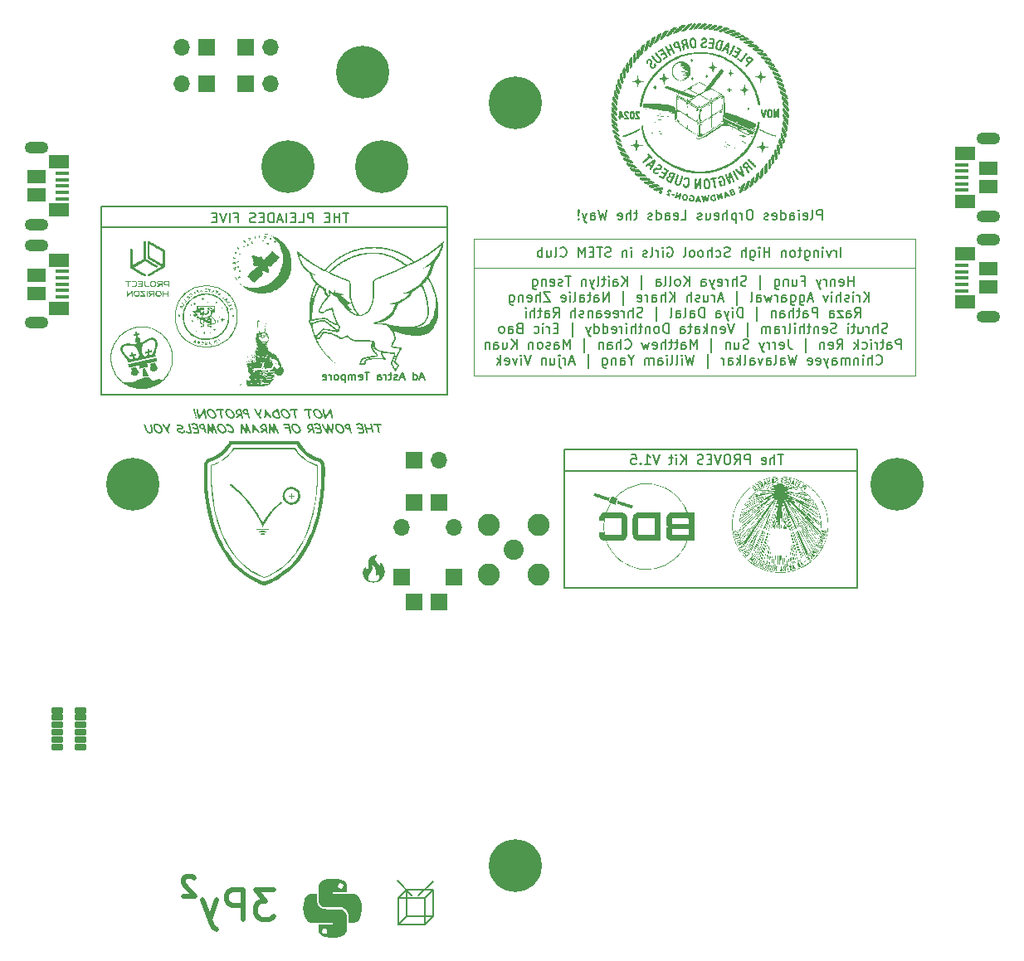
<source format=gbr>
%TF.GenerationSoftware,KiCad,Pcbnew,8.0.2-1*%
%TF.CreationDate,2024-06-23T19:16:47-07:00*%
%TF.ProjectId,antenna_top_cap_v2,616e7465-6e6e-4615-9f74-6f705f636170,rev?*%
%TF.SameCoordinates,Original*%
%TF.FileFunction,Soldermask,Bot*%
%TF.FilePolarity,Negative*%
%FSLAX46Y46*%
G04 Gerber Fmt 4.6, Leading zero omitted, Abs format (unit mm)*
G04 Created by KiCad (PCBNEW 8.0.2-1) date 2024-06-23 19:16:47*
%MOMM*%
%LPD*%
G01*
G04 APERTURE LIST*
G04 Aperture macros list*
%AMRoundRect*
0 Rectangle with rounded corners*
0 $1 Rounding radius*
0 $2 $3 $4 $5 $6 $7 $8 $9 X,Y pos of 4 corners*
0 Add a 4 corners polygon primitive as box body*
4,1,4,$2,$3,$4,$5,$6,$7,$8,$9,$2,$3,0*
0 Add four circle primitives for the rounded corners*
1,1,$1+$1,$2,$3*
1,1,$1+$1,$4,$5*
1,1,$1+$1,$6,$7*
1,1,$1+$1,$8,$9*
0 Add four rect primitives between the rounded corners*
20,1,$1+$1,$2,$3,$4,$5,0*
20,1,$1+$1,$4,$5,$6,$7,0*
20,1,$1+$1,$6,$7,$8,$9,0*
20,1,$1+$1,$8,$9,$2,$3,0*%
G04 Aperture macros list end*
%ADD10C,0.200000*%
%ADD11C,0.100000*%
%ADD12C,0.150000*%
%ADD13C,0.500000*%
%ADD14C,0.000000*%
%ADD15O,1.700000X1.700000*%
%ADD16R,1.700000X1.700000*%
%ADD17C,5.400000*%
%ADD18C,2.050000*%
%ADD19C,2.250000*%
%ADD20R,1.380000X0.450000*%
%ADD21O,2.416000X1.208000*%
%ADD22R,2.100000X1.475000*%
%ADD23R,1.900000X1.375000*%
%ADD24RoundRect,0.050800X-0.500000X0.250000X-0.500000X-0.250000X0.500000X-0.250000X0.500000X0.250000X0*%
%ADD25RoundRect,0.050800X0.500000X-0.250000X0.500000X0.250000X-0.500000X0.250000X-0.500000X-0.250000X0*%
G04 APERTURE END LIST*
D10*
G36*
X146358954Y-105303604D02*
G01*
X146370985Y-105346943D01*
X146385529Y-105389787D01*
X146389948Y-105402083D01*
X146412561Y-105444509D01*
X146448097Y-105473030D01*
X146494801Y-105482536D01*
X146537281Y-105470336D01*
X146571877Y-105442458D01*
X146579871Y-105433737D01*
X146615402Y-105391954D01*
X146651350Y-105347142D01*
X146687715Y-105299300D01*
X146724498Y-105248430D01*
X146761698Y-105194529D01*
X146786730Y-105156913D01*
X146811947Y-105117950D01*
X146837350Y-105077641D01*
X146862938Y-105035985D01*
X146888712Y-104992983D01*
X146914671Y-104948635D01*
X146940816Y-104902940D01*
X146967146Y-104855899D01*
X146980381Y-104831873D01*
X146991334Y-104879441D01*
X147002565Y-104928447D01*
X147013031Y-104974486D01*
X147023056Y-105019454D01*
X147025443Y-105030589D01*
X147034336Y-105074505D01*
X147043493Y-105121775D01*
X147051963Y-105166576D01*
X147054240Y-105178747D01*
X147062854Y-105225101D01*
X147071329Y-105269827D01*
X147079941Y-105313819D01*
X147082596Y-105326905D01*
X147092921Y-105369975D01*
X147107971Y-105415738D01*
X147129177Y-105458809D01*
X147158253Y-105492727D01*
X147202500Y-105510494D01*
X147207893Y-105510673D01*
X147252146Y-105500831D01*
X147272959Y-105482756D01*
X147286189Y-105439562D01*
X147284170Y-105422526D01*
X147273270Y-105378843D01*
X147264386Y-105347348D01*
X147252186Y-105303329D01*
X147244603Y-105271950D01*
X147234601Y-105226228D01*
X147223782Y-105179819D01*
X147219543Y-105162041D01*
X147208648Y-105115929D01*
X147198853Y-105072685D01*
X147194484Y-105052132D01*
X147185458Y-105006707D01*
X147177059Y-104962283D01*
X147171843Y-104934089D01*
X147163282Y-104888631D01*
X147154709Y-104844283D01*
X147148981Y-104815827D01*
X147141178Y-104769500D01*
X147135181Y-104722709D01*
X147133154Y-104704818D01*
X147127615Y-104658227D01*
X147121202Y-104614349D01*
X147117328Y-104593370D01*
X147097730Y-104552045D01*
X147072265Y-104526985D01*
X147031878Y-104504173D01*
X146995108Y-104497749D01*
X146954614Y-104515137D01*
X146926882Y-104549990D01*
X146912457Y-104576884D01*
X146888460Y-104626425D01*
X146864282Y-104674810D01*
X146839922Y-104722039D01*
X146815379Y-104768112D01*
X146790655Y-104813030D01*
X146765748Y-104856792D01*
X146740660Y-104899398D01*
X146715389Y-104940848D01*
X146689937Y-104981143D01*
X146664302Y-105020282D01*
X146638485Y-105058265D01*
X146612487Y-105095092D01*
X146586306Y-105130764D01*
X146546694Y-105182104D01*
X146506672Y-105230844D01*
X146497132Y-105187716D01*
X146487193Y-105140514D01*
X146486228Y-105135882D01*
X146474615Y-105079862D01*
X146463843Y-105027368D01*
X146453914Y-104978403D01*
X146444827Y-104932966D01*
X146434022Y-104877870D01*
X146424714Y-104829047D01*
X146415185Y-104776836D01*
X146406838Y-104727120D01*
X146405775Y-104720206D01*
X146401406Y-104675486D01*
X146399620Y-104652721D01*
X146395268Y-104607362D01*
X146391487Y-104583918D01*
X146375801Y-104542264D01*
X146341564Y-104509867D01*
X146296059Y-104498086D01*
X146285314Y-104497749D01*
X146242768Y-104522544D01*
X146228816Y-104566625D01*
X146225998Y-104620195D01*
X146229508Y-104674071D01*
X146235503Y-104720907D01*
X146244382Y-104773252D01*
X146251902Y-104811210D01*
X146261869Y-104856696D01*
X146272405Y-104904043D01*
X146273664Y-104909689D01*
X146286179Y-104966975D01*
X146297760Y-105020050D01*
X146308405Y-105068913D01*
X146318115Y-105113564D01*
X146329608Y-105166547D01*
X146339438Y-105212043D01*
X146349388Y-105258383D01*
X146358954Y-105303604D01*
G37*
G36*
X145648311Y-104500868D02*
G01*
X145701600Y-104510224D01*
X145753851Y-104525817D01*
X145805066Y-104547648D01*
X145855243Y-104575716D01*
X145892195Y-104600860D01*
X145928563Y-104629513D01*
X145964349Y-104661675D01*
X145999550Y-104697344D01*
X146009791Y-104708482D01*
X146039097Y-104742338D01*
X146074866Y-104788514D01*
X146106856Y-104835871D01*
X146135068Y-104884410D01*
X146159503Y-104934130D01*
X146180159Y-104985032D01*
X146197037Y-105037115D01*
X146210136Y-105090380D01*
X146214310Y-105113004D01*
X146219674Y-105167250D01*
X146217792Y-105218191D01*
X146208666Y-105265825D01*
X146192294Y-105310154D01*
X146168678Y-105351177D01*
X146137816Y-105388894D01*
X146124605Y-105401937D01*
X146088987Y-105430863D01*
X146049665Y-105454530D01*
X146006641Y-105472938D01*
X145959913Y-105486086D01*
X145909483Y-105493975D01*
X145855349Y-105496605D01*
X145801037Y-105493445D01*
X145748009Y-105483965D01*
X145696266Y-105468166D01*
X145645807Y-105446046D01*
X145596633Y-105417607D01*
X145560595Y-105392131D01*
X145525280Y-105363099D01*
X145490688Y-105330513D01*
X145456818Y-105294372D01*
X145419796Y-105249996D01*
X145386215Y-105204356D01*
X145356076Y-105157452D01*
X145329378Y-105109284D01*
X145306122Y-105059853D01*
X145286308Y-105009157D01*
X145269935Y-104957197D01*
X145257003Y-104903974D01*
X145252221Y-104878956D01*
X145245620Y-104831310D01*
X145244200Y-104807500D01*
X145417932Y-104807500D01*
X145420582Y-104855611D01*
X145428462Y-104903095D01*
X145432929Y-104923045D01*
X145446645Y-104971733D01*
X145464000Y-105018726D01*
X145484993Y-105064023D01*
X145509625Y-105107624D01*
X145537896Y-105149529D01*
X145569805Y-105189738D01*
X145599395Y-105222092D01*
X145637067Y-105256469D01*
X145675502Y-105284105D01*
X145722630Y-105308371D01*
X145770856Y-105322931D01*
X145820178Y-105327784D01*
X145827271Y-105327722D01*
X145874048Y-105323786D01*
X145921350Y-105311792D01*
X145962085Y-105291802D01*
X145996253Y-105263817D01*
X146022961Y-105228138D01*
X146040132Y-105182054D01*
X146043952Y-105135806D01*
X146038458Y-105091259D01*
X146034034Y-105071695D01*
X146020089Y-105023747D01*
X146002023Y-104977173D01*
X145979835Y-104931973D01*
X145953526Y-104888147D01*
X145923095Y-104845694D01*
X145888542Y-104804616D01*
X145880742Y-104796123D01*
X145849346Y-104764847D01*
X145809656Y-104731818D01*
X145769473Y-104705530D01*
X145728796Y-104685982D01*
X145679331Y-104671423D01*
X145629156Y-104666570D01*
X145620579Y-104666619D01*
X145572995Y-104668958D01*
X145525881Y-104676121D01*
X145483112Y-104690155D01*
X145446267Y-104716469D01*
X145443481Y-104719818D01*
X145423534Y-104762125D01*
X145417932Y-104807500D01*
X145244200Y-104807500D01*
X145242968Y-104786852D01*
X145245208Y-104735761D01*
X145253620Y-104689651D01*
X145271861Y-104640892D01*
X145298988Y-104599305D01*
X145315850Y-104581156D01*
X145356272Y-104550213D01*
X145396782Y-104529882D01*
X145443496Y-104514510D01*
X145496413Y-104504096D01*
X145543214Y-104499336D01*
X145593985Y-104497749D01*
X145648311Y-104500868D01*
G37*
G36*
X144377509Y-104708775D02*
G01*
X144424183Y-104707541D01*
X144471590Y-104704914D01*
X144516718Y-104701761D01*
X144522809Y-104701301D01*
X144567432Y-104698169D01*
X144615483Y-104695644D01*
X144661810Y-104694655D01*
X144668329Y-104694707D01*
X144675555Y-104738437D01*
X144683096Y-104788399D01*
X144690463Y-104839914D01*
X144697240Y-104888970D01*
X144704597Y-104943598D01*
X144706138Y-104955192D01*
X144712895Y-105005227D01*
X144719567Y-105051882D01*
X144727460Y-105103404D01*
X144735229Y-105150058D01*
X144744137Y-105198334D01*
X144747903Y-105216995D01*
X144754828Y-105261632D01*
X144757136Y-105281842D01*
X144762906Y-105327180D01*
X144766368Y-105346469D01*
X144779506Y-105389475D01*
X144800371Y-105428231D01*
X144803737Y-105433077D01*
X144833949Y-105465100D01*
X144876113Y-105482102D01*
X144884630Y-105482536D01*
X144927577Y-105469924D01*
X144938706Y-105460115D01*
X144956095Y-105419434D01*
X144954313Y-105397027D01*
X144945300Y-105369769D01*
X144936288Y-105341633D01*
X144928204Y-105295776D01*
X144921780Y-105252166D01*
X144915177Y-105208342D01*
X144907233Y-105163952D01*
X144906832Y-105162041D01*
X144897916Y-105115041D01*
X144890091Y-105067672D01*
X144883368Y-105022433D01*
X144876629Y-104972912D01*
X144871002Y-104928374D01*
X144864839Y-104878040D01*
X144859126Y-104832826D01*
X144852867Y-104785327D01*
X144846384Y-104739229D01*
X144839348Y-104694707D01*
X144870782Y-104694707D01*
X144919332Y-104694212D01*
X144963755Y-104692728D01*
X145010366Y-104689747D01*
X145056758Y-104684691D01*
X145082027Y-104680638D01*
X145121052Y-104658690D01*
X145134344Y-104613439D01*
X145132146Y-104597767D01*
X145113218Y-104556453D01*
X145098294Y-104539734D01*
X145059724Y-104515646D01*
X145025974Y-104511818D01*
X144979348Y-104516197D01*
X144931672Y-104521709D01*
X144887719Y-104525979D01*
X144843384Y-104528246D01*
X144836270Y-104528304D01*
X144790163Y-104528029D01*
X144743538Y-104527462D01*
X144725702Y-104527205D01*
X144679412Y-104526454D01*
X144633046Y-104525949D01*
X144615133Y-104525886D01*
X144570223Y-104525886D01*
X144525357Y-104525886D01*
X144477307Y-104525886D01*
X144429167Y-104525886D01*
X144384285Y-104525886D01*
X144339480Y-104525886D01*
X144296111Y-104539513D01*
X144284086Y-104552264D01*
X144270563Y-104596226D01*
X144272875Y-104616891D01*
X144290100Y-104658465D01*
X144310904Y-104682177D01*
X144348913Y-104704385D01*
X144377509Y-104708775D01*
G37*
G36*
X142954843Y-104708775D02*
G01*
X143001517Y-104707541D01*
X143048924Y-104704914D01*
X143094052Y-104701761D01*
X143100143Y-104701301D01*
X143144766Y-104698169D01*
X143192817Y-104695644D01*
X143239144Y-104694655D01*
X143245663Y-104694707D01*
X143252890Y-104738437D01*
X143260430Y-104788399D01*
X143267797Y-104839914D01*
X143274575Y-104888970D01*
X143281931Y-104943598D01*
X143283472Y-104955192D01*
X143290230Y-105005227D01*
X143296902Y-105051882D01*
X143304794Y-105103404D01*
X143312564Y-105150058D01*
X143321471Y-105198334D01*
X143325238Y-105216995D01*
X143332162Y-105261632D01*
X143334470Y-105281842D01*
X143340240Y-105327180D01*
X143343702Y-105346469D01*
X143356840Y-105389475D01*
X143377705Y-105428231D01*
X143381071Y-105433077D01*
X143411283Y-105465100D01*
X143453447Y-105482102D01*
X143461965Y-105482536D01*
X143504912Y-105469924D01*
X143516040Y-105460115D01*
X143533429Y-105419434D01*
X143531647Y-105397027D01*
X143522635Y-105369769D01*
X143513622Y-105341633D01*
X143505538Y-105295776D01*
X143499114Y-105252166D01*
X143492511Y-105208342D01*
X143484567Y-105163952D01*
X143484166Y-105162041D01*
X143475250Y-105115041D01*
X143467426Y-105067672D01*
X143460702Y-105022433D01*
X143453963Y-104972912D01*
X143448336Y-104928374D01*
X143442173Y-104878040D01*
X143436461Y-104832826D01*
X143430201Y-104785327D01*
X143423718Y-104739229D01*
X143416682Y-104694707D01*
X143448116Y-104694707D01*
X143496666Y-104694212D01*
X143541089Y-104692728D01*
X143587700Y-104689747D01*
X143634092Y-104684691D01*
X143659362Y-104680638D01*
X143698386Y-104658690D01*
X143711679Y-104613439D01*
X143709480Y-104597767D01*
X143690552Y-104556453D01*
X143675628Y-104539734D01*
X143637058Y-104515646D01*
X143603308Y-104511818D01*
X143556682Y-104516197D01*
X143509006Y-104521709D01*
X143465053Y-104525979D01*
X143420718Y-104528246D01*
X143413605Y-104528304D01*
X143367498Y-104528029D01*
X143320872Y-104527462D01*
X143303036Y-104527205D01*
X143256747Y-104526454D01*
X143210380Y-104525949D01*
X143192467Y-104525886D01*
X143147557Y-104525886D01*
X143102692Y-104525886D01*
X143054641Y-104525886D01*
X143006501Y-104525886D01*
X142961619Y-104525886D01*
X142916815Y-104525886D01*
X142873445Y-104539513D01*
X142861420Y-104552264D01*
X142847897Y-104596226D01*
X142850210Y-104616891D01*
X142867434Y-104658465D01*
X142888238Y-104682177D01*
X142926247Y-104704385D01*
X142954843Y-104708775D01*
G37*
G36*
X142343119Y-104500868D02*
G01*
X142396408Y-104510224D01*
X142448659Y-104525817D01*
X142499874Y-104547648D01*
X142550051Y-104575716D01*
X142587003Y-104600860D01*
X142623371Y-104629513D01*
X142659157Y-104661675D01*
X142694358Y-104697344D01*
X142704599Y-104708482D01*
X142733905Y-104742338D01*
X142769674Y-104788514D01*
X142801664Y-104835871D01*
X142829876Y-104884410D01*
X142854311Y-104934130D01*
X142874967Y-104985032D01*
X142891845Y-105037115D01*
X142904944Y-105090380D01*
X142909118Y-105113004D01*
X142914482Y-105167250D01*
X142912600Y-105218191D01*
X142903474Y-105265825D01*
X142887102Y-105310154D01*
X142863486Y-105351177D01*
X142832624Y-105388894D01*
X142819414Y-105401937D01*
X142783795Y-105430863D01*
X142744473Y-105454530D01*
X142701449Y-105472938D01*
X142654721Y-105486086D01*
X142604291Y-105493975D01*
X142550157Y-105496605D01*
X142495845Y-105493445D01*
X142442817Y-105483965D01*
X142391074Y-105468166D01*
X142340615Y-105446046D01*
X142291441Y-105417607D01*
X142255404Y-105392131D01*
X142220089Y-105363099D01*
X142185496Y-105330513D01*
X142151626Y-105294372D01*
X142114604Y-105249996D01*
X142081023Y-105204356D01*
X142050884Y-105157452D01*
X142024186Y-105109284D01*
X142000930Y-105059853D01*
X141981116Y-105009157D01*
X141964743Y-104957197D01*
X141951811Y-104903974D01*
X141947029Y-104878956D01*
X141940428Y-104831310D01*
X141939008Y-104807500D01*
X142112740Y-104807500D01*
X142115390Y-104855611D01*
X142123270Y-104903095D01*
X142127737Y-104923045D01*
X142141453Y-104971733D01*
X142158808Y-105018726D01*
X142179801Y-105064023D01*
X142204433Y-105107624D01*
X142232704Y-105149529D01*
X142264613Y-105189738D01*
X142294203Y-105222092D01*
X142331876Y-105256469D01*
X142370310Y-105284105D01*
X142417438Y-105308371D01*
X142465664Y-105322931D01*
X142514986Y-105327784D01*
X142522079Y-105327722D01*
X142568856Y-105323786D01*
X142616158Y-105311792D01*
X142656893Y-105291802D01*
X142691061Y-105263817D01*
X142717769Y-105228138D01*
X142734941Y-105182054D01*
X142738760Y-105135806D01*
X142733266Y-105091259D01*
X142728842Y-105071695D01*
X142714898Y-105023747D01*
X142696831Y-104977173D01*
X142674643Y-104931973D01*
X142648334Y-104888147D01*
X142617903Y-104845694D01*
X142583350Y-104804616D01*
X142575550Y-104796123D01*
X142544154Y-104764847D01*
X142504464Y-104731818D01*
X142464281Y-104705530D01*
X142423604Y-104685982D01*
X142374139Y-104671423D01*
X142323964Y-104666570D01*
X142315387Y-104666619D01*
X142267803Y-104668958D01*
X142220689Y-104676121D01*
X142177920Y-104690155D01*
X142141075Y-104716469D01*
X142138289Y-104719818D01*
X142118342Y-104762125D01*
X142112740Y-104807500D01*
X141939008Y-104807500D01*
X141937776Y-104786852D01*
X141940016Y-104735761D01*
X141948428Y-104689651D01*
X141966669Y-104640892D01*
X141993797Y-104599305D01*
X142010658Y-104581156D01*
X142051080Y-104550213D01*
X142091590Y-104529882D01*
X142138304Y-104514510D01*
X142191221Y-104504096D01*
X142238022Y-104499336D01*
X142288793Y-104497749D01*
X142343119Y-104500868D01*
G37*
G36*
X141656155Y-104506102D02*
G01*
X141694404Y-104531162D01*
X141720756Y-104558239D01*
X141740346Y-104598206D01*
X141745021Y-104621091D01*
X141753663Y-104664604D01*
X141762396Y-104709644D01*
X141770753Y-104753423D01*
X141779913Y-104801978D01*
X141783057Y-104818694D01*
X141791962Y-104865657D01*
X141801355Y-104914411D01*
X141810776Y-104962170D01*
X141819700Y-105005750D01*
X141820502Y-105009629D01*
X141830548Y-105055010D01*
X141841244Y-105099938D01*
X141852541Y-105145540D01*
X141863664Y-105189298D01*
X141865597Y-105196891D01*
X141876437Y-105239941D01*
X141887442Y-105284736D01*
X141897856Y-105328768D01*
X141907628Y-105373067D01*
X141909510Y-105389484D01*
X141895538Y-105431319D01*
X141883476Y-105443059D01*
X141840803Y-105456158D01*
X141826673Y-105465463D01*
X141785110Y-105484528D01*
X141739906Y-105497924D01*
X141733105Y-105499467D01*
X141687809Y-105507486D01*
X141640988Y-105510673D01*
X141585773Y-105509058D01*
X141533886Y-105504212D01*
X141485327Y-105496135D01*
X141440094Y-105484827D01*
X141390207Y-105466994D01*
X141345112Y-105444508D01*
X141307930Y-105421138D01*
X141267247Y-105390436D01*
X141229467Y-105356031D01*
X141199395Y-105323594D01*
X141171455Y-105288436D01*
X141154419Y-105264421D01*
X141128309Y-105221601D01*
X141106911Y-105177772D01*
X141090225Y-105132932D01*
X141078252Y-105087083D01*
X141072741Y-105054420D01*
X141071943Y-105040669D01*
X141243553Y-105040669D01*
X141248831Y-105086863D01*
X141261686Y-105130597D01*
X141281814Y-105173240D01*
X141306424Y-105211060D01*
X141309188Y-105214759D01*
X141338675Y-105249080D01*
X141371510Y-105278550D01*
X141411497Y-105305363D01*
X141419833Y-105309781D01*
X141463720Y-105326138D01*
X141511490Y-105335830D01*
X141560050Y-105340570D01*
X141606696Y-105341852D01*
X141629236Y-105341123D01*
X141673081Y-105334379D01*
X141681876Y-105331792D01*
X141722321Y-105311517D01*
X141597024Y-104708775D01*
X141586128Y-104713720D01*
X141544991Y-104732669D01*
X141499076Y-104754482D01*
X141452054Y-104777908D01*
X141408329Y-104801449D01*
X141369732Y-104825718D01*
X141351433Y-104839644D01*
X141311954Y-104875856D01*
X141281426Y-104914065D01*
X141259850Y-104954270D01*
X141247226Y-104996471D01*
X141243553Y-105040669D01*
X141071943Y-105040669D01*
X141069652Y-105001175D01*
X141074183Y-104949422D01*
X141086336Y-104899161D01*
X141106109Y-104850392D01*
X141133502Y-104803115D01*
X141160904Y-104766367D01*
X141173634Y-104751394D01*
X141207689Y-104716139D01*
X141244933Y-104683997D01*
X141285364Y-104654968D01*
X141328984Y-104629051D01*
X141375791Y-104606247D01*
X141425785Y-104586556D01*
X141445146Y-104578076D01*
X141484574Y-104558102D01*
X141526682Y-104535778D01*
X141535544Y-104531173D01*
X141576950Y-104511156D01*
X141619226Y-104497749D01*
X141656155Y-104506102D01*
G37*
G36*
X140367318Y-104554613D02*
G01*
X140401731Y-104584848D01*
X140439251Y-104622641D01*
X140475056Y-104661121D01*
X140505286Y-104694792D01*
X140538410Y-104732585D01*
X140574428Y-104774501D01*
X140608926Y-104815109D01*
X140642737Y-104855380D01*
X140675861Y-104895315D01*
X140708298Y-104934913D01*
X140740048Y-104974175D01*
X140771111Y-105013100D01*
X140801487Y-105051688D01*
X140831176Y-105089940D01*
X140868817Y-105104294D01*
X140899540Y-105136322D01*
X140899760Y-105172152D01*
X140907542Y-105183408D01*
X140936333Y-105225486D01*
X140961381Y-105262852D01*
X140987425Y-105302932D01*
X141010957Y-105341310D01*
X141032750Y-105386256D01*
X141034563Y-105403388D01*
X141018242Y-105445387D01*
X141006633Y-105455485D01*
X140963067Y-105468468D01*
X140957233Y-105468301D01*
X140913832Y-105454975D01*
X140880635Y-105425823D01*
X140851889Y-105386423D01*
X140825827Y-105350243D01*
X140798093Y-105311078D01*
X140770622Y-105271245D01*
X140743029Y-105229305D01*
X140728933Y-105226063D01*
X140683085Y-105217713D01*
X140637846Y-105211500D01*
X140591794Y-105206444D01*
X140579048Y-105205235D01*
X140532529Y-105200399D01*
X140488734Y-105194959D01*
X140441438Y-105187100D01*
X140440133Y-105216102D01*
X140436616Y-105260271D01*
X140430557Y-105306678D01*
X140421215Y-105354162D01*
X140409264Y-105398100D01*
X140388433Y-105442476D01*
X140348894Y-105468468D01*
X140324412Y-105465902D01*
X140284707Y-105445827D01*
X140264501Y-105426084D01*
X140245799Y-105386036D01*
X140244489Y-105350331D01*
X140250855Y-105306462D01*
X140258085Y-105271055D01*
X140264924Y-105225349D01*
X140266266Y-105168999D01*
X140267438Y-105114258D01*
X140268437Y-105061123D01*
X140269265Y-105009597D01*
X140269921Y-104959677D01*
X140270405Y-104911365D01*
X140270718Y-104864661D01*
X140270803Y-104837589D01*
X140443196Y-104837589D01*
X140443365Y-104853474D01*
X140443911Y-104898863D01*
X140444626Y-104947519D01*
X140445547Y-104997459D01*
X140446713Y-105046416D01*
X140488805Y-105049576D01*
X140533102Y-105052132D01*
X140575356Y-105054995D01*
X140619491Y-105060485D01*
X140592213Y-105026131D01*
X140560221Y-104985797D01*
X140530569Y-104948362D01*
X140503257Y-104913824D01*
X140473571Y-104876204D01*
X140443196Y-104837589D01*
X140270803Y-104837589D01*
X140270859Y-104819563D01*
X140270762Y-104811385D01*
X140270185Y-104765027D01*
X140269512Y-104716823D01*
X140268743Y-104669487D01*
X140267781Y-104621947D01*
X140271908Y-104594082D01*
X140295589Y-104553486D01*
X140339442Y-104539954D01*
X140367318Y-104554613D01*
G37*
G36*
X139288929Y-104678000D02*
G01*
X139317121Y-104720535D01*
X139345982Y-104764987D01*
X139375087Y-104810247D01*
X139401678Y-104851834D01*
X139431209Y-104898202D01*
X139455287Y-104936115D01*
X139472258Y-104962885D01*
X139500542Y-105007481D01*
X139527583Y-105049604D01*
X139553381Y-105089253D01*
X139577936Y-105126430D01*
X139606880Y-105169424D01*
X139633882Y-105208553D01*
X139663720Y-105250408D01*
X139694821Y-105292977D01*
X139722068Y-105330229D01*
X139750708Y-105369318D01*
X139777127Y-105405258D01*
X139803953Y-105441250D01*
X139804623Y-105442090D01*
X139836912Y-105473127D01*
X139877857Y-105493996D01*
X139898266Y-105496605D01*
X139941131Y-105483869D01*
X139952342Y-105473963D01*
X139969015Y-105431695D01*
X139967069Y-105411755D01*
X139942920Y-105367423D01*
X139913085Y-105323580D01*
X139886660Y-105286640D01*
X139855008Y-105243531D01*
X139827838Y-105207152D01*
X139797728Y-105167302D01*
X139787038Y-105153248D01*
X139807090Y-105108331D01*
X139825451Y-105065486D01*
X139843115Y-105023252D01*
X139862556Y-104975933D01*
X139876504Y-104941563D01*
X139894209Y-104898757D01*
X139911076Y-104857384D01*
X139929865Y-104810826D01*
X139946279Y-104769847D01*
X139963923Y-104725550D01*
X139982797Y-104677935D01*
X140002900Y-104627002D01*
X140005538Y-104582599D01*
X139986407Y-104541452D01*
X139965531Y-104521050D01*
X139924395Y-104500502D01*
X139901563Y-104497749D01*
X139859790Y-104512551D01*
X139837816Y-104539734D01*
X139807921Y-104615132D01*
X139792165Y-104659137D01*
X139775722Y-104704995D01*
X139760434Y-104747617D01*
X139742195Y-104798461D01*
X139725116Y-104845353D01*
X139708499Y-104887743D01*
X139690076Y-104930677D01*
X139670072Y-104971948D01*
X139667896Y-104976074D01*
X139641018Y-104936589D01*
X139615338Y-104898396D01*
X139586673Y-104855394D01*
X139561593Y-104817530D01*
X139534604Y-104776589D01*
X139505705Y-104732570D01*
X139474896Y-104685474D01*
X139450753Y-104646721D01*
X139424731Y-104604839D01*
X139400050Y-104565059D01*
X139393343Y-104554242D01*
X139364224Y-104519817D01*
X139322907Y-104499735D01*
X139302778Y-104497749D01*
X139260037Y-104510485D01*
X139248922Y-104520390D01*
X139232046Y-104562052D01*
X139233974Y-104581940D01*
X139253526Y-104622828D01*
X139277011Y-104660150D01*
X139288929Y-104678000D01*
G37*
G36*
X138383973Y-104498296D02*
G01*
X138430318Y-104500607D01*
X138443558Y-104501704D01*
X138488790Y-104508960D01*
X138514445Y-104510914D01*
X138554216Y-104535016D01*
X138579450Y-104572058D01*
X138597111Y-104616551D01*
X138609030Y-104662613D01*
X138610324Y-104668574D01*
X138621065Y-104715603D01*
X138632616Y-104763298D01*
X138643895Y-104808250D01*
X138656676Y-104857936D01*
X138667983Y-104901092D01*
X138680251Y-104947278D01*
X138692565Y-104992770D01*
X138706575Y-105045588D01*
X138719050Y-105093908D01*
X138729991Y-105137731D01*
X138741093Y-105184383D01*
X138751253Y-105230624D01*
X138787083Y-105402962D01*
X138788887Y-105416839D01*
X138776092Y-105459016D01*
X138766159Y-105469306D01*
X138723995Y-105482536D01*
X138701100Y-105479601D01*
X138662007Y-105457697D01*
X138645506Y-105439477D01*
X138627275Y-105398346D01*
X138624575Y-105385409D01*
X138614184Y-105335958D01*
X138604445Y-105290183D01*
X138593189Y-105238132D01*
X138582952Y-105191823D01*
X138572015Y-105143832D01*
X138561110Y-105098293D01*
X138556278Y-105098826D01*
X138511211Y-105102690D01*
X138492488Y-105102380D01*
X138446544Y-105098893D01*
X138401834Y-105091531D01*
X138358359Y-105080294D01*
X138316118Y-105065182D01*
X138275111Y-105046196D01*
X138235339Y-105023335D01*
X138218072Y-105011798D01*
X138178654Y-104980822D01*
X138144591Y-104946797D01*
X138115885Y-104909724D01*
X138092535Y-104869603D01*
X138074540Y-104826434D01*
X138062383Y-104781975D01*
X138221490Y-104781975D01*
X138223541Y-104790578D01*
X138243291Y-104834093D01*
X138273688Y-104868062D01*
X138311176Y-104894082D01*
X138338546Y-104907603D01*
X138382702Y-104922640D01*
X138430579Y-104931382D01*
X138476260Y-104933869D01*
X138516487Y-104929473D01*
X138514215Y-104921665D01*
X138501531Y-104877544D01*
X138488784Y-104831968D01*
X138476920Y-104787661D01*
X138466148Y-104743946D01*
X138459142Y-104712174D01*
X138449662Y-104668109D01*
X138424603Y-104666790D01*
X138390311Y-104666570D01*
X138352011Y-104669282D01*
X138308978Y-104679965D01*
X138266773Y-104700861D01*
X138263415Y-104703083D01*
X138229562Y-104736310D01*
X138221490Y-104781975D01*
X138062383Y-104781975D01*
X138061902Y-104780216D01*
X138057013Y-104743061D01*
X138060284Y-104694075D01*
X138075357Y-104648622D01*
X138102233Y-104606704D01*
X138134662Y-104573587D01*
X138157173Y-104555812D01*
X138198848Y-104530410D01*
X138243426Y-104512265D01*
X138290907Y-104501378D01*
X138341291Y-104497749D01*
X138383973Y-104498296D01*
G37*
G36*
X137851961Y-104507687D02*
G01*
X137889124Y-104535998D01*
X137911761Y-104566472D01*
X137928252Y-104609857D01*
X138034864Y-105115879D01*
X138036116Y-105121941D01*
X138045431Y-105165960D01*
X138055555Y-105212654D01*
X138065199Y-105256563D01*
X138066480Y-105262370D01*
X138075970Y-105305551D01*
X138085939Y-105351335D01*
X138095754Y-105397247D01*
X138097842Y-105414461D01*
X138084323Y-105457697D01*
X138072192Y-105469704D01*
X138028709Y-105482536D01*
X138002568Y-105478796D01*
X137962984Y-105455938D01*
X137942321Y-105432368D01*
X137925175Y-105390872D01*
X137920337Y-105364931D01*
X137912066Y-105318663D01*
X137903411Y-105269626D01*
X137894592Y-105219376D01*
X137886487Y-105173032D01*
X137873796Y-105177804D01*
X137824220Y-105199201D01*
X137776540Y-105224286D01*
X137730756Y-105253060D01*
X137686868Y-105285522D01*
X137644876Y-105321674D01*
X137604780Y-105361514D01*
X137566579Y-105405044D01*
X137539173Y-105440111D01*
X137527798Y-105452517D01*
X137485098Y-105468468D01*
X137457389Y-105464078D01*
X137419372Y-105441870D01*
X137399403Y-105420468D01*
X137380684Y-105378342D01*
X137378774Y-105362570D01*
X137389697Y-105319871D01*
X137410398Y-105288300D01*
X137440383Y-105250669D01*
X137475978Y-105213317D01*
X137509926Y-105182403D01*
X137547771Y-105151682D01*
X137589512Y-105121155D01*
X137568025Y-105113073D01*
X137521317Y-105092909D01*
X137479404Y-105070914D01*
X137442288Y-105047089D01*
X137405743Y-105017620D01*
X137386021Y-104997935D01*
X137356714Y-104960230D01*
X137335372Y-104919604D01*
X137321993Y-104876057D01*
X137317997Y-104852012D01*
X137317468Y-104836873D01*
X137492390Y-104836873D01*
X137493231Y-104880893D01*
X137497099Y-104889761D01*
X137527523Y-104922219D01*
X137553392Y-104942588D01*
X137593029Y-104965963D01*
X137637006Y-104982889D01*
X137682542Y-104993732D01*
X137726813Y-105000079D01*
X137775922Y-105003706D01*
X137820541Y-105004651D01*
X137847139Y-105004211D01*
X137777017Y-104666570D01*
X137751368Y-104668314D01*
X137707335Y-104671626D01*
X137674959Y-104677100D01*
X137628947Y-104692237D01*
X137585995Y-104715685D01*
X137550384Y-104743506D01*
X137537630Y-104755957D01*
X137508550Y-104793841D01*
X137492390Y-104836873D01*
X137317468Y-104836873D01*
X137316369Y-104805397D01*
X137323225Y-104760747D01*
X137338564Y-104718061D01*
X137362387Y-104677339D01*
X137394693Y-104638582D01*
X137435483Y-104601790D01*
X137471643Y-104575485D01*
X137512575Y-104550286D01*
X137519312Y-104546545D01*
X137560444Y-104528798D01*
X137603832Y-104516811D01*
X137647764Y-104509400D01*
X137656141Y-104508617D01*
X137701875Y-104504974D01*
X137746855Y-104501507D01*
X137796141Y-104497749D01*
X137806072Y-104497338D01*
X137851961Y-104507687D01*
G37*
G36*
X136683231Y-104500868D02*
G01*
X136736520Y-104510224D01*
X136788771Y-104525817D01*
X136839985Y-104547648D01*
X136890162Y-104575716D01*
X136927115Y-104600860D01*
X136963483Y-104629513D01*
X136999268Y-104661675D01*
X137034470Y-104697344D01*
X137044711Y-104708482D01*
X137074017Y-104742338D01*
X137109785Y-104788514D01*
X137141776Y-104835871D01*
X137169988Y-104884410D01*
X137194422Y-104934130D01*
X137215078Y-104985032D01*
X137231956Y-105037115D01*
X137245056Y-105090380D01*
X137249230Y-105113004D01*
X137254594Y-105167250D01*
X137252712Y-105218191D01*
X137243585Y-105265825D01*
X137227214Y-105310154D01*
X137203597Y-105351177D01*
X137172736Y-105388894D01*
X137159525Y-105401937D01*
X137123907Y-105430863D01*
X137084585Y-105454530D01*
X137041561Y-105472938D01*
X136994833Y-105486086D01*
X136944402Y-105493975D01*
X136890269Y-105496605D01*
X136835957Y-105493445D01*
X136782929Y-105483965D01*
X136731186Y-105468166D01*
X136680727Y-105446046D01*
X136631553Y-105417607D01*
X136595515Y-105392131D01*
X136560200Y-105363099D01*
X136525608Y-105330513D01*
X136491738Y-105294372D01*
X136454716Y-105249996D01*
X136421135Y-105204356D01*
X136390996Y-105157452D01*
X136364298Y-105109284D01*
X136341042Y-105059853D01*
X136321227Y-105009157D01*
X136304854Y-104957197D01*
X136291923Y-104903974D01*
X136287141Y-104878956D01*
X136280539Y-104831310D01*
X136279119Y-104807500D01*
X136452852Y-104807500D01*
X136455501Y-104855611D01*
X136463381Y-104903095D01*
X136467849Y-104923045D01*
X136481565Y-104971733D01*
X136498920Y-105018726D01*
X136519913Y-105064023D01*
X136544545Y-105107624D01*
X136572816Y-105149529D01*
X136604725Y-105189738D01*
X136634314Y-105222092D01*
X136671987Y-105256469D01*
X136710422Y-105284105D01*
X136757550Y-105308371D01*
X136805775Y-105322931D01*
X136855098Y-105327784D01*
X136862191Y-105327722D01*
X136908967Y-105323786D01*
X136956269Y-105311792D01*
X136997005Y-105291802D01*
X137031173Y-105263817D01*
X137057881Y-105228138D01*
X137075052Y-105182054D01*
X137078872Y-105135806D01*
X137073378Y-105091259D01*
X137068954Y-105071695D01*
X137055009Y-105023747D01*
X137036943Y-104977173D01*
X137014755Y-104931973D01*
X136988445Y-104888147D01*
X136958014Y-104845694D01*
X136923462Y-104804616D01*
X136915662Y-104796123D01*
X136884266Y-104764847D01*
X136844576Y-104731818D01*
X136804392Y-104705530D01*
X136763715Y-104685982D01*
X136714251Y-104671423D01*
X136664076Y-104666570D01*
X136655499Y-104666619D01*
X136607915Y-104668958D01*
X136560800Y-104676121D01*
X136518032Y-104690155D01*
X136481187Y-104716469D01*
X136478401Y-104719818D01*
X136458454Y-104762125D01*
X136452852Y-104807500D01*
X136279119Y-104807500D01*
X136277888Y-104786852D01*
X136280128Y-104735761D01*
X136288540Y-104689651D01*
X136306780Y-104640892D01*
X136333908Y-104599305D01*
X136350769Y-104581156D01*
X136391192Y-104550213D01*
X136431702Y-104529882D01*
X136478415Y-104514510D01*
X136531333Y-104504096D01*
X136578133Y-104499336D01*
X136628905Y-104497749D01*
X136683231Y-104500868D01*
G37*
G36*
X135412429Y-104708775D02*
G01*
X135459103Y-104707541D01*
X135506510Y-104704914D01*
X135551638Y-104701761D01*
X135557729Y-104701301D01*
X135602352Y-104698169D01*
X135650403Y-104695644D01*
X135696730Y-104694655D01*
X135703249Y-104694707D01*
X135710475Y-104738437D01*
X135718016Y-104788399D01*
X135725383Y-104839914D01*
X135732160Y-104888970D01*
X135739517Y-104943598D01*
X135741057Y-104955192D01*
X135747815Y-105005227D01*
X135754487Y-105051882D01*
X135762380Y-105103404D01*
X135770149Y-105150058D01*
X135779057Y-105198334D01*
X135782823Y-105216995D01*
X135789747Y-105261632D01*
X135792055Y-105281842D01*
X135797826Y-105327180D01*
X135801288Y-105346469D01*
X135814425Y-105389475D01*
X135835291Y-105428231D01*
X135838657Y-105433077D01*
X135868869Y-105465100D01*
X135911033Y-105482102D01*
X135919550Y-105482536D01*
X135962497Y-105469924D01*
X135973626Y-105460115D01*
X135991014Y-105419434D01*
X135989233Y-105397027D01*
X135980220Y-105369769D01*
X135971208Y-105341633D01*
X135963124Y-105295776D01*
X135956700Y-105252166D01*
X135950097Y-105208342D01*
X135942152Y-105163952D01*
X135941752Y-105162041D01*
X135932835Y-105115041D01*
X135925011Y-105067672D01*
X135918288Y-105022433D01*
X135911549Y-104972912D01*
X135905921Y-104928374D01*
X135899758Y-104878040D01*
X135894046Y-104832826D01*
X135887786Y-104785327D01*
X135881304Y-104739229D01*
X135874268Y-104694707D01*
X135905702Y-104694707D01*
X135954251Y-104694212D01*
X135998675Y-104692728D01*
X136045286Y-104689747D01*
X136091678Y-104684691D01*
X136116947Y-104680638D01*
X136155972Y-104658690D01*
X136169264Y-104613439D01*
X136167066Y-104597767D01*
X136148137Y-104556453D01*
X136133214Y-104539734D01*
X136094643Y-104515646D01*
X136060894Y-104511818D01*
X136014268Y-104516197D01*
X135966591Y-104521709D01*
X135922638Y-104525979D01*
X135878304Y-104528246D01*
X135871190Y-104528304D01*
X135825083Y-104528029D01*
X135778458Y-104527462D01*
X135760621Y-104527205D01*
X135714332Y-104526454D01*
X135667966Y-104525949D01*
X135650053Y-104525886D01*
X135605142Y-104525886D01*
X135560277Y-104525886D01*
X135512226Y-104525886D01*
X135464087Y-104525886D01*
X135419204Y-104525886D01*
X135374400Y-104525886D01*
X135331031Y-104539513D01*
X135319006Y-104552264D01*
X135305483Y-104596226D01*
X135307795Y-104616891D01*
X135325019Y-104658465D01*
X135345824Y-104682177D01*
X135383833Y-104704385D01*
X135412429Y-104708775D01*
G37*
G36*
X134800705Y-104500868D02*
G01*
X134853993Y-104510224D01*
X134906245Y-104525817D01*
X134957459Y-104547648D01*
X135007636Y-104575716D01*
X135044588Y-104600860D01*
X135080957Y-104629513D01*
X135116742Y-104661675D01*
X135151944Y-104697344D01*
X135162185Y-104708482D01*
X135191490Y-104742338D01*
X135227259Y-104788514D01*
X135259250Y-104835871D01*
X135287462Y-104884410D01*
X135311896Y-104934130D01*
X135332552Y-104985032D01*
X135349430Y-105037115D01*
X135362530Y-105090380D01*
X135366704Y-105113004D01*
X135372067Y-105167250D01*
X135370186Y-105218191D01*
X135361059Y-105265825D01*
X135344688Y-105310154D01*
X135321071Y-105351177D01*
X135290210Y-105388894D01*
X135276999Y-105401937D01*
X135241380Y-105430863D01*
X135202059Y-105454530D01*
X135159034Y-105472938D01*
X135112307Y-105486086D01*
X135061876Y-105493975D01*
X135007743Y-105496605D01*
X134953430Y-105493445D01*
X134900403Y-105483965D01*
X134848659Y-105468166D01*
X134798201Y-105446046D01*
X134749027Y-105417607D01*
X134712989Y-105392131D01*
X134677674Y-105363099D01*
X134643082Y-105330513D01*
X134609212Y-105294372D01*
X134572189Y-105249996D01*
X134538609Y-105204356D01*
X134508470Y-105157452D01*
X134481772Y-105109284D01*
X134458516Y-105059853D01*
X134438701Y-105009157D01*
X134422328Y-104957197D01*
X134409397Y-104903974D01*
X134404615Y-104878956D01*
X134398013Y-104831310D01*
X134396593Y-104807500D01*
X134570326Y-104807500D01*
X134572975Y-104855611D01*
X134580855Y-104903095D01*
X134585323Y-104923045D01*
X134599039Y-104971733D01*
X134616394Y-105018726D01*
X134637387Y-105064023D01*
X134662019Y-105107624D01*
X134690289Y-105149529D01*
X134722198Y-105189738D01*
X134751788Y-105222092D01*
X134789461Y-105256469D01*
X134827896Y-105284105D01*
X134875024Y-105308371D01*
X134923249Y-105322931D01*
X134972572Y-105327784D01*
X134979665Y-105327722D01*
X135026441Y-105323786D01*
X135073743Y-105311792D01*
X135114478Y-105291802D01*
X135148646Y-105263817D01*
X135175354Y-105228138D01*
X135192526Y-105182054D01*
X135196345Y-105135806D01*
X135190852Y-105091259D01*
X135186428Y-105071695D01*
X135172483Y-105023747D01*
X135154417Y-104977173D01*
X135132229Y-104931973D01*
X135105919Y-104888147D01*
X135075488Y-104845694D01*
X135040935Y-104804616D01*
X135033136Y-104796123D01*
X135001739Y-104764847D01*
X134962050Y-104731818D01*
X134921866Y-104705530D01*
X134881189Y-104685982D01*
X134831725Y-104671423D01*
X134781549Y-104666570D01*
X134772973Y-104666619D01*
X134725389Y-104668958D01*
X134678274Y-104676121D01*
X134635506Y-104690155D01*
X134598660Y-104716469D01*
X134595875Y-104719818D01*
X134575928Y-104762125D01*
X134570326Y-104807500D01*
X134396593Y-104807500D01*
X134395362Y-104786852D01*
X134397602Y-104735761D01*
X134406013Y-104689651D01*
X134424254Y-104640892D01*
X134451382Y-104599305D01*
X134468243Y-104581156D01*
X134508666Y-104550213D01*
X134549175Y-104529882D01*
X134595889Y-104514510D01*
X134648807Y-104504096D01*
X134695607Y-104499336D01*
X134746379Y-104497749D01*
X134800705Y-104500868D01*
G37*
G36*
X133481103Y-105303604D02*
G01*
X133493135Y-105346943D01*
X133507679Y-105389787D01*
X133512097Y-105402083D01*
X133534710Y-105444509D01*
X133570246Y-105473030D01*
X133616951Y-105482536D01*
X133659431Y-105470336D01*
X133694027Y-105442458D01*
X133702021Y-105433737D01*
X133737551Y-105391954D01*
X133773499Y-105347142D01*
X133809865Y-105299300D01*
X133846647Y-105248430D01*
X133883847Y-105194529D01*
X133908879Y-105156913D01*
X133934097Y-105117950D01*
X133959499Y-105077641D01*
X133985088Y-105035985D01*
X134010861Y-104992983D01*
X134036820Y-104948635D01*
X134062965Y-104902940D01*
X134089295Y-104855899D01*
X134102530Y-104831873D01*
X134113483Y-104879441D01*
X134124715Y-104928447D01*
X134135181Y-104974486D01*
X134145206Y-105019454D01*
X134147593Y-105030589D01*
X134156485Y-105074505D01*
X134165643Y-105121775D01*
X134174113Y-105166576D01*
X134176389Y-105178747D01*
X134185003Y-105225101D01*
X134193479Y-105269827D01*
X134202091Y-105313819D01*
X134204746Y-105326905D01*
X134215070Y-105369975D01*
X134230120Y-105415738D01*
X134251326Y-105458809D01*
X134280403Y-105492727D01*
X134324649Y-105510494D01*
X134330042Y-105510673D01*
X134374296Y-105500831D01*
X134395108Y-105482756D01*
X134408339Y-105439562D01*
X134406319Y-105422526D01*
X134395419Y-105378843D01*
X134386536Y-105347348D01*
X134374336Y-105303329D01*
X134366752Y-105271950D01*
X134356750Y-105226228D01*
X134345931Y-105179819D01*
X134341693Y-105162041D01*
X134330797Y-105115929D01*
X134321002Y-105072685D01*
X134316633Y-105052132D01*
X134307608Y-105006707D01*
X134299208Y-104962283D01*
X134293992Y-104934089D01*
X134285431Y-104888631D01*
X134276858Y-104844283D01*
X134271131Y-104815827D01*
X134263327Y-104769500D01*
X134257330Y-104722709D01*
X134255304Y-104704818D01*
X134249764Y-104658227D01*
X134243351Y-104614349D01*
X134239477Y-104593370D01*
X134219879Y-104552045D01*
X134194414Y-104526985D01*
X134154027Y-104504173D01*
X134117258Y-104497749D01*
X134076763Y-104515137D01*
X134049032Y-104549990D01*
X134034606Y-104576884D01*
X134010610Y-104626425D01*
X133986431Y-104674810D01*
X133962071Y-104722039D01*
X133937529Y-104768112D01*
X133912804Y-104813030D01*
X133887898Y-104856792D01*
X133862809Y-104899398D01*
X133837539Y-104940848D01*
X133812086Y-104981143D01*
X133786451Y-105020282D01*
X133760635Y-105058265D01*
X133734636Y-105095092D01*
X133708455Y-105130764D01*
X133668843Y-105182104D01*
X133628821Y-105230844D01*
X133619281Y-105187716D01*
X133609343Y-105140514D01*
X133608378Y-105135882D01*
X133596764Y-105079862D01*
X133585992Y-105027368D01*
X133576063Y-104978403D01*
X133566976Y-104932966D01*
X133556171Y-104877870D01*
X133546863Y-104829047D01*
X133537334Y-104776836D01*
X133528988Y-104727120D01*
X133527924Y-104720206D01*
X133523555Y-104675486D01*
X133521769Y-104652721D01*
X133517417Y-104607362D01*
X133513636Y-104583918D01*
X133497950Y-104542264D01*
X133463713Y-104509867D01*
X133418208Y-104498086D01*
X133407464Y-104497749D01*
X133364917Y-104522544D01*
X133350966Y-104566625D01*
X133348147Y-104620195D01*
X133351657Y-104674071D01*
X133357653Y-104720907D01*
X133366531Y-104773252D01*
X133374051Y-104811210D01*
X133384018Y-104856696D01*
X133394554Y-104904043D01*
X133395813Y-104909689D01*
X133408329Y-104966975D01*
X133419909Y-105020050D01*
X133430554Y-105068913D01*
X133440265Y-105113564D01*
X133451757Y-105166547D01*
X133461587Y-105212043D01*
X133471537Y-105258383D01*
X133481103Y-105303604D01*
G37*
G36*
X133259965Y-105271510D02*
G01*
X133302722Y-105258496D01*
X133311183Y-105250188D01*
X133323797Y-105207926D01*
X133322174Y-105196113D01*
X133313664Y-105152050D01*
X133308765Y-105124672D01*
X133300883Y-105080861D01*
X133295576Y-105053231D01*
X133285588Y-105005640D01*
X133274887Y-104955343D01*
X133264259Y-104905801D01*
X133254375Y-104859983D01*
X133243556Y-104810043D01*
X133241281Y-104799560D01*
X133230276Y-104748732D01*
X133220205Y-104702037D01*
X133209352Y-104651457D01*
X133199844Y-104606828D01*
X133190451Y-104562282D01*
X133186986Y-104545670D01*
X133166856Y-104504468D01*
X133153353Y-104491374D01*
X133113466Y-104471738D01*
X133093343Y-104469612D01*
X133050662Y-104482895D01*
X133042125Y-104491374D01*
X133029444Y-104533848D01*
X133031134Y-104545670D01*
X133166323Y-105196113D01*
X133186136Y-105237201D01*
X133199515Y-105250188D01*
X133239422Y-105269428D01*
X133259965Y-105271510D01*
G37*
G36*
X133305688Y-105482536D02*
G01*
X133347896Y-105466821D01*
X133365698Y-105446046D01*
X133381945Y-105403892D01*
X133381085Y-105383398D01*
X133358994Y-105344325D01*
X133345914Y-105333719D01*
X133304874Y-105315669D01*
X133285464Y-105313716D01*
X133243544Y-105329431D01*
X133225894Y-105350206D01*
X133209647Y-105392170D01*
X133210506Y-105412414D01*
X133232474Y-105451116D01*
X133245457Y-105461873D01*
X133286299Y-105480518D01*
X133305688Y-105482536D01*
G37*
G36*
X151466217Y-106220775D02*
G01*
X151512891Y-106219541D01*
X151560298Y-106216914D01*
X151605426Y-106213761D01*
X151611517Y-106213301D01*
X151656140Y-106210169D01*
X151704191Y-106207644D01*
X151750518Y-106206655D01*
X151757037Y-106206707D01*
X151764264Y-106250437D01*
X151771804Y-106300399D01*
X151779171Y-106351914D01*
X151785948Y-106400970D01*
X151793305Y-106455598D01*
X151794846Y-106467192D01*
X151801604Y-106517227D01*
X151808276Y-106563882D01*
X151816168Y-106615404D01*
X151823938Y-106662058D01*
X151832845Y-106710334D01*
X151836612Y-106728995D01*
X151843536Y-106773632D01*
X151845844Y-106793842D01*
X151851614Y-106839180D01*
X151855076Y-106858469D01*
X151868214Y-106901475D01*
X151889079Y-106940231D01*
X151892445Y-106945077D01*
X151922657Y-106977100D01*
X151964821Y-106994102D01*
X151973339Y-106994536D01*
X152016286Y-106981924D01*
X152027414Y-106972115D01*
X152044803Y-106931434D01*
X152043021Y-106909027D01*
X152034009Y-106881769D01*
X152024996Y-106853633D01*
X152016912Y-106807776D01*
X152010488Y-106764166D01*
X152003885Y-106720342D01*
X151995941Y-106675952D01*
X151995540Y-106674041D01*
X151986624Y-106627041D01*
X151978800Y-106579672D01*
X151972076Y-106534433D01*
X151965337Y-106484912D01*
X151959710Y-106440374D01*
X151953547Y-106390040D01*
X151947835Y-106344826D01*
X151941575Y-106297327D01*
X151935092Y-106251229D01*
X151928056Y-106206707D01*
X151959490Y-106206707D01*
X152008040Y-106206212D01*
X152052463Y-106204728D01*
X152099074Y-106201747D01*
X152145466Y-106196691D01*
X152170736Y-106192638D01*
X152209760Y-106170690D01*
X152223053Y-106125439D01*
X152220854Y-106109767D01*
X152201926Y-106068453D01*
X152187002Y-106051734D01*
X152148432Y-106027646D01*
X152114682Y-106023818D01*
X152068056Y-106028197D01*
X152020380Y-106033709D01*
X151976427Y-106037979D01*
X151932092Y-106040246D01*
X151924979Y-106040304D01*
X151878872Y-106040029D01*
X151832246Y-106039462D01*
X151814410Y-106039205D01*
X151768121Y-106038454D01*
X151721754Y-106037949D01*
X151703841Y-106037886D01*
X151658931Y-106037886D01*
X151614066Y-106037886D01*
X151566015Y-106037886D01*
X151517875Y-106037886D01*
X151472993Y-106037886D01*
X151428189Y-106037886D01*
X151384819Y-106051513D01*
X151372794Y-106064264D01*
X151359271Y-106108226D01*
X151361584Y-106128891D01*
X151378808Y-106170465D01*
X151399612Y-106194177D01*
X151437621Y-106216385D01*
X151466217Y-106220775D01*
G37*
G36*
X150442083Y-106108887D02*
G01*
X150460108Y-106151037D01*
X150470659Y-106187363D01*
X150481973Y-106230125D01*
X150485167Y-106240998D01*
X150497243Y-106284564D01*
X150499455Y-106294414D01*
X150510022Y-106341643D01*
X150520350Y-106384443D01*
X150531213Y-106427730D01*
X150541880Y-106469170D01*
X150554204Y-106517031D01*
X150566201Y-106565058D01*
X150577037Y-106610582D01*
X150584305Y-106643486D01*
X150592278Y-106687643D01*
X150599053Y-106731632D01*
X150605628Y-106778674D01*
X150612220Y-106825593D01*
X150619055Y-106869445D01*
X150627170Y-106913423D01*
X150645680Y-106953599D01*
X150662780Y-106971016D01*
X150702838Y-106991757D01*
X150726088Y-106994536D01*
X150769986Y-106982726D01*
X150783021Y-106971675D01*
X150798955Y-106929783D01*
X150797309Y-106915841D01*
X150788937Y-106872220D01*
X150781312Y-106828643D01*
X150773569Y-106781972D01*
X150765719Y-106735318D01*
X150758017Y-106691801D01*
X150749609Y-106648322D01*
X150739946Y-106604108D01*
X150735760Y-106586553D01*
X150780026Y-106589359D01*
X150828962Y-106594120D01*
X150874624Y-106599759D01*
X150923717Y-106606836D01*
X150967249Y-106613830D01*
X150976242Y-106615349D01*
X151021340Y-106623039D01*
X151066453Y-106630774D01*
X151111582Y-106638556D01*
X151156726Y-106646385D01*
X151201886Y-106654260D01*
X151216943Y-106656895D01*
X151228453Y-106701145D01*
X151240642Y-106745015D01*
X151252773Y-106787467D01*
X151264659Y-106830410D01*
X151276541Y-106876614D01*
X151286186Y-106919139D01*
X151306794Y-106959531D01*
X151320917Y-106972554D01*
X151360781Y-106991939D01*
X151384005Y-106994536D01*
X151427694Y-106981677D01*
X151438080Y-106971675D01*
X151451712Y-106929649D01*
X151449951Y-106915621D01*
X151439866Y-106871821D01*
X151428552Y-106828311D01*
X151416286Y-106784063D01*
X151404014Y-106741549D01*
X151401810Y-106734051D01*
X151389193Y-106690831D01*
X151376544Y-106645760D01*
X151364818Y-106601309D01*
X151354256Y-106556332D01*
X151353450Y-106552481D01*
X151344190Y-106509053D01*
X151334059Y-106463097D01*
X151323869Y-106417796D01*
X151312287Y-106367038D01*
X151301573Y-106320573D01*
X151290859Y-106274049D01*
X151279277Y-106223250D01*
X151269087Y-106177938D01*
X151258956Y-106132009D01*
X151249696Y-106088664D01*
X151230050Y-106047907D01*
X151214525Y-106032610D01*
X151174278Y-106012450D01*
X151150778Y-106009749D01*
X151107501Y-106022856D01*
X151097142Y-106033050D01*
X151083645Y-106075420D01*
X151085491Y-106089543D01*
X151095490Y-106134919D01*
X151106095Y-106180291D01*
X151116402Y-106223142D01*
X151117805Y-106228908D01*
X151128219Y-106272391D01*
X151138995Y-106318592D01*
X151148640Y-106362074D01*
X151149898Y-106368053D01*
X151161429Y-106411275D01*
X151165945Y-106426525D01*
X151177881Y-106469424D01*
X151181992Y-106488074D01*
X150940851Y-106445210D01*
X150889406Y-106436943D01*
X150840912Y-106430114D01*
X150795371Y-106424723D01*
X150745971Y-106420249D01*
X150700589Y-106417732D01*
X150689215Y-106372801D01*
X150678000Y-106327006D01*
X150665927Y-106277103D01*
X150654130Y-106228009D01*
X150646294Y-106195276D01*
X150631081Y-106150845D01*
X150609134Y-106108475D01*
X150595076Y-106085806D01*
X150567760Y-106049040D01*
X150532906Y-106018736D01*
X150502533Y-106009749D01*
X150459766Y-106023032D01*
X150450436Y-106031511D01*
X150434114Y-106073345D01*
X150435928Y-106090203D01*
X150442083Y-106108887D01*
G37*
G36*
X149723715Y-106164501D02*
G01*
X149748335Y-106161204D01*
X149794786Y-106150337D01*
X149841154Y-106142574D01*
X149887439Y-106137917D01*
X149933642Y-106136365D01*
X149978040Y-106137910D01*
X150022615Y-106142142D01*
X150032561Y-106143399D01*
X150077197Y-106150275D01*
X150120912Y-106158683D01*
X150147526Y-106164501D01*
X150157761Y-106212312D01*
X150169084Y-106262621D01*
X150180547Y-106312039D01*
X150191339Y-106357660D01*
X150203258Y-106407317D01*
X150205778Y-106417732D01*
X150161791Y-106414632D01*
X150112702Y-106410847D01*
X150067592Y-106407280D01*
X150014110Y-106402994D01*
X149965296Y-106399048D01*
X149917989Y-106395365D01*
X149874074Y-106392263D01*
X149828499Y-106389826D01*
X149816699Y-106389596D01*
X149773344Y-106401633D01*
X149760645Y-106412896D01*
X149745931Y-106456379D01*
X149748115Y-106474665D01*
X149766175Y-106517885D01*
X149802939Y-106547792D01*
X149842198Y-106558416D01*
X149890150Y-106561355D01*
X149937849Y-106564455D01*
X149982777Y-106567460D01*
X149988817Y-106567868D01*
X150038042Y-106571921D01*
X150082156Y-106575232D01*
X150132437Y-106578774D01*
X150179049Y-106581902D01*
X150229943Y-106585192D01*
X150251500Y-106586553D01*
X150263362Y-106632384D01*
X150273981Y-106676005D01*
X150282055Y-106712509D01*
X150291304Y-106760235D01*
X150298156Y-106806976D01*
X150296343Y-106849456D01*
X150252736Y-106856875D01*
X150222044Y-106857369D01*
X150174893Y-106856930D01*
X150126980Y-106856023D01*
X150108618Y-106855611D01*
X150060900Y-106854610D01*
X150016294Y-106853962D01*
X149995191Y-106853852D01*
X149958482Y-106850115D01*
X149922651Y-106846379D01*
X149879790Y-106856826D01*
X149867037Y-106866602D01*
X149849490Y-106908258D01*
X149851650Y-106929690D01*
X149870681Y-106973101D01*
X149906344Y-107001117D01*
X149939358Y-107011242D01*
X149984841Y-107016768D01*
X150034209Y-107019815D01*
X150086270Y-107021557D01*
X150136526Y-107022394D01*
X150181228Y-107022662D01*
X150193028Y-107022673D01*
X150239994Y-107021818D01*
X150292151Y-107018343D01*
X150337032Y-107012196D01*
X150381282Y-107001292D01*
X150423982Y-106980767D01*
X150438346Y-106967938D01*
X150459201Y-106928907D01*
X150467667Y-106880306D01*
X150467657Y-106827915D01*
X150462524Y-106776688D01*
X150455064Y-106730753D01*
X150450216Y-106706134D01*
X150439706Y-106659134D01*
X150427512Y-106609422D01*
X150414833Y-106560431D01*
X150402696Y-106515108D01*
X150389133Y-106465695D01*
X150386249Y-106455321D01*
X150372341Y-106405107D01*
X150359883Y-106359013D01*
X150346846Y-106309142D01*
X150335896Y-106265206D01*
X150325757Y-106221448D01*
X150322281Y-106205168D01*
X150316470Y-106160778D01*
X150315027Y-106140761D01*
X150310768Y-106095612D01*
X150307554Y-106076354D01*
X150291402Y-106030556D01*
X150261383Y-105997248D01*
X150218656Y-105982445D01*
X150203360Y-105981612D01*
X150160057Y-105995136D01*
X150157637Y-105997000D01*
X150112399Y-105987357D01*
X150069006Y-105979861D01*
X150023406Y-105974094D01*
X150019371Y-105973699D01*
X149972179Y-105969948D01*
X149927213Y-105967929D01*
X149898471Y-105967544D01*
X149852504Y-105968231D01*
X149801664Y-105970869D01*
X149755538Y-105975485D01*
X149707682Y-105983371D01*
X149660847Y-105995681D01*
X149626899Y-106024513D01*
X149620675Y-106069380D01*
X149621939Y-106076574D01*
X149639692Y-106116826D01*
X149655792Y-106135266D01*
X149694478Y-106159676D01*
X149723715Y-106164501D01*
G37*
G36*
X148777873Y-106010296D02*
G01*
X148824218Y-106012607D01*
X148837459Y-106013704D01*
X148882690Y-106020960D01*
X148908346Y-106022914D01*
X148948116Y-106047016D01*
X148973350Y-106084058D01*
X148991011Y-106128551D01*
X149002930Y-106174613D01*
X149004224Y-106180574D01*
X149014965Y-106227603D01*
X149026516Y-106275298D01*
X149037795Y-106320250D01*
X149050576Y-106369936D01*
X149061883Y-106413092D01*
X149074152Y-106459278D01*
X149086465Y-106504770D01*
X149100475Y-106557588D01*
X149112950Y-106605908D01*
X149123891Y-106649731D01*
X149134994Y-106696383D01*
X149145153Y-106742624D01*
X149180983Y-106914962D01*
X149182787Y-106928839D01*
X149169993Y-106971016D01*
X149160059Y-106981306D01*
X149117896Y-106994536D01*
X149095000Y-106991601D01*
X149055907Y-106969697D01*
X149039406Y-106951477D01*
X149021175Y-106910346D01*
X149018476Y-106897409D01*
X149008084Y-106847958D01*
X148998345Y-106802183D01*
X148987089Y-106750132D01*
X148976853Y-106703823D01*
X148965915Y-106655832D01*
X148955010Y-106610293D01*
X148950178Y-106610826D01*
X148905111Y-106614690D01*
X148886388Y-106614380D01*
X148840444Y-106610893D01*
X148795734Y-106603531D01*
X148752259Y-106592294D01*
X148710018Y-106577182D01*
X148669011Y-106558196D01*
X148629239Y-106535335D01*
X148611972Y-106523798D01*
X148572554Y-106492822D01*
X148538492Y-106458797D01*
X148509785Y-106421724D01*
X148486435Y-106381603D01*
X148468441Y-106338434D01*
X148456283Y-106293975D01*
X148615390Y-106293975D01*
X148617441Y-106302578D01*
X148637191Y-106346093D01*
X148667588Y-106380062D01*
X148705076Y-106406082D01*
X148732446Y-106419603D01*
X148776602Y-106434640D01*
X148824479Y-106443382D01*
X148870160Y-106445869D01*
X148910387Y-106441473D01*
X148908115Y-106433665D01*
X148895431Y-106389544D01*
X148882684Y-106343968D01*
X148870820Y-106299661D01*
X148860048Y-106255946D01*
X148853042Y-106224174D01*
X148843562Y-106180109D01*
X148818503Y-106178790D01*
X148784211Y-106178570D01*
X148745911Y-106181282D01*
X148702878Y-106191965D01*
X148660673Y-106212861D01*
X148657315Y-106215083D01*
X148623463Y-106248310D01*
X148615390Y-106293975D01*
X148456283Y-106293975D01*
X148455802Y-106292216D01*
X148450913Y-106255061D01*
X148454184Y-106206075D01*
X148469258Y-106160622D01*
X148496133Y-106118704D01*
X148528562Y-106085587D01*
X148551073Y-106067812D01*
X148592748Y-106042410D01*
X148637326Y-106024265D01*
X148684807Y-106013378D01*
X148735191Y-106009749D01*
X148777873Y-106010296D01*
G37*
G36*
X147883425Y-106012868D02*
G01*
X147936714Y-106022224D01*
X147988966Y-106037817D01*
X148040180Y-106059648D01*
X148090357Y-106087716D01*
X148127309Y-106112860D01*
X148163678Y-106141513D01*
X148199463Y-106173675D01*
X148234665Y-106209344D01*
X148244905Y-106220482D01*
X148274211Y-106254338D01*
X148309980Y-106300514D01*
X148341970Y-106347871D01*
X148370183Y-106396410D01*
X148394617Y-106446130D01*
X148415273Y-106497032D01*
X148432151Y-106549115D01*
X148445251Y-106602380D01*
X148449425Y-106625004D01*
X148454788Y-106679250D01*
X148452907Y-106730191D01*
X148443780Y-106777825D01*
X148427409Y-106822154D01*
X148403792Y-106863177D01*
X148372930Y-106900894D01*
X148359720Y-106913937D01*
X148324101Y-106942863D01*
X148284780Y-106966530D01*
X148241755Y-106984938D01*
X148195028Y-106998086D01*
X148144597Y-107005975D01*
X148090464Y-107008605D01*
X148036151Y-107005445D01*
X147983123Y-106995965D01*
X147931380Y-106980166D01*
X147880922Y-106958046D01*
X147831747Y-106929607D01*
X147795710Y-106904131D01*
X147760395Y-106875099D01*
X147725802Y-106842513D01*
X147691933Y-106806372D01*
X147654910Y-106761996D01*
X147621330Y-106716356D01*
X147591190Y-106669452D01*
X147564493Y-106621284D01*
X147541237Y-106571853D01*
X147521422Y-106521157D01*
X147505049Y-106469197D01*
X147492117Y-106415974D01*
X147487336Y-106390956D01*
X147480734Y-106343310D01*
X147479314Y-106319500D01*
X147653047Y-106319500D01*
X147655696Y-106367611D01*
X147663576Y-106415095D01*
X147668044Y-106435045D01*
X147681760Y-106483733D01*
X147699114Y-106530726D01*
X147720108Y-106576023D01*
X147744740Y-106619624D01*
X147773010Y-106661529D01*
X147804919Y-106701738D01*
X147834509Y-106734092D01*
X147872182Y-106768469D01*
X147910617Y-106796105D01*
X147957745Y-106820371D01*
X148005970Y-106834931D01*
X148055293Y-106839784D01*
X148062385Y-106839722D01*
X148109162Y-106835786D01*
X148156464Y-106823792D01*
X148197199Y-106803802D01*
X148231367Y-106775817D01*
X148258075Y-106740138D01*
X148275247Y-106694054D01*
X148279066Y-106647806D01*
X148273572Y-106603259D01*
X148269149Y-106583695D01*
X148255204Y-106535747D01*
X148237138Y-106489173D01*
X148214950Y-106443973D01*
X148188640Y-106400147D01*
X148158209Y-106357694D01*
X148123656Y-106316616D01*
X148115856Y-106308123D01*
X148084460Y-106276847D01*
X148044771Y-106243818D01*
X148004587Y-106217530D01*
X147963910Y-106197982D01*
X147914446Y-106183423D01*
X147864270Y-106178570D01*
X147855693Y-106178619D01*
X147808110Y-106180958D01*
X147760995Y-106188121D01*
X147718227Y-106202155D01*
X147681381Y-106228469D01*
X147678596Y-106231818D01*
X147658649Y-106274125D01*
X147653047Y-106319500D01*
X147479314Y-106319500D01*
X147478083Y-106298852D01*
X147480323Y-106247761D01*
X147488734Y-106201651D01*
X147506975Y-106152892D01*
X147534103Y-106111305D01*
X147550964Y-106093156D01*
X147591387Y-106062213D01*
X147631896Y-106041882D01*
X147678610Y-106026510D01*
X147731527Y-106016096D01*
X147778328Y-106011336D01*
X147829099Y-106009749D01*
X147883425Y-106012868D01*
G37*
G36*
X146143091Y-106162963D02*
G01*
X146166514Y-106202408D01*
X146180900Y-106227150D01*
X146202145Y-106269341D01*
X146223251Y-106310166D01*
X146236734Y-106335960D01*
X146258970Y-106373894D01*
X146285286Y-106417794D01*
X146310333Y-106458935D01*
X146338214Y-106504219D01*
X146362559Y-106543429D01*
X146388718Y-106585291D01*
X146402477Y-106607216D01*
X146430126Y-106651066D01*
X146455810Y-106692052D01*
X146479530Y-106730174D01*
X146506417Y-106773797D01*
X146530234Y-106812945D01*
X146554763Y-106854014D01*
X146568660Y-106877813D01*
X146592097Y-106916727D01*
X146617898Y-106956624D01*
X146637463Y-106984205D01*
X146669632Y-107016219D01*
X146710482Y-107034227D01*
X146735062Y-107036741D01*
X146778906Y-107026521D01*
X146793094Y-107016958D01*
X146815792Y-106978666D01*
X146815736Y-106956727D01*
X146822683Y-106909697D01*
X146826114Y-106865560D01*
X146825847Y-106837366D01*
X146825121Y-106791581D01*
X146824040Y-106739130D01*
X146822920Y-106692371D01*
X146821574Y-106641345D01*
X146820001Y-106586054D01*
X146818672Y-106541786D01*
X146817216Y-106495119D01*
X146815632Y-106446052D01*
X146815076Y-106429163D01*
X146835626Y-106468160D01*
X146860315Y-106513271D01*
X146885034Y-106556543D01*
X146909784Y-106597975D01*
X146934565Y-106637568D01*
X146946967Y-106656675D01*
X146976483Y-106702416D01*
X147003068Y-106744980D01*
X147026724Y-106784367D01*
X147051242Y-106827438D01*
X147074514Y-106871905D01*
X147085233Y-106894519D01*
X147085893Y-106924194D01*
X147106168Y-106965360D01*
X147132274Y-106987722D01*
X147172649Y-107005158D01*
X147201078Y-107008605D01*
X147246310Y-107000390D01*
X147269221Y-106985304D01*
X147288421Y-106945582D01*
X147287247Y-106914742D01*
X147290544Y-106840883D01*
X147290593Y-106793160D01*
X147291021Y-106744870D01*
X147291649Y-106699422D01*
X147292524Y-106649241D01*
X147293645Y-106594326D01*
X147294720Y-106546986D01*
X147298144Y-106497183D01*
X147301857Y-106452890D01*
X147306436Y-106404639D01*
X147311880Y-106352433D01*
X147318189Y-106296269D01*
X147323489Y-106251550D01*
X147329276Y-106204605D01*
X147335550Y-106155434D01*
X147340003Y-106121417D01*
X147338684Y-106089763D01*
X147319261Y-106048684D01*
X147298457Y-106029972D01*
X147257624Y-106012139D01*
X147234270Y-106009749D01*
X147191249Y-106022547D01*
X147169424Y-106050196D01*
X147157189Y-106094572D01*
X147151838Y-106130210D01*
X147146528Y-106177210D01*
X147141809Y-106229293D01*
X147137681Y-106286459D01*
X147134972Y-106332670D01*
X147132596Y-106381741D01*
X147130552Y-106433670D01*
X147128840Y-106488459D01*
X147127460Y-106546107D01*
X147126413Y-106606615D01*
X147125900Y-106648542D01*
X147102635Y-106609703D01*
X147078866Y-106568750D01*
X147054593Y-106525683D01*
X147029815Y-106480501D01*
X147004533Y-106433204D01*
X146983944Y-106393845D01*
X146968290Y-106363437D01*
X146947625Y-106323434D01*
X146924853Y-106280446D01*
X146901079Y-106237208D01*
X146877593Y-106196913D01*
X146862557Y-106173074D01*
X146835502Y-106134128D01*
X146804693Y-106096107D01*
X146771034Y-106063762D01*
X146731376Y-106041186D01*
X146711102Y-106037886D01*
X146668114Y-106050592D01*
X146642629Y-106088712D01*
X146638562Y-106104271D01*
X146634550Y-106148839D01*
X146635044Y-106194463D01*
X146636144Y-106219236D01*
X146639606Y-106263200D01*
X146643500Y-106309431D01*
X146646475Y-106344093D01*
X146649525Y-106390314D01*
X146651311Y-106438242D01*
X146652246Y-106482743D01*
X146652740Y-106532719D01*
X146652795Y-106588170D01*
X146652548Y-106633351D01*
X146652053Y-106681612D01*
X146651311Y-106732952D01*
X146625995Y-106691664D01*
X146598404Y-106646055D01*
X146568539Y-106596125D01*
X146544649Y-106555843D01*
X146519480Y-106513129D01*
X146493031Y-106467986D01*
X146465304Y-106420411D01*
X146436297Y-106370407D01*
X146406012Y-106317972D01*
X146385111Y-106281665D01*
X146364379Y-106240150D01*
X146345316Y-106199686D01*
X146329497Y-106165600D01*
X146309138Y-106124376D01*
X146286049Y-106085674D01*
X146262233Y-106053933D01*
X146226830Y-106023729D01*
X146184603Y-106010137D01*
X146175624Y-106009749D01*
X146133063Y-106020970D01*
X146119351Y-106033490D01*
X146105543Y-106076766D01*
X146107700Y-106094599D01*
X146127138Y-106135337D01*
X146143091Y-106162963D01*
G37*
G36*
X145404720Y-106164501D02*
G01*
X145429340Y-106161204D01*
X145475790Y-106150337D01*
X145522158Y-106142574D01*
X145568444Y-106137917D01*
X145614647Y-106136365D01*
X145659044Y-106137910D01*
X145703620Y-106142142D01*
X145713565Y-106143399D01*
X145758202Y-106150275D01*
X145801917Y-106158683D01*
X145828531Y-106164501D01*
X145838766Y-106212312D01*
X145850088Y-106262621D01*
X145861552Y-106312039D01*
X145872344Y-106357660D01*
X145884263Y-106407317D01*
X145886782Y-106417732D01*
X145842796Y-106414632D01*
X145793706Y-106410847D01*
X145748596Y-106407280D01*
X145695114Y-106402994D01*
X145646301Y-106399048D01*
X145598994Y-106395365D01*
X145555078Y-106392263D01*
X145509504Y-106389826D01*
X145497704Y-106389596D01*
X145454349Y-106401633D01*
X145441650Y-106412896D01*
X145426936Y-106456379D01*
X145429120Y-106474665D01*
X145447180Y-106517885D01*
X145483944Y-106547792D01*
X145523203Y-106558416D01*
X145571155Y-106561355D01*
X145618853Y-106564455D01*
X145663782Y-106567460D01*
X145669822Y-106567868D01*
X145719047Y-106571921D01*
X145763161Y-106575232D01*
X145813442Y-106578774D01*
X145860054Y-106581902D01*
X145910948Y-106585192D01*
X145932505Y-106586553D01*
X145944367Y-106632384D01*
X145954986Y-106676005D01*
X145963060Y-106712509D01*
X145972308Y-106760235D01*
X145979161Y-106806976D01*
X145977348Y-106849456D01*
X145933741Y-106856875D01*
X145903049Y-106857369D01*
X145855898Y-106856930D01*
X145807984Y-106856023D01*
X145789623Y-106855611D01*
X145741905Y-106854610D01*
X145697299Y-106853962D01*
X145676196Y-106853852D01*
X145639487Y-106850115D01*
X145603656Y-106846379D01*
X145560795Y-106856826D01*
X145548042Y-106866602D01*
X145530495Y-106908258D01*
X145532655Y-106929690D01*
X145551686Y-106973101D01*
X145587348Y-107001117D01*
X145620362Y-107011242D01*
X145665846Y-107016768D01*
X145715214Y-107019815D01*
X145767275Y-107021557D01*
X145817531Y-107022394D01*
X145862233Y-107022662D01*
X145874033Y-107022673D01*
X145920999Y-107021818D01*
X145973156Y-107018343D01*
X146018036Y-107012196D01*
X146062287Y-107001292D01*
X146104987Y-106980767D01*
X146119351Y-106967938D01*
X146140206Y-106928907D01*
X146148672Y-106880306D01*
X146148662Y-106827915D01*
X146143529Y-106776688D01*
X146136069Y-106730753D01*
X146131221Y-106706134D01*
X146120711Y-106659134D01*
X146108517Y-106609422D01*
X146095837Y-106560431D01*
X146083701Y-106515108D01*
X146070138Y-106465695D01*
X146067254Y-106455321D01*
X146053346Y-106405107D01*
X146040888Y-106359013D01*
X146027851Y-106309142D01*
X146016900Y-106265206D01*
X146006762Y-106221448D01*
X146003286Y-106205168D01*
X145997475Y-106160778D01*
X145996032Y-106140761D01*
X145991773Y-106095612D01*
X145988558Y-106076354D01*
X145972407Y-106030556D01*
X145942388Y-105997248D01*
X145899661Y-105982445D01*
X145884364Y-105981612D01*
X145841062Y-105995136D01*
X145838642Y-105997000D01*
X145793403Y-105987357D01*
X145750011Y-105979861D01*
X145704411Y-105974094D01*
X145700376Y-105973699D01*
X145653184Y-105969948D01*
X145608217Y-105967929D01*
X145579476Y-105967544D01*
X145533509Y-105968231D01*
X145482669Y-105970869D01*
X145436543Y-105975485D01*
X145388687Y-105983371D01*
X145341852Y-105995681D01*
X145307904Y-106024513D01*
X145301680Y-106069380D01*
X145302944Y-106076574D01*
X145320697Y-106116826D01*
X145336796Y-106135266D01*
X145375483Y-106159676D01*
X145404720Y-106164501D01*
G37*
G36*
X145143781Y-106019687D02*
G01*
X145180945Y-106047998D01*
X145203581Y-106078472D01*
X145220073Y-106121857D01*
X145326685Y-106627879D01*
X145327937Y-106633941D01*
X145337252Y-106677960D01*
X145347375Y-106724654D01*
X145357020Y-106768563D01*
X145358301Y-106774370D01*
X145367791Y-106817551D01*
X145377760Y-106863335D01*
X145387575Y-106909247D01*
X145389663Y-106926461D01*
X145376144Y-106969697D01*
X145364013Y-106981704D01*
X145320530Y-106994536D01*
X145294389Y-106990796D01*
X145254804Y-106967938D01*
X145234142Y-106944368D01*
X145216995Y-106902872D01*
X145212158Y-106876931D01*
X145203887Y-106830663D01*
X145195232Y-106781626D01*
X145186413Y-106731376D01*
X145178307Y-106685032D01*
X145165617Y-106689804D01*
X145116041Y-106711201D01*
X145068361Y-106736286D01*
X145022577Y-106765060D01*
X144978689Y-106797522D01*
X144936697Y-106833674D01*
X144896600Y-106873514D01*
X144858400Y-106917044D01*
X144830994Y-106952111D01*
X144819618Y-106964517D01*
X144776919Y-106980468D01*
X144749210Y-106976078D01*
X144711193Y-106953870D01*
X144691224Y-106932468D01*
X144672505Y-106890342D01*
X144670595Y-106874570D01*
X144681517Y-106831871D01*
X144702219Y-106800300D01*
X144732203Y-106762669D01*
X144767798Y-106725317D01*
X144801747Y-106694403D01*
X144839592Y-106663682D01*
X144881332Y-106633155D01*
X144859846Y-106625073D01*
X144813137Y-106604909D01*
X144771225Y-106582914D01*
X144734109Y-106559089D01*
X144697564Y-106529620D01*
X144677842Y-106509935D01*
X144648535Y-106472230D01*
X144627192Y-106431604D01*
X144613813Y-106388057D01*
X144609818Y-106364012D01*
X144609289Y-106348873D01*
X144784210Y-106348873D01*
X144785052Y-106392893D01*
X144788920Y-106401761D01*
X144819344Y-106434219D01*
X144845213Y-106454588D01*
X144884849Y-106477963D01*
X144928827Y-106494889D01*
X144974362Y-106505732D01*
X145018633Y-106512079D01*
X145067742Y-106515706D01*
X145112362Y-106516651D01*
X145138960Y-106516211D01*
X145068838Y-106178570D01*
X145043189Y-106180314D01*
X144999155Y-106183626D01*
X144966780Y-106189100D01*
X144920767Y-106204237D01*
X144877815Y-106227685D01*
X144842205Y-106255506D01*
X144829451Y-106267957D01*
X144800370Y-106305841D01*
X144784210Y-106348873D01*
X144609289Y-106348873D01*
X144608190Y-106317397D01*
X144615045Y-106272747D01*
X144630385Y-106230061D01*
X144654207Y-106189339D01*
X144686514Y-106150582D01*
X144727304Y-106113790D01*
X144763464Y-106087485D01*
X144804396Y-106062286D01*
X144811132Y-106058545D01*
X144852264Y-106040798D01*
X144895653Y-106028811D01*
X144939584Y-106021400D01*
X144947962Y-106020617D01*
X144993696Y-106016974D01*
X145038675Y-106013507D01*
X145087962Y-106009749D01*
X145097893Y-106009338D01*
X145143781Y-106019687D01*
G37*
G36*
X143429022Y-106012868D02*
G01*
X143482311Y-106022224D01*
X143534562Y-106037817D01*
X143585777Y-106059648D01*
X143635954Y-106087716D01*
X143672906Y-106112860D01*
X143709274Y-106141513D01*
X143745060Y-106173675D01*
X143780261Y-106209344D01*
X143790502Y-106220482D01*
X143819808Y-106254338D01*
X143855577Y-106300514D01*
X143887567Y-106347871D01*
X143915779Y-106396410D01*
X143940214Y-106446130D01*
X143960870Y-106497032D01*
X143977748Y-106549115D01*
X143990847Y-106602380D01*
X143995021Y-106625004D01*
X144000385Y-106679250D01*
X143998503Y-106730191D01*
X143989377Y-106777825D01*
X143973005Y-106822154D01*
X143949389Y-106863177D01*
X143918527Y-106900894D01*
X143905316Y-106913937D01*
X143869698Y-106942863D01*
X143830376Y-106966530D01*
X143787352Y-106984938D01*
X143740624Y-106998086D01*
X143690194Y-107005975D01*
X143636060Y-107008605D01*
X143581748Y-107005445D01*
X143528720Y-106995965D01*
X143476977Y-106980166D01*
X143426518Y-106958046D01*
X143377344Y-106929607D01*
X143341307Y-106904131D01*
X143305991Y-106875099D01*
X143271399Y-106842513D01*
X143237529Y-106806372D01*
X143200507Y-106761996D01*
X143166926Y-106716356D01*
X143136787Y-106669452D01*
X143110089Y-106621284D01*
X143086833Y-106571853D01*
X143067019Y-106521157D01*
X143050646Y-106469197D01*
X143037714Y-106415974D01*
X143032932Y-106390956D01*
X143026331Y-106343310D01*
X143024911Y-106319500D01*
X143198643Y-106319500D01*
X143201293Y-106367611D01*
X143209173Y-106415095D01*
X143213640Y-106435045D01*
X143227356Y-106483733D01*
X143244711Y-106530726D01*
X143265704Y-106576023D01*
X143290336Y-106619624D01*
X143318607Y-106661529D01*
X143350516Y-106701738D01*
X143380106Y-106734092D01*
X143417778Y-106768469D01*
X143456213Y-106796105D01*
X143503341Y-106820371D01*
X143551567Y-106834931D01*
X143600889Y-106839784D01*
X143607982Y-106839722D01*
X143654759Y-106835786D01*
X143702061Y-106823792D01*
X143742796Y-106803802D01*
X143776964Y-106775817D01*
X143803672Y-106740138D01*
X143820843Y-106694054D01*
X143824663Y-106647806D01*
X143819169Y-106603259D01*
X143814745Y-106583695D01*
X143800800Y-106535747D01*
X143782734Y-106489173D01*
X143760546Y-106443973D01*
X143734237Y-106400147D01*
X143703806Y-106357694D01*
X143669253Y-106316616D01*
X143661453Y-106308123D01*
X143630057Y-106276847D01*
X143590367Y-106243818D01*
X143550184Y-106217530D01*
X143509507Y-106197982D01*
X143460042Y-106183423D01*
X143409867Y-106178570D01*
X143401290Y-106178619D01*
X143353706Y-106180958D01*
X143306592Y-106188121D01*
X143263823Y-106202155D01*
X143226978Y-106228469D01*
X143224192Y-106231818D01*
X143204245Y-106274125D01*
X143198643Y-106319500D01*
X143024911Y-106319500D01*
X143023679Y-106298852D01*
X143025919Y-106247761D01*
X143034331Y-106201651D01*
X143052572Y-106152892D01*
X143079699Y-106111305D01*
X143096561Y-106093156D01*
X143136983Y-106062213D01*
X143177493Y-106041882D01*
X143224207Y-106026510D01*
X143277124Y-106016096D01*
X143323925Y-106011336D01*
X143374696Y-106009749D01*
X143429022Y-106012868D01*
G37*
G36*
X142300223Y-106206707D02*
G01*
X142330338Y-106201651D01*
X142374502Y-106190493D01*
X142418984Y-106183641D01*
X142468385Y-106179674D01*
X142515645Y-106178570D01*
X142561124Y-106179683D01*
X142601594Y-106182087D01*
X142646440Y-106185838D01*
X142691925Y-106190526D01*
X142710404Y-106192638D01*
X142720099Y-106241207D01*
X142729374Y-106286705D01*
X142739458Y-106334941D01*
X142748993Y-106379166D01*
X142751291Y-106389596D01*
X142704716Y-106377286D01*
X142657904Y-106367641D01*
X142612824Y-106362146D01*
X142593021Y-106361459D01*
X142545393Y-106362132D01*
X142500794Y-106364152D01*
X142453533Y-106368108D01*
X142405093Y-106374662D01*
X142400020Y-106375527D01*
X142355971Y-106392034D01*
X142337007Y-106434265D01*
X142339570Y-106459938D01*
X142357671Y-106500364D01*
X142376939Y-106520168D01*
X142416627Y-106540948D01*
X142442665Y-106544348D01*
X142487379Y-106542122D01*
X142531611Y-106537746D01*
X142535429Y-106537314D01*
X142580431Y-106532759D01*
X142626212Y-106530286D01*
X142628192Y-106530279D01*
X142675734Y-106534923D01*
X142722079Y-106543578D01*
X142765722Y-106553388D01*
X142786461Y-106558416D01*
X142868234Y-106951452D01*
X142887451Y-106992342D01*
X142908461Y-107012342D01*
X142948256Y-107032715D01*
X142976824Y-107036741D01*
X143019112Y-107023511D01*
X143028702Y-107013221D01*
X143040160Y-106970768D01*
X143037934Y-106953430D01*
X142892194Y-106252209D01*
X142882437Y-106207731D01*
X142876147Y-106179889D01*
X142866207Y-106135392D01*
X142860321Y-106107568D01*
X142841328Y-106065554D01*
X142824050Y-106047778D01*
X142784947Y-106027187D01*
X142758764Y-106023818D01*
X142720076Y-106033270D01*
X142675984Y-106026242D01*
X142630358Y-106020048D01*
X142587746Y-106015464D01*
X142541197Y-106011764D01*
X142495612Y-106009889D01*
X142480474Y-106009749D01*
X142434488Y-106012196D01*
X142387998Y-106018584D01*
X142342616Y-106027589D01*
X142312313Y-106034808D01*
X142264167Y-106049390D01*
X142221308Y-106070859D01*
X142197217Y-106110337D01*
X142198007Y-106116581D01*
X142216383Y-106158707D01*
X142235816Y-106180109D01*
X142274988Y-106202966D01*
X142300223Y-106206707D01*
G37*
G36*
X141363356Y-106468730D02*
G01*
X141383096Y-106510716D01*
X141401872Y-106551290D01*
X141422762Y-106596939D01*
X141440997Y-106637115D01*
X141460585Y-106680539D01*
X141481526Y-106727213D01*
X141503820Y-106777136D01*
X141520105Y-106821606D01*
X141536261Y-106865991D01*
X141552288Y-106910289D01*
X141555478Y-106919139D01*
X141578668Y-106958280D01*
X141611676Y-106991480D01*
X141653141Y-107007818D01*
X141665387Y-107008605D01*
X141708320Y-106997013D01*
X141725177Y-106978929D01*
X141735317Y-106935900D01*
X141733091Y-106919139D01*
X141721418Y-106872284D01*
X141707528Y-106828724D01*
X141690053Y-106782026D01*
X141672751Y-106740715D01*
X141652958Y-106697224D01*
X141639888Y-106670084D01*
X141620512Y-106630590D01*
X141597359Y-106583286D01*
X141577270Y-106542102D01*
X141556467Y-106499230D01*
X141535384Y-106455276D01*
X141522065Y-106426305D01*
X141505578Y-106383884D01*
X141489006Y-106341441D01*
X141472351Y-106298977D01*
X141455611Y-106256492D01*
X141446008Y-106232206D01*
X141425894Y-106185224D01*
X141406770Y-106144519D01*
X141385709Y-106104959D01*
X141360608Y-106066648D01*
X141350167Y-106054152D01*
X141315571Y-106025403D01*
X141272678Y-106010443D01*
X141260701Y-106009749D01*
X141218213Y-106022500D01*
X141193789Y-106060754D01*
X141191898Y-106067781D01*
X141185788Y-106113175D01*
X141183887Y-106158259D01*
X141183815Y-106205627D01*
X141184853Y-106251251D01*
X141186402Y-106291776D01*
X141188233Y-106343771D01*
X141189055Y-106396989D01*
X141188869Y-106451430D01*
X141187993Y-106495865D01*
X141186471Y-106541082D01*
X141184304Y-106587082D01*
X141181491Y-106633866D01*
X141180687Y-106645684D01*
X141153855Y-106599069D01*
X141127106Y-106551327D01*
X141100439Y-106502459D01*
X141073855Y-106452464D01*
X141047353Y-106401342D01*
X141020934Y-106349094D01*
X141001173Y-106309169D01*
X140981459Y-106268610D01*
X140968342Y-106241218D01*
X140904595Y-106098556D01*
X140878010Y-106059703D01*
X140845508Y-106029262D01*
X140802053Y-106011137D01*
X140785233Y-106009749D01*
X140743626Y-106024370D01*
X140719280Y-106063462D01*
X140709863Y-106107326D01*
X140709176Y-106113723D01*
X140707496Y-106159808D01*
X140708968Y-106205740D01*
X140712087Y-106256202D01*
X140713133Y-106270234D01*
X140716664Y-106319600D01*
X140719593Y-106367625D01*
X140721920Y-106414309D01*
X140723643Y-106459652D01*
X140724763Y-106503655D01*
X140725320Y-106560239D01*
X140724805Y-106614440D01*
X140723218Y-106666257D01*
X140720559Y-106715691D01*
X140719727Y-106727677D01*
X140716640Y-106773279D01*
X140713524Y-106822524D01*
X140710876Y-106870242D01*
X140709196Y-106914559D01*
X140709836Y-106938043D01*
X140729585Y-106979568D01*
X140751161Y-107000032D01*
X140791038Y-107019489D01*
X140815788Y-107022673D01*
X140860266Y-107006348D01*
X140883959Y-106967031D01*
X140893164Y-106923755D01*
X140895143Y-106770321D01*
X140896490Y-106723964D01*
X140896774Y-106679996D01*
X140896297Y-106631176D01*
X140895057Y-106577505D01*
X140893516Y-106531075D01*
X140891488Y-106481541D01*
X140889647Y-106442352D01*
X140911927Y-106483889D01*
X140935261Y-106526825D01*
X140957692Y-106567777D01*
X140982839Y-106613431D01*
X141004912Y-106653338D01*
X141028723Y-106696254D01*
X141034947Y-106707453D01*
X141095397Y-106823298D01*
X141118019Y-106863779D01*
X141142159Y-106902805D01*
X141165519Y-106936065D01*
X141197454Y-106969355D01*
X141239214Y-106990882D01*
X141267076Y-106994536D01*
X141308982Y-106981157D01*
X141333730Y-106944772D01*
X141339616Y-106924634D01*
X141349068Y-106807471D01*
X141353010Y-106756716D01*
X141356319Y-106705156D01*
X141358995Y-106652792D01*
X141361038Y-106599622D01*
X141362447Y-106545647D01*
X141363223Y-106490868D01*
X141363356Y-106468730D01*
G37*
G36*
X140363167Y-106019687D02*
G01*
X140400331Y-106047998D01*
X140422967Y-106078472D01*
X140439459Y-106121857D01*
X140546071Y-106627879D01*
X140547323Y-106633941D01*
X140556637Y-106677960D01*
X140566761Y-106724654D01*
X140576406Y-106768563D01*
X140577687Y-106774370D01*
X140587177Y-106817551D01*
X140597146Y-106863335D01*
X140606960Y-106909247D01*
X140609049Y-106926461D01*
X140595530Y-106969697D01*
X140583399Y-106981704D01*
X140539916Y-106994536D01*
X140513775Y-106990796D01*
X140474190Y-106967938D01*
X140453528Y-106944368D01*
X140436381Y-106902872D01*
X140431544Y-106876931D01*
X140423273Y-106830663D01*
X140414617Y-106781626D01*
X140405799Y-106731376D01*
X140397693Y-106685032D01*
X140385003Y-106689804D01*
X140335427Y-106711201D01*
X140287747Y-106736286D01*
X140241963Y-106765060D01*
X140198075Y-106797522D01*
X140156083Y-106833674D01*
X140115986Y-106873514D01*
X140077786Y-106917044D01*
X140050380Y-106952111D01*
X140039004Y-106964517D01*
X139996304Y-106980468D01*
X139968596Y-106976078D01*
X139930579Y-106953870D01*
X139910610Y-106932468D01*
X139891891Y-106890342D01*
X139889981Y-106874570D01*
X139900903Y-106831871D01*
X139921605Y-106800300D01*
X139951589Y-106762669D01*
X139987184Y-106725317D01*
X140021133Y-106694403D01*
X140058977Y-106663682D01*
X140100718Y-106633155D01*
X140079232Y-106625073D01*
X140032523Y-106604909D01*
X139990611Y-106582914D01*
X139953495Y-106559089D01*
X139916950Y-106529620D01*
X139897227Y-106509935D01*
X139867921Y-106472230D01*
X139846578Y-106431604D01*
X139833199Y-106388057D01*
X139829204Y-106364012D01*
X139828675Y-106348873D01*
X140003596Y-106348873D01*
X140004438Y-106392893D01*
X140008306Y-106401761D01*
X140038729Y-106434219D01*
X140064599Y-106454588D01*
X140104235Y-106477963D01*
X140148213Y-106494889D01*
X140193748Y-106505732D01*
X140238019Y-106512079D01*
X140287128Y-106515706D01*
X140331748Y-106516651D01*
X140358346Y-106516211D01*
X140288224Y-106178570D01*
X140262575Y-106180314D01*
X140218541Y-106183626D01*
X140186166Y-106189100D01*
X140140153Y-106204237D01*
X140097201Y-106227685D01*
X140061591Y-106255506D01*
X140048837Y-106267957D01*
X140019756Y-106305841D01*
X140003596Y-106348873D01*
X139828675Y-106348873D01*
X139827576Y-106317397D01*
X139834431Y-106272747D01*
X139849770Y-106230061D01*
X139873593Y-106189339D01*
X139905900Y-106150582D01*
X139946690Y-106113790D01*
X139982850Y-106087485D01*
X140023782Y-106062286D01*
X140030518Y-106058545D01*
X140071650Y-106040798D01*
X140115038Y-106028811D01*
X140158970Y-106021400D01*
X140167348Y-106020617D01*
X140213082Y-106016974D01*
X140258061Y-106013507D01*
X140307348Y-106009749D01*
X140317279Y-106009338D01*
X140363167Y-106019687D01*
G37*
G36*
X139133695Y-106066613D02*
G01*
X139168108Y-106096848D01*
X139205628Y-106134641D01*
X139241433Y-106173121D01*
X139271663Y-106206792D01*
X139304787Y-106244585D01*
X139340806Y-106286501D01*
X139375303Y-106327109D01*
X139409114Y-106367380D01*
X139442238Y-106407315D01*
X139474675Y-106446913D01*
X139506425Y-106486175D01*
X139537488Y-106525100D01*
X139567864Y-106563688D01*
X139597554Y-106601940D01*
X139635194Y-106616294D01*
X139665917Y-106648322D01*
X139666137Y-106684152D01*
X139673920Y-106695408D01*
X139702711Y-106737486D01*
X139727758Y-106774852D01*
X139753803Y-106814932D01*
X139777334Y-106853310D01*
X139799127Y-106898256D01*
X139800941Y-106915388D01*
X139784619Y-106957387D01*
X139773010Y-106967485D01*
X139729445Y-106980468D01*
X139723610Y-106980301D01*
X139680210Y-106966975D01*
X139647013Y-106937823D01*
X139618267Y-106898423D01*
X139592204Y-106862243D01*
X139564471Y-106823078D01*
X139536999Y-106783245D01*
X139509406Y-106741305D01*
X139495310Y-106738063D01*
X139449463Y-106729713D01*
X139404223Y-106723500D01*
X139358171Y-106718444D01*
X139345425Y-106717235D01*
X139298906Y-106712399D01*
X139255111Y-106706959D01*
X139207815Y-106699100D01*
X139206510Y-106728102D01*
X139202993Y-106772271D01*
X139196934Y-106818678D01*
X139187592Y-106866162D01*
X139175641Y-106910100D01*
X139154810Y-106954476D01*
X139115272Y-106980468D01*
X139090789Y-106977902D01*
X139051085Y-106957827D01*
X139030879Y-106938084D01*
X139012177Y-106898036D01*
X139010867Y-106862331D01*
X139017233Y-106818462D01*
X139024463Y-106783055D01*
X139031301Y-106737349D01*
X139032644Y-106680999D01*
X139033815Y-106626258D01*
X139034815Y-106573123D01*
X139035642Y-106521597D01*
X139036298Y-106471677D01*
X139036783Y-106423365D01*
X139037095Y-106376661D01*
X139037180Y-106349589D01*
X139209574Y-106349589D01*
X139209742Y-106365474D01*
X139210288Y-106410863D01*
X139211004Y-106459519D01*
X139211924Y-106509459D01*
X139213091Y-106558416D01*
X139255183Y-106561576D01*
X139299480Y-106564132D01*
X139341733Y-106566995D01*
X139385868Y-106572485D01*
X139358590Y-106538131D01*
X139326598Y-106497797D01*
X139296947Y-106460362D01*
X139269635Y-106425824D01*
X139239949Y-106388204D01*
X139209574Y-106349589D01*
X139037180Y-106349589D01*
X139037236Y-106331563D01*
X139037140Y-106323385D01*
X139036563Y-106277027D01*
X139035890Y-106228823D01*
X139035120Y-106181487D01*
X139034159Y-106133947D01*
X139038285Y-106106082D01*
X139061967Y-106065486D01*
X139105819Y-106051954D01*
X139133695Y-106066613D01*
G37*
G36*
X138523300Y-106468730D02*
G01*
X138543040Y-106510716D01*
X138561816Y-106551290D01*
X138582706Y-106596939D01*
X138600941Y-106637115D01*
X138620529Y-106680539D01*
X138641470Y-106727213D01*
X138663764Y-106777136D01*
X138680049Y-106821606D01*
X138696205Y-106865991D01*
X138712232Y-106910289D01*
X138715422Y-106919139D01*
X138738613Y-106958280D01*
X138771620Y-106991480D01*
X138813085Y-107007818D01*
X138825331Y-107008605D01*
X138868264Y-106997013D01*
X138885122Y-106978929D01*
X138895261Y-106935900D01*
X138893035Y-106919139D01*
X138881362Y-106872284D01*
X138867473Y-106828724D01*
X138849997Y-106782026D01*
X138832695Y-106740715D01*
X138812903Y-106697224D01*
X138799832Y-106670084D01*
X138780457Y-106630590D01*
X138757304Y-106583286D01*
X138737214Y-106542102D01*
X138716411Y-106499230D01*
X138695328Y-106455276D01*
X138682009Y-106426305D01*
X138665522Y-106383884D01*
X138648951Y-106341441D01*
X138632295Y-106298977D01*
X138615555Y-106256492D01*
X138605952Y-106232206D01*
X138585839Y-106185224D01*
X138566714Y-106144519D01*
X138545653Y-106104959D01*
X138520553Y-106066648D01*
X138510111Y-106054152D01*
X138475515Y-106025403D01*
X138432622Y-106010443D01*
X138420645Y-106009749D01*
X138378157Y-106022500D01*
X138353733Y-106060754D01*
X138351842Y-106067781D01*
X138345732Y-106113175D01*
X138343832Y-106158259D01*
X138343759Y-106205627D01*
X138344797Y-106251251D01*
X138346346Y-106291776D01*
X138348177Y-106343771D01*
X138349000Y-106396989D01*
X138348813Y-106451430D01*
X138347937Y-106495865D01*
X138346415Y-106541082D01*
X138344248Y-106587082D01*
X138341435Y-106633866D01*
X138340631Y-106645684D01*
X138313799Y-106599069D01*
X138287050Y-106551327D01*
X138260384Y-106502459D01*
X138233799Y-106452464D01*
X138207297Y-106401342D01*
X138180878Y-106349094D01*
X138161117Y-106309169D01*
X138141403Y-106268610D01*
X138128286Y-106241218D01*
X138064539Y-106098556D01*
X138037955Y-106059703D01*
X138005453Y-106029262D01*
X137961997Y-106011137D01*
X137945177Y-106009749D01*
X137903570Y-106024370D01*
X137879225Y-106063462D01*
X137869807Y-106107326D01*
X137869120Y-106113723D01*
X137867440Y-106159808D01*
X137868912Y-106205740D01*
X137872031Y-106256202D01*
X137873077Y-106270234D01*
X137876609Y-106319600D01*
X137879538Y-106367625D01*
X137881864Y-106414309D01*
X137883587Y-106459652D01*
X137884708Y-106503655D01*
X137885264Y-106560239D01*
X137884749Y-106614440D01*
X137883162Y-106666257D01*
X137880504Y-106715691D01*
X137879672Y-106727677D01*
X137876584Y-106773279D01*
X137873468Y-106822524D01*
X137870820Y-106870242D01*
X137869140Y-106914559D01*
X137869780Y-106938043D01*
X137889529Y-106979568D01*
X137911106Y-107000032D01*
X137950982Y-107019489D01*
X137975732Y-107022673D01*
X138020210Y-107006348D01*
X138043903Y-106967031D01*
X138053108Y-106923755D01*
X138055087Y-106770321D01*
X138056434Y-106723964D01*
X138056718Y-106679996D01*
X138056241Y-106631176D01*
X138055001Y-106577505D01*
X138053461Y-106531075D01*
X138051432Y-106481541D01*
X138049591Y-106442352D01*
X138071871Y-106483889D01*
X138095205Y-106526825D01*
X138117636Y-106567777D01*
X138142783Y-106613431D01*
X138164856Y-106653338D01*
X138188667Y-106696254D01*
X138194891Y-106707453D01*
X138255341Y-106823298D01*
X138277963Y-106863779D01*
X138302103Y-106902805D01*
X138325464Y-106936065D01*
X138357398Y-106969355D01*
X138399158Y-106990882D01*
X138427020Y-106994536D01*
X138468926Y-106981157D01*
X138493674Y-106944772D01*
X138499560Y-106924634D01*
X138509012Y-106807471D01*
X138512954Y-106756716D01*
X138516264Y-106705156D01*
X138518939Y-106652792D01*
X138520982Y-106599622D01*
X138522391Y-106545647D01*
X138523167Y-106490868D01*
X138523300Y-106468730D01*
G37*
G36*
X136483384Y-106305185D02*
G01*
X136525350Y-106291999D01*
X136549446Y-106252442D01*
X136551308Y-106245175D01*
X136568454Y-106211103D01*
X136612667Y-106206711D01*
X136615055Y-106206707D01*
X136661873Y-106216566D01*
X136703697Y-106237866D01*
X136743313Y-106265617D01*
X136778984Y-106295437D01*
X136817069Y-106331344D01*
X136848774Y-106363792D01*
X136887105Y-106406448D01*
X136920929Y-106448411D01*
X136950248Y-106489681D01*
X136975060Y-106530256D01*
X136995365Y-106570138D01*
X137014411Y-106619014D01*
X137024577Y-106657335D01*
X137028712Y-106702627D01*
X137020247Y-106746764D01*
X137005013Y-106776256D01*
X136972938Y-106808279D01*
X136931719Y-106823977D01*
X136909612Y-106825716D01*
X136863533Y-106821141D01*
X136819121Y-106808909D01*
X136781238Y-106793182D01*
X136739665Y-106769900D01*
X136700372Y-106746235D01*
X136676605Y-106731633D01*
X136637638Y-106710569D01*
X136598569Y-106699100D01*
X136556396Y-106712087D01*
X136542515Y-106726577D01*
X136529244Y-106769236D01*
X136531085Y-106785269D01*
X136550605Y-106825791D01*
X136575928Y-106849676D01*
X136612562Y-106875564D01*
X136660747Y-106906120D01*
X136708176Y-106932150D01*
X136754850Y-106953653D01*
X136800768Y-106970629D01*
X136845931Y-106983078D01*
X136890337Y-106991000D01*
X136944783Y-106994536D01*
X136993560Y-106990896D01*
X137037839Y-106979977D01*
X137083813Y-106958036D01*
X137123665Y-106926187D01*
X137152951Y-106891002D01*
X137175345Y-106852408D01*
X137192855Y-106804218D01*
X137200480Y-106760199D01*
X137201289Y-106713676D01*
X137195282Y-106664650D01*
X137193618Y-106656236D01*
X137179831Y-106603283D01*
X137160453Y-106550049D01*
X137142249Y-106509939D01*
X137120901Y-106469671D01*
X137096407Y-106429243D01*
X137068768Y-106388658D01*
X137037983Y-106347914D01*
X137004053Y-106307012D01*
X136966978Y-106265951D01*
X136926758Y-106224732D01*
X136891514Y-106191340D01*
X136856838Y-106161233D01*
X136811486Y-106126200D01*
X136767145Y-106097005D01*
X136723813Y-106073649D01*
X136681491Y-106056133D01*
X136630009Y-106042448D01*
X136580104Y-106037886D01*
X136535063Y-106039625D01*
X136532404Y-106039864D01*
X136495694Y-106045140D01*
X136454564Y-106026816D01*
X136427330Y-106023818D01*
X136385190Y-106037576D01*
X136366863Y-106078851D01*
X136366001Y-106095698D01*
X136368501Y-106140500D01*
X136374931Y-106186878D01*
X136380509Y-106216159D01*
X136398303Y-106257356D01*
X136409965Y-106271993D01*
X136447801Y-106298832D01*
X136483384Y-106305185D01*
G37*
G36*
X135835610Y-106012868D02*
G01*
X135888898Y-106022224D01*
X135941150Y-106037817D01*
X135992364Y-106059648D01*
X136042541Y-106087716D01*
X136079493Y-106112860D01*
X136115862Y-106141513D01*
X136151647Y-106173675D01*
X136186849Y-106209344D01*
X136197090Y-106220482D01*
X136226396Y-106254338D01*
X136262164Y-106300514D01*
X136294155Y-106347871D01*
X136322367Y-106396410D01*
X136346801Y-106446130D01*
X136367457Y-106497032D01*
X136384335Y-106549115D01*
X136397435Y-106602380D01*
X136401609Y-106625004D01*
X136406972Y-106679250D01*
X136405091Y-106730191D01*
X136395964Y-106777825D01*
X136379593Y-106822154D01*
X136355976Y-106863177D01*
X136325115Y-106900894D01*
X136311904Y-106913937D01*
X136276286Y-106942863D01*
X136236964Y-106966530D01*
X136193939Y-106984938D01*
X136147212Y-106998086D01*
X136096781Y-107005975D01*
X136042648Y-107008605D01*
X135988335Y-107005445D01*
X135935308Y-106995965D01*
X135883564Y-106980166D01*
X135833106Y-106958046D01*
X135783932Y-106929607D01*
X135747894Y-106904131D01*
X135712579Y-106875099D01*
X135677987Y-106842513D01*
X135644117Y-106806372D01*
X135607094Y-106761996D01*
X135573514Y-106716356D01*
X135543375Y-106669452D01*
X135516677Y-106621284D01*
X135493421Y-106571853D01*
X135473606Y-106521157D01*
X135457233Y-106469197D01*
X135444302Y-106415974D01*
X135439520Y-106390956D01*
X135432918Y-106343310D01*
X135431498Y-106319500D01*
X135605231Y-106319500D01*
X135607880Y-106367611D01*
X135615760Y-106415095D01*
X135620228Y-106435045D01*
X135633944Y-106483733D01*
X135651299Y-106530726D01*
X135672292Y-106576023D01*
X135696924Y-106619624D01*
X135725194Y-106661529D01*
X135757103Y-106701738D01*
X135786693Y-106734092D01*
X135824366Y-106768469D01*
X135862801Y-106796105D01*
X135909929Y-106820371D01*
X135958154Y-106834931D01*
X136007477Y-106839784D01*
X136014570Y-106839722D01*
X136061346Y-106835786D01*
X136108648Y-106823792D01*
X136149383Y-106803802D01*
X136183552Y-106775817D01*
X136210259Y-106740138D01*
X136227431Y-106694054D01*
X136231250Y-106647806D01*
X136225757Y-106603259D01*
X136221333Y-106583695D01*
X136207388Y-106535747D01*
X136189322Y-106489173D01*
X136167134Y-106443973D01*
X136140824Y-106400147D01*
X136110393Y-106357694D01*
X136075840Y-106316616D01*
X136068041Y-106308123D01*
X136036644Y-106276847D01*
X135996955Y-106243818D01*
X135956771Y-106217530D01*
X135916094Y-106197982D01*
X135866630Y-106183423D01*
X135816455Y-106178570D01*
X135807878Y-106178619D01*
X135760294Y-106180958D01*
X135713179Y-106188121D01*
X135670411Y-106202155D01*
X135633565Y-106228469D01*
X135630780Y-106231818D01*
X135610833Y-106274125D01*
X135605231Y-106319500D01*
X135431498Y-106319500D01*
X135430267Y-106298852D01*
X135432507Y-106247761D01*
X135440919Y-106201651D01*
X135459159Y-106152892D01*
X135486287Y-106111305D01*
X135503148Y-106093156D01*
X135543571Y-106062213D01*
X135584081Y-106041882D01*
X135630794Y-106026510D01*
X135683712Y-106016096D01*
X135730512Y-106011336D01*
X135781284Y-106009749D01*
X135835610Y-106012868D01*
G37*
G36*
X135080062Y-106468730D02*
G01*
X135099802Y-106510716D01*
X135118578Y-106551290D01*
X135139468Y-106596939D01*
X135157703Y-106637115D01*
X135177291Y-106680539D01*
X135198232Y-106727213D01*
X135220526Y-106777136D01*
X135236811Y-106821606D01*
X135252967Y-106865991D01*
X135268994Y-106910289D01*
X135272184Y-106919139D01*
X135295375Y-106958280D01*
X135328382Y-106991480D01*
X135369847Y-107007818D01*
X135382093Y-107008605D01*
X135425026Y-106997013D01*
X135441884Y-106978929D01*
X135452023Y-106935900D01*
X135449797Y-106919139D01*
X135438124Y-106872284D01*
X135424235Y-106828724D01*
X135406759Y-106782026D01*
X135389457Y-106740715D01*
X135369665Y-106697224D01*
X135356594Y-106670084D01*
X135337219Y-106630590D01*
X135314066Y-106583286D01*
X135293976Y-106542102D01*
X135273173Y-106499230D01*
X135252091Y-106455276D01*
X135238771Y-106426305D01*
X135222284Y-106383884D01*
X135205713Y-106341441D01*
X135189057Y-106298977D01*
X135172317Y-106256492D01*
X135162714Y-106232206D01*
X135142601Y-106185224D01*
X135123476Y-106144519D01*
X135102415Y-106104959D01*
X135077315Y-106066648D01*
X135066873Y-106054152D01*
X135032277Y-106025403D01*
X134989384Y-106010443D01*
X134977407Y-106009749D01*
X134934919Y-106022500D01*
X134910495Y-106060754D01*
X134908604Y-106067781D01*
X134902494Y-106113175D01*
X134900594Y-106158259D01*
X134900521Y-106205627D01*
X134901559Y-106251251D01*
X134903108Y-106291776D01*
X134904939Y-106343771D01*
X134905762Y-106396989D01*
X134905575Y-106451430D01*
X134904699Y-106495865D01*
X134903177Y-106541082D01*
X134901010Y-106587082D01*
X134898197Y-106633866D01*
X134897393Y-106645684D01*
X134870561Y-106599069D01*
X134843812Y-106551327D01*
X134817146Y-106502459D01*
X134790561Y-106452464D01*
X134764059Y-106401342D01*
X134737640Y-106349094D01*
X134717879Y-106309169D01*
X134698165Y-106268610D01*
X134685048Y-106241218D01*
X134621301Y-106098556D01*
X134594717Y-106059703D01*
X134562215Y-106029262D01*
X134518759Y-106011137D01*
X134501939Y-106009749D01*
X134460332Y-106024370D01*
X134435987Y-106063462D01*
X134426569Y-106107326D01*
X134425882Y-106113723D01*
X134424202Y-106159808D01*
X134425674Y-106205740D01*
X134428793Y-106256202D01*
X134429839Y-106270234D01*
X134433371Y-106319600D01*
X134436300Y-106367625D01*
X134438626Y-106414309D01*
X134440349Y-106459652D01*
X134441470Y-106503655D01*
X134442026Y-106560239D01*
X134441511Y-106614440D01*
X134439924Y-106666257D01*
X134437266Y-106715691D01*
X134436434Y-106727677D01*
X134433346Y-106773279D01*
X134430230Y-106822524D01*
X134427582Y-106870242D01*
X134425902Y-106914559D01*
X134426542Y-106938043D01*
X134446291Y-106979568D01*
X134467868Y-107000032D01*
X134507744Y-107019489D01*
X134532494Y-107022673D01*
X134576972Y-107006348D01*
X134600666Y-106967031D01*
X134609870Y-106923755D01*
X134611849Y-106770321D01*
X134613196Y-106723964D01*
X134613480Y-106679996D01*
X134613003Y-106631176D01*
X134611763Y-106577505D01*
X134610223Y-106531075D01*
X134608195Y-106481541D01*
X134606353Y-106442352D01*
X134628633Y-106483889D01*
X134651967Y-106526825D01*
X134674398Y-106567777D01*
X134699545Y-106613431D01*
X134721618Y-106653338D01*
X134745429Y-106696254D01*
X134751653Y-106707453D01*
X134812103Y-106823298D01*
X134834725Y-106863779D01*
X134858865Y-106902805D01*
X134882226Y-106936065D01*
X134914160Y-106969355D01*
X134955920Y-106990882D01*
X134983782Y-106994536D01*
X135025688Y-106981157D01*
X135050436Y-106944772D01*
X135056322Y-106924634D01*
X135065774Y-106807471D01*
X135069716Y-106756716D01*
X135073026Y-106705156D01*
X135075701Y-106652792D01*
X135077744Y-106599622D01*
X135079153Y-106545647D01*
X135079929Y-106490868D01*
X135080062Y-106468730D01*
G37*
G36*
X133940999Y-106010296D02*
G01*
X133987344Y-106012607D01*
X134000585Y-106013704D01*
X134045816Y-106020960D01*
X134071472Y-106022914D01*
X134111242Y-106047016D01*
X134136476Y-106084058D01*
X134154137Y-106128551D01*
X134166057Y-106174613D01*
X134167351Y-106180574D01*
X134178092Y-106227603D01*
X134189643Y-106275298D01*
X134200921Y-106320250D01*
X134213702Y-106369936D01*
X134225009Y-106413092D01*
X134237278Y-106459278D01*
X134249591Y-106504770D01*
X134263601Y-106557588D01*
X134276077Y-106605908D01*
X134287017Y-106649731D01*
X134298120Y-106696383D01*
X134308279Y-106742624D01*
X134344110Y-106914962D01*
X134345913Y-106928839D01*
X134333119Y-106971016D01*
X134323186Y-106981306D01*
X134281022Y-106994536D01*
X134258126Y-106991601D01*
X134219033Y-106969697D01*
X134202532Y-106951477D01*
X134184302Y-106910346D01*
X134181602Y-106897409D01*
X134171210Y-106847958D01*
X134161471Y-106802183D01*
X134150215Y-106750132D01*
X134139979Y-106703823D01*
X134129041Y-106655832D01*
X134118136Y-106610293D01*
X134113305Y-106610826D01*
X134068237Y-106614690D01*
X134049514Y-106614380D01*
X134003570Y-106610893D01*
X133958861Y-106603531D01*
X133915385Y-106592294D01*
X133873144Y-106577182D01*
X133832138Y-106558196D01*
X133792365Y-106535335D01*
X133775098Y-106523798D01*
X133735680Y-106492822D01*
X133701618Y-106458797D01*
X133672912Y-106421724D01*
X133649561Y-106381603D01*
X133631567Y-106338434D01*
X133619409Y-106293975D01*
X133778517Y-106293975D01*
X133780567Y-106302578D01*
X133800317Y-106346093D01*
X133830714Y-106380062D01*
X133868203Y-106406082D01*
X133895573Y-106419603D01*
X133939728Y-106434640D01*
X133987605Y-106443382D01*
X134033286Y-106445869D01*
X134073513Y-106441473D01*
X134071241Y-106433665D01*
X134058557Y-106389544D01*
X134045810Y-106343968D01*
X134033947Y-106299661D01*
X134023175Y-106255946D01*
X134016169Y-106224174D01*
X134006688Y-106180109D01*
X133981629Y-106178790D01*
X133947337Y-106178570D01*
X133909037Y-106181282D01*
X133866004Y-106191965D01*
X133823799Y-106212861D01*
X133820441Y-106215083D01*
X133786589Y-106248310D01*
X133778517Y-106293975D01*
X133619409Y-106293975D01*
X133618928Y-106292216D01*
X133614039Y-106255061D01*
X133617311Y-106206075D01*
X133632384Y-106160622D01*
X133659259Y-106118704D01*
X133691688Y-106085587D01*
X133714199Y-106067812D01*
X133755874Y-106042410D01*
X133800452Y-106024265D01*
X133847933Y-106013378D01*
X133898318Y-106009749D01*
X133940999Y-106010296D01*
G37*
G36*
X132882976Y-106164501D02*
G01*
X132907595Y-106161204D01*
X132954046Y-106150337D01*
X133000414Y-106142574D01*
X133046699Y-106137917D01*
X133092903Y-106136365D01*
X133137300Y-106137910D01*
X133181875Y-106142142D01*
X133191821Y-106143399D01*
X133236458Y-106150275D01*
X133280172Y-106158683D01*
X133306786Y-106164501D01*
X133317021Y-106212312D01*
X133328344Y-106262621D01*
X133339807Y-106312039D01*
X133350599Y-106357660D01*
X133362519Y-106407317D01*
X133365038Y-106417732D01*
X133321051Y-106414632D01*
X133271962Y-106410847D01*
X133226852Y-106407280D01*
X133173370Y-106402994D01*
X133124556Y-106399048D01*
X133077249Y-106395365D01*
X133033334Y-106392263D01*
X132987759Y-106389826D01*
X132975959Y-106389596D01*
X132932604Y-106401633D01*
X132919905Y-106412896D01*
X132905191Y-106456379D01*
X132907376Y-106474665D01*
X132925435Y-106517885D01*
X132962200Y-106547792D01*
X133001458Y-106558416D01*
X133049410Y-106561355D01*
X133097109Y-106564455D01*
X133142038Y-106567460D01*
X133148077Y-106567868D01*
X133197303Y-106571921D01*
X133241417Y-106575232D01*
X133291697Y-106578774D01*
X133338309Y-106581902D01*
X133389203Y-106585192D01*
X133410760Y-106586553D01*
X133422623Y-106632384D01*
X133433242Y-106676005D01*
X133441315Y-106712509D01*
X133450564Y-106760235D01*
X133457417Y-106806976D01*
X133455603Y-106849456D01*
X133411997Y-106856875D01*
X133381304Y-106857369D01*
X133334153Y-106856930D01*
X133286240Y-106856023D01*
X133267878Y-106855611D01*
X133220160Y-106854610D01*
X133175554Y-106853962D01*
X133154452Y-106853852D01*
X133117742Y-106850115D01*
X133081912Y-106846379D01*
X133039051Y-106856826D01*
X133026297Y-106866602D01*
X133008750Y-106908258D01*
X133010910Y-106929690D01*
X133029942Y-106973101D01*
X133065604Y-107001117D01*
X133098618Y-107011242D01*
X133144101Y-107016768D01*
X133193470Y-107019815D01*
X133245530Y-107021557D01*
X133295786Y-107022394D01*
X133340488Y-107022662D01*
X133352288Y-107022673D01*
X133399254Y-107021818D01*
X133451412Y-107018343D01*
X133496292Y-107012196D01*
X133540542Y-107001292D01*
X133583242Y-106980767D01*
X133597606Y-106967938D01*
X133618461Y-106928907D01*
X133626927Y-106880306D01*
X133626917Y-106827915D01*
X133621784Y-106776688D01*
X133614324Y-106730753D01*
X133609476Y-106706134D01*
X133598966Y-106659134D01*
X133586772Y-106609422D01*
X133574093Y-106560431D01*
X133561957Y-106515108D01*
X133548393Y-106465695D01*
X133545509Y-106455321D01*
X133531602Y-106405107D01*
X133519144Y-106359013D01*
X133506106Y-106309142D01*
X133495156Y-106265206D01*
X133485017Y-106221448D01*
X133481542Y-106205168D01*
X133475730Y-106160778D01*
X133474288Y-106140761D01*
X133470029Y-106095612D01*
X133466814Y-106076354D01*
X133450662Y-106030556D01*
X133420643Y-105997248D01*
X133377916Y-105982445D01*
X133362620Y-105981612D01*
X133319317Y-105995136D01*
X133316898Y-105997000D01*
X133271659Y-105987357D01*
X133228266Y-105979861D01*
X133182666Y-105974094D01*
X133178632Y-105973699D01*
X133131439Y-105969948D01*
X133086473Y-105967929D01*
X133057732Y-105967544D01*
X133011764Y-105968231D01*
X132960924Y-105970869D01*
X132914798Y-105975485D01*
X132866943Y-105983371D01*
X132820108Y-105995681D01*
X132786159Y-106024513D01*
X132779935Y-106069380D01*
X132781200Y-106076574D01*
X132798952Y-106116826D01*
X132815052Y-106135266D01*
X132853738Y-106159676D01*
X132882976Y-106164501D01*
G37*
G36*
X132300457Y-106952331D02*
G01*
X132343747Y-106965919D01*
X132389538Y-106977199D01*
X132434664Y-106986416D01*
X132485216Y-106995216D01*
X132531486Y-107002230D01*
X132582380Y-107009177D01*
X132629549Y-107014687D01*
X132679872Y-107019299D01*
X132725125Y-107021954D01*
X132759877Y-107022673D01*
X132809254Y-107017990D01*
X132851233Y-107000688D01*
X132878600Y-106965304D01*
X132884515Y-106920684D01*
X132880338Y-106889463D01*
X132868248Y-106845664D01*
X132856347Y-106801215D01*
X132843360Y-106752498D01*
X132830960Y-106705881D01*
X132827582Y-106693165D01*
X132814172Y-106642185D01*
X132800817Y-106590143D01*
X132787516Y-106537038D01*
X132774269Y-106482871D01*
X132761076Y-106427641D01*
X132747937Y-106371348D01*
X132734852Y-106313993D01*
X132721821Y-106255575D01*
X132708845Y-106196095D01*
X132695922Y-106135551D01*
X132687337Y-106094599D01*
X132668444Y-106052787D01*
X132651067Y-106034589D01*
X132611775Y-106013242D01*
X132585561Y-106009749D01*
X132542394Y-106022581D01*
X132530387Y-106034589D01*
X132516538Y-106077577D01*
X132518517Y-106094599D01*
X132531424Y-106155967D01*
X132544429Y-106216423D01*
X132557529Y-106275967D01*
X132570727Y-106334600D01*
X132584021Y-106392320D01*
X132597412Y-106449129D01*
X132610899Y-106505025D01*
X132624483Y-106560010D01*
X132638163Y-106614083D01*
X132651940Y-106667244D01*
X132661179Y-106702178D01*
X132674790Y-106746691D01*
X132687068Y-106789813D01*
X132699471Y-106835151D01*
X132704483Y-106853852D01*
X132657145Y-106851652D01*
X132605256Y-106846425D01*
X132560468Y-106840064D01*
X132512767Y-106831766D01*
X132462154Y-106821530D01*
X132408628Y-106809358D01*
X132352190Y-106795248D01*
X132322878Y-106787467D01*
X132295401Y-106783510D01*
X132252774Y-106797433D01*
X132239787Y-106812966D01*
X132228988Y-106856119D01*
X132230994Y-106872097D01*
X132249916Y-106914611D01*
X132283459Y-106943765D01*
X132300457Y-106952331D01*
G37*
G36*
X131903025Y-107008605D02*
G01*
X131949093Y-107006893D01*
X131999232Y-107000319D01*
X132043761Y-106988814D01*
X132088620Y-106969161D01*
X132125843Y-106942797D01*
X132130537Y-106938483D01*
X132159339Y-106904273D01*
X132176822Y-106862876D01*
X132179020Y-106817917D01*
X132176699Y-106803734D01*
X132159911Y-106761997D01*
X132140209Y-106738887D01*
X132100040Y-106716785D01*
X132071406Y-106713169D01*
X132027057Y-106726687D01*
X132003042Y-106767244D01*
X131980854Y-106805497D01*
X131938745Y-106829583D01*
X131890715Y-106838651D01*
X131861919Y-106839784D01*
X131816325Y-106837733D01*
X131770520Y-106831579D01*
X131724506Y-106821324D01*
X131678281Y-106806966D01*
X131651772Y-106796919D01*
X131608259Y-106777361D01*
X131570200Y-106753977D01*
X131538192Y-106720031D01*
X131530652Y-106700639D01*
X131529704Y-106653622D01*
X131554540Y-106616193D01*
X131573736Y-106605897D01*
X131617941Y-106595449D01*
X131661904Y-106590613D01*
X131709884Y-106587779D01*
X131749591Y-106586553D01*
X131793606Y-106583684D01*
X131840534Y-106576207D01*
X131883862Y-106564251D01*
X131928304Y-106545447D01*
X131966556Y-106520285D01*
X131995846Y-106486196D01*
X132010406Y-106441047D01*
X132006999Y-106394871D01*
X131992627Y-106349353D01*
X131969956Y-106305288D01*
X131938985Y-106262676D01*
X131906835Y-106228276D01*
X131868922Y-106194884D01*
X131834441Y-106168898D01*
X131788870Y-106139261D01*
X131743105Y-106114647D01*
X131697147Y-106095057D01*
X131650996Y-106080489D01*
X131604651Y-106070945D01*
X131558114Y-106066425D01*
X131539445Y-106066023D01*
X131491871Y-106070041D01*
X131447551Y-106079529D01*
X131404029Y-106092841D01*
X131398981Y-106094599D01*
X131355539Y-106112968D01*
X131318329Y-106140423D01*
X131307976Y-106176152D01*
X131326904Y-106217853D01*
X131341828Y-106234404D01*
X131380379Y-106258264D01*
X131409972Y-106262980D01*
X131455481Y-106257485D01*
X131492184Y-106248912D01*
X131536900Y-106238814D01*
X131574616Y-106234843D01*
X131618582Y-106238014D01*
X131662444Y-106246783D01*
X131706202Y-106261151D01*
X131730467Y-106271553D01*
X131770071Y-106292830D01*
X131805295Y-106322768D01*
X131819933Y-106351787D01*
X131805645Y-106388936D01*
X131763481Y-106405876D01*
X131743436Y-106409379D01*
X131695669Y-106411990D01*
X131647987Y-106414600D01*
X131600391Y-106417210D01*
X131590882Y-106417732D01*
X131543736Y-106423683D01*
X131494789Y-106435665D01*
X131452362Y-106453075D01*
X131411861Y-106479618D01*
X131394804Y-106495548D01*
X131368710Y-106530981D01*
X131351978Y-106571884D01*
X131344608Y-106618256D01*
X131345741Y-106662357D01*
X131351939Y-106702178D01*
X131366325Y-106750493D01*
X131388600Y-106795008D01*
X131418764Y-106835724D01*
X131456817Y-106872640D01*
X131492939Y-106899437D01*
X131534111Y-106923803D01*
X131580331Y-106945737D01*
X131627390Y-106963848D01*
X131675694Y-106978890D01*
X131725244Y-106990862D01*
X131776038Y-106999764D01*
X131828078Y-107005596D01*
X131881362Y-107008359D01*
X131903025Y-107008605D01*
G37*
G36*
X129929054Y-106190000D02*
G01*
X129957246Y-106232535D01*
X129986107Y-106276987D01*
X130015212Y-106322247D01*
X130041803Y-106363834D01*
X130071334Y-106410202D01*
X130095412Y-106448115D01*
X130112383Y-106474885D01*
X130140667Y-106519481D01*
X130167708Y-106561604D01*
X130193506Y-106601253D01*
X130218060Y-106638430D01*
X130247005Y-106681424D01*
X130274007Y-106720553D01*
X130303845Y-106762408D01*
X130334945Y-106804977D01*
X130362193Y-106842229D01*
X130390832Y-106881318D01*
X130417252Y-106917258D01*
X130444078Y-106953250D01*
X130444748Y-106954090D01*
X130477037Y-106985127D01*
X130517982Y-107005996D01*
X130538391Y-107008605D01*
X130581256Y-106995869D01*
X130592466Y-106985963D01*
X130609140Y-106943695D01*
X130607194Y-106923755D01*
X130583045Y-106879423D01*
X130553210Y-106835580D01*
X130526785Y-106798640D01*
X130495133Y-106755531D01*
X130467963Y-106719152D01*
X130437853Y-106679302D01*
X130427163Y-106665248D01*
X130447215Y-106620331D01*
X130465576Y-106577486D01*
X130483240Y-106535252D01*
X130502681Y-106487933D01*
X130516629Y-106453563D01*
X130534334Y-106410757D01*
X130551201Y-106369384D01*
X130569990Y-106322826D01*
X130586404Y-106281847D01*
X130604048Y-106237550D01*
X130622922Y-106189935D01*
X130643025Y-106139002D01*
X130645662Y-106094599D01*
X130626531Y-106053452D01*
X130605655Y-106033050D01*
X130564520Y-106012502D01*
X130541688Y-106009749D01*
X130499915Y-106024551D01*
X130477941Y-106051734D01*
X130448046Y-106127132D01*
X130432290Y-106171137D01*
X130415846Y-106216995D01*
X130400559Y-106259617D01*
X130382320Y-106310461D01*
X130365241Y-106357353D01*
X130348624Y-106399743D01*
X130330200Y-106442677D01*
X130310197Y-106483948D01*
X130308021Y-106488074D01*
X130281143Y-106448589D01*
X130255463Y-106410396D01*
X130226798Y-106367394D01*
X130201718Y-106329530D01*
X130174729Y-106288589D01*
X130145829Y-106244570D01*
X130115020Y-106197474D01*
X130090878Y-106158721D01*
X130064856Y-106116839D01*
X130040175Y-106077059D01*
X130033468Y-106066242D01*
X130004349Y-106031817D01*
X129963031Y-106011735D01*
X129942903Y-106009749D01*
X129900162Y-106022485D01*
X129889047Y-106032390D01*
X129872171Y-106074052D01*
X129874099Y-106093940D01*
X129893651Y-106134828D01*
X129917136Y-106172150D01*
X129929054Y-106190000D01*
G37*
G36*
X129346566Y-106012868D02*
G01*
X129399854Y-106022224D01*
X129452106Y-106037817D01*
X129503320Y-106059648D01*
X129553497Y-106087716D01*
X129590449Y-106112860D01*
X129626818Y-106141513D01*
X129662603Y-106173675D01*
X129697805Y-106209344D01*
X129708046Y-106220482D01*
X129737352Y-106254338D01*
X129773120Y-106300514D01*
X129805111Y-106347871D01*
X129833323Y-106396410D01*
X129857757Y-106446130D01*
X129878413Y-106497032D01*
X129895291Y-106549115D01*
X129908391Y-106602380D01*
X129912565Y-106625004D01*
X129917928Y-106679250D01*
X129916047Y-106730191D01*
X129906920Y-106777825D01*
X129890549Y-106822154D01*
X129866932Y-106863177D01*
X129836071Y-106900894D01*
X129822860Y-106913937D01*
X129787242Y-106942863D01*
X129747920Y-106966530D01*
X129704895Y-106984938D01*
X129658168Y-106998086D01*
X129607737Y-107005975D01*
X129553604Y-107008605D01*
X129499291Y-107005445D01*
X129446264Y-106995965D01*
X129394520Y-106980166D01*
X129344062Y-106958046D01*
X129294888Y-106929607D01*
X129258850Y-106904131D01*
X129223535Y-106875099D01*
X129188943Y-106842513D01*
X129155073Y-106806372D01*
X129118051Y-106761996D01*
X129084470Y-106716356D01*
X129054331Y-106669452D01*
X129027633Y-106621284D01*
X129004377Y-106571853D01*
X128984562Y-106521157D01*
X128968189Y-106469197D01*
X128955258Y-106415974D01*
X128950476Y-106390956D01*
X128943874Y-106343310D01*
X128942454Y-106319500D01*
X129116187Y-106319500D01*
X129118836Y-106367611D01*
X129126716Y-106415095D01*
X129131184Y-106435045D01*
X129144900Y-106483733D01*
X129162255Y-106530726D01*
X129183248Y-106576023D01*
X129207880Y-106619624D01*
X129236150Y-106661529D01*
X129268060Y-106701738D01*
X129297649Y-106734092D01*
X129335322Y-106768469D01*
X129373757Y-106796105D01*
X129420885Y-106820371D01*
X129469110Y-106834931D01*
X129518433Y-106839784D01*
X129525526Y-106839722D01*
X129572302Y-106835786D01*
X129619604Y-106823792D01*
X129660339Y-106803802D01*
X129694508Y-106775817D01*
X129721215Y-106740138D01*
X129738387Y-106694054D01*
X129742206Y-106647806D01*
X129736713Y-106603259D01*
X129732289Y-106583695D01*
X129718344Y-106535747D01*
X129700278Y-106489173D01*
X129678090Y-106443973D01*
X129651780Y-106400147D01*
X129621349Y-106357694D01*
X129586796Y-106316616D01*
X129578997Y-106308123D01*
X129547600Y-106276847D01*
X129507911Y-106243818D01*
X129467727Y-106217530D01*
X129427050Y-106197982D01*
X129377586Y-106183423D01*
X129327411Y-106178570D01*
X129318834Y-106178619D01*
X129271250Y-106180958D01*
X129224135Y-106188121D01*
X129181367Y-106202155D01*
X129144521Y-106228469D01*
X129141736Y-106231818D01*
X129121789Y-106274125D01*
X129116187Y-106319500D01*
X128942454Y-106319500D01*
X128941223Y-106298852D01*
X128943463Y-106247761D01*
X128951875Y-106201651D01*
X128970115Y-106152892D01*
X128997243Y-106111305D01*
X129014104Y-106093156D01*
X129054527Y-106062213D01*
X129095037Y-106041882D01*
X129141750Y-106026510D01*
X129194668Y-106016096D01*
X129241468Y-106011336D01*
X129292240Y-106009749D01*
X129346566Y-106012868D01*
G37*
G36*
X128294263Y-106858249D02*
G01*
X128327188Y-106890793D01*
X128362409Y-106920173D01*
X128399924Y-106946388D01*
X128421758Y-106959585D01*
X128464485Y-106981031D01*
X128506498Y-106996350D01*
X128552909Y-107006259D01*
X128588381Y-107008605D01*
X128634365Y-107007161D01*
X128683639Y-107001617D01*
X128732979Y-106989895D01*
X128773547Y-106972514D01*
X128805341Y-106949473D01*
X128835405Y-106915439D01*
X128859321Y-106875656D01*
X128877088Y-106830122D01*
X128888708Y-106778839D01*
X128894179Y-106721807D01*
X128894248Y-106675259D01*
X128890859Y-106625477D01*
X128884011Y-106572461D01*
X128873705Y-106516211D01*
X128863219Y-106470820D01*
X128852383Y-106428064D01*
X128841404Y-106385344D01*
X128831234Y-106342006D01*
X128830840Y-106340136D01*
X128821187Y-106296886D01*
X128815013Y-106270014D01*
X128805244Y-106226843D01*
X128799406Y-106199672D01*
X128786304Y-106155591D01*
X128765957Y-106114020D01*
X128762697Y-106108667D01*
X128735298Y-106074108D01*
X128695594Y-106052840D01*
X128685101Y-106051954D01*
X128642236Y-106064072D01*
X128631025Y-106073496D01*
X128613591Y-106115083D01*
X128615418Y-106132188D01*
X128624541Y-106175218D01*
X128634123Y-106218958D01*
X128637840Y-106235723D01*
X128647332Y-106279124D01*
X128656709Y-106322641D01*
X128660261Y-106339477D01*
X128670564Y-106384057D01*
X128681364Y-106426525D01*
X128692760Y-106471707D01*
X128702466Y-106513353D01*
X128710517Y-106558925D01*
X128715546Y-106602875D01*
X128717590Y-106650380D01*
X128716535Y-106685911D01*
X128711548Y-106729916D01*
X128699015Y-106774837D01*
X128674739Y-106813951D01*
X128669713Y-106818901D01*
X128626323Y-106834648D01*
X128581209Y-106838984D01*
X128553210Y-106839784D01*
X128504655Y-106833755D01*
X128458323Y-106814020D01*
X128414212Y-106780578D01*
X128380523Y-106743956D01*
X128348256Y-106698562D01*
X128324989Y-106658759D01*
X128302522Y-106614022D01*
X128280854Y-106564351D01*
X128262563Y-106516524D01*
X128248099Y-106474181D01*
X128233787Y-106428212D01*
X128219626Y-106378615D01*
X128205616Y-106325391D01*
X128191757Y-106268541D01*
X128181462Y-106223523D01*
X128171252Y-106176464D01*
X128167868Y-106160325D01*
X128151244Y-106118405D01*
X128134016Y-106094159D01*
X128099887Y-106065308D01*
X128057158Y-106052325D01*
X128047847Y-106051954D01*
X128005444Y-106065208D01*
X127992452Y-106082729D01*
X127986470Y-106127738D01*
X127987397Y-106132848D01*
X127996837Y-106177370D01*
X128009430Y-106233812D01*
X128022030Y-106286915D01*
X128034637Y-106336680D01*
X128047251Y-106383106D01*
X128059872Y-106426194D01*
X128075657Y-106475359D01*
X128088293Y-106510935D01*
X128108438Y-106562139D01*
X128130182Y-106611118D01*
X128153528Y-106657870D01*
X128178474Y-106702397D01*
X128205020Y-106744699D01*
X128233167Y-106784774D01*
X128262915Y-106822624D01*
X128294263Y-106858249D01*
G37*
X156625800Y-154459400D02*
X157475800Y-153609400D01*
D11*
X161645800Y-101119400D02*
X206645800Y-101119400D01*
D10*
X156625800Y-157159400D02*
X156625800Y-154459400D01*
D12*
X123670800Y-83869400D02*
X123670800Y-103069400D01*
D11*
X161645800Y-87119400D02*
X206645800Y-87119400D01*
D12*
X200745800Y-108619400D02*
X170895800Y-108619400D01*
D10*
X157475800Y-153609400D02*
X157475800Y-156309400D01*
D12*
X158895800Y-83869400D02*
X123670800Y-83869400D01*
X200745800Y-122769400D02*
X200745800Y-108619400D01*
D11*
X161645800Y-90119400D02*
X161645800Y-87119400D01*
D12*
X170854358Y-108619400D02*
X170854358Y-122719400D01*
D10*
X157475800Y-156309400D02*
X156625800Y-157159400D01*
X156625800Y-154459400D02*
X153925800Y-154459400D01*
D11*
X206645800Y-101119400D02*
X206645800Y-90119400D01*
X206645800Y-90119400D02*
X161645800Y-90119400D01*
D12*
X170895800Y-122769400D02*
X200745800Y-122769400D01*
D11*
X206645800Y-87119400D02*
X206645800Y-90119400D01*
D12*
X123645800Y-85969400D02*
X158895800Y-85969400D01*
X170895800Y-110819400D02*
X200745800Y-110819400D01*
D10*
X157455800Y-152719400D02*
X155975800Y-154199400D01*
D11*
X161645800Y-90119400D02*
X161645800Y-101119400D01*
D10*
X157475800Y-153609400D02*
X154775800Y-153609400D01*
X153825800Y-152709400D02*
X155295800Y-154179400D01*
X153925800Y-157159400D02*
X156625800Y-157159400D01*
X154775800Y-156309400D02*
X157475800Y-156309400D01*
D12*
X123645800Y-103069400D02*
X158845800Y-103069400D01*
D10*
X153925800Y-154459400D02*
X153925800Y-157159400D01*
X153925800Y-157159400D02*
X154775800Y-156309400D01*
D12*
X158895800Y-103069400D02*
X158895800Y-83869400D01*
D10*
X153925800Y-154459400D02*
X154775800Y-153609400D01*
X154775800Y-153609400D02*
X154775800Y-156309400D01*
D11*
X137507916Y-95069400D02*
G75*
G02*
X131183684Y-95069400I-3162116J0D01*
G01*
X131183684Y-95069400D02*
G75*
G02*
X137507916Y-95069400I3162116J0D01*
G01*
D13*
X141253040Y-153625791D02*
X139395897Y-153625791D01*
X139395897Y-153625791D02*
X140395897Y-154768648D01*
X140395897Y-154768648D02*
X139967326Y-154768648D01*
X139967326Y-154768648D02*
X139681612Y-154911505D01*
X139681612Y-154911505D02*
X139538754Y-155054362D01*
X139538754Y-155054362D02*
X139395897Y-155340076D01*
X139395897Y-155340076D02*
X139395897Y-156054362D01*
X139395897Y-156054362D02*
X139538754Y-156340076D01*
X139538754Y-156340076D02*
X139681612Y-156482934D01*
X139681612Y-156482934D02*
X139967326Y-156625791D01*
X139967326Y-156625791D02*
X140824469Y-156625791D01*
X140824469Y-156625791D02*
X141110183Y-156482934D01*
X141110183Y-156482934D02*
X141253040Y-156340076D01*
X138110183Y-156625791D02*
X138110183Y-153625791D01*
X138110183Y-153625791D02*
X136967326Y-153625791D01*
X136967326Y-153625791D02*
X136681611Y-153768648D01*
X136681611Y-153768648D02*
X136538754Y-153911505D01*
X136538754Y-153911505D02*
X136395897Y-154197219D01*
X136395897Y-154197219D02*
X136395897Y-154625791D01*
X136395897Y-154625791D02*
X136538754Y-154911505D01*
X136538754Y-154911505D02*
X136681611Y-155054362D01*
X136681611Y-155054362D02*
X136967326Y-155197219D01*
X136967326Y-155197219D02*
X138110183Y-155197219D01*
X135395897Y-154625791D02*
X134681611Y-156625791D01*
X133967326Y-154625791D02*
X134681611Y-156625791D01*
X134681611Y-156625791D02*
X134967326Y-157340076D01*
X134967326Y-157340076D02*
X135110183Y-157482934D01*
X135110183Y-157482934D02*
X135395897Y-157625791D01*
D12*
X197174372Y-85189219D02*
X197174372Y-84189219D01*
X197174372Y-84189219D02*
X196793420Y-84189219D01*
X196793420Y-84189219D02*
X196698182Y-84236838D01*
X196698182Y-84236838D02*
X196650563Y-84284457D01*
X196650563Y-84284457D02*
X196602944Y-84379695D01*
X196602944Y-84379695D02*
X196602944Y-84522552D01*
X196602944Y-84522552D02*
X196650563Y-84617790D01*
X196650563Y-84617790D02*
X196698182Y-84665409D01*
X196698182Y-84665409D02*
X196793420Y-84713028D01*
X196793420Y-84713028D02*
X197174372Y-84713028D01*
X196031515Y-85189219D02*
X196126753Y-85141600D01*
X196126753Y-85141600D02*
X196174372Y-85046361D01*
X196174372Y-85046361D02*
X196174372Y-84189219D01*
X195269610Y-85141600D02*
X195364848Y-85189219D01*
X195364848Y-85189219D02*
X195555324Y-85189219D01*
X195555324Y-85189219D02*
X195650562Y-85141600D01*
X195650562Y-85141600D02*
X195698181Y-85046361D01*
X195698181Y-85046361D02*
X195698181Y-84665409D01*
X195698181Y-84665409D02*
X195650562Y-84570171D01*
X195650562Y-84570171D02*
X195555324Y-84522552D01*
X195555324Y-84522552D02*
X195364848Y-84522552D01*
X195364848Y-84522552D02*
X195269610Y-84570171D01*
X195269610Y-84570171D02*
X195221991Y-84665409D01*
X195221991Y-84665409D02*
X195221991Y-84760647D01*
X195221991Y-84760647D02*
X195698181Y-84855885D01*
X194793419Y-85189219D02*
X194793419Y-84522552D01*
X194793419Y-84189219D02*
X194841038Y-84236838D01*
X194841038Y-84236838D02*
X194793419Y-84284457D01*
X194793419Y-84284457D02*
X194745800Y-84236838D01*
X194745800Y-84236838D02*
X194793419Y-84189219D01*
X194793419Y-84189219D02*
X194793419Y-84284457D01*
X193888658Y-85189219D02*
X193888658Y-84665409D01*
X193888658Y-84665409D02*
X193936277Y-84570171D01*
X193936277Y-84570171D02*
X194031515Y-84522552D01*
X194031515Y-84522552D02*
X194221991Y-84522552D01*
X194221991Y-84522552D02*
X194317229Y-84570171D01*
X193888658Y-85141600D02*
X193983896Y-85189219D01*
X193983896Y-85189219D02*
X194221991Y-85189219D01*
X194221991Y-85189219D02*
X194317229Y-85141600D01*
X194317229Y-85141600D02*
X194364848Y-85046361D01*
X194364848Y-85046361D02*
X194364848Y-84951123D01*
X194364848Y-84951123D02*
X194317229Y-84855885D01*
X194317229Y-84855885D02*
X194221991Y-84808266D01*
X194221991Y-84808266D02*
X193983896Y-84808266D01*
X193983896Y-84808266D02*
X193888658Y-84760647D01*
X192983896Y-85189219D02*
X192983896Y-84189219D01*
X192983896Y-85141600D02*
X193079134Y-85189219D01*
X193079134Y-85189219D02*
X193269610Y-85189219D01*
X193269610Y-85189219D02*
X193364848Y-85141600D01*
X193364848Y-85141600D02*
X193412467Y-85093980D01*
X193412467Y-85093980D02*
X193460086Y-84998742D01*
X193460086Y-84998742D02*
X193460086Y-84713028D01*
X193460086Y-84713028D02*
X193412467Y-84617790D01*
X193412467Y-84617790D02*
X193364848Y-84570171D01*
X193364848Y-84570171D02*
X193269610Y-84522552D01*
X193269610Y-84522552D02*
X193079134Y-84522552D01*
X193079134Y-84522552D02*
X192983896Y-84570171D01*
X192126753Y-85141600D02*
X192221991Y-85189219D01*
X192221991Y-85189219D02*
X192412467Y-85189219D01*
X192412467Y-85189219D02*
X192507705Y-85141600D01*
X192507705Y-85141600D02*
X192555324Y-85046361D01*
X192555324Y-85046361D02*
X192555324Y-84665409D01*
X192555324Y-84665409D02*
X192507705Y-84570171D01*
X192507705Y-84570171D02*
X192412467Y-84522552D01*
X192412467Y-84522552D02*
X192221991Y-84522552D01*
X192221991Y-84522552D02*
X192126753Y-84570171D01*
X192126753Y-84570171D02*
X192079134Y-84665409D01*
X192079134Y-84665409D02*
X192079134Y-84760647D01*
X192079134Y-84760647D02*
X192555324Y-84855885D01*
X191698181Y-85141600D02*
X191602943Y-85189219D01*
X191602943Y-85189219D02*
X191412467Y-85189219D01*
X191412467Y-85189219D02*
X191317229Y-85141600D01*
X191317229Y-85141600D02*
X191269610Y-85046361D01*
X191269610Y-85046361D02*
X191269610Y-84998742D01*
X191269610Y-84998742D02*
X191317229Y-84903504D01*
X191317229Y-84903504D02*
X191412467Y-84855885D01*
X191412467Y-84855885D02*
X191555324Y-84855885D01*
X191555324Y-84855885D02*
X191650562Y-84808266D01*
X191650562Y-84808266D02*
X191698181Y-84713028D01*
X191698181Y-84713028D02*
X191698181Y-84665409D01*
X191698181Y-84665409D02*
X191650562Y-84570171D01*
X191650562Y-84570171D02*
X191555324Y-84522552D01*
X191555324Y-84522552D02*
X191412467Y-84522552D01*
X191412467Y-84522552D02*
X191317229Y-84570171D01*
X189888657Y-84189219D02*
X189698181Y-84189219D01*
X189698181Y-84189219D02*
X189602943Y-84236838D01*
X189602943Y-84236838D02*
X189507705Y-84332076D01*
X189507705Y-84332076D02*
X189460086Y-84522552D01*
X189460086Y-84522552D02*
X189460086Y-84855885D01*
X189460086Y-84855885D02*
X189507705Y-85046361D01*
X189507705Y-85046361D02*
X189602943Y-85141600D01*
X189602943Y-85141600D02*
X189698181Y-85189219D01*
X189698181Y-85189219D02*
X189888657Y-85189219D01*
X189888657Y-85189219D02*
X189983895Y-85141600D01*
X189983895Y-85141600D02*
X190079133Y-85046361D01*
X190079133Y-85046361D02*
X190126752Y-84855885D01*
X190126752Y-84855885D02*
X190126752Y-84522552D01*
X190126752Y-84522552D02*
X190079133Y-84332076D01*
X190079133Y-84332076D02*
X189983895Y-84236838D01*
X189983895Y-84236838D02*
X189888657Y-84189219D01*
X189031514Y-85189219D02*
X189031514Y-84522552D01*
X189031514Y-84713028D02*
X188983895Y-84617790D01*
X188983895Y-84617790D02*
X188936276Y-84570171D01*
X188936276Y-84570171D02*
X188841038Y-84522552D01*
X188841038Y-84522552D02*
X188745800Y-84522552D01*
X188412466Y-84522552D02*
X188412466Y-85522552D01*
X188412466Y-84570171D02*
X188317228Y-84522552D01*
X188317228Y-84522552D02*
X188126752Y-84522552D01*
X188126752Y-84522552D02*
X188031514Y-84570171D01*
X188031514Y-84570171D02*
X187983895Y-84617790D01*
X187983895Y-84617790D02*
X187936276Y-84713028D01*
X187936276Y-84713028D02*
X187936276Y-84998742D01*
X187936276Y-84998742D02*
X187983895Y-85093980D01*
X187983895Y-85093980D02*
X188031514Y-85141600D01*
X188031514Y-85141600D02*
X188126752Y-85189219D01*
X188126752Y-85189219D02*
X188317228Y-85189219D01*
X188317228Y-85189219D02*
X188412466Y-85141600D01*
X187507704Y-85189219D02*
X187507704Y-84189219D01*
X187079133Y-85189219D02*
X187079133Y-84665409D01*
X187079133Y-84665409D02*
X187126752Y-84570171D01*
X187126752Y-84570171D02*
X187221990Y-84522552D01*
X187221990Y-84522552D02*
X187364847Y-84522552D01*
X187364847Y-84522552D02*
X187460085Y-84570171D01*
X187460085Y-84570171D02*
X187507704Y-84617790D01*
X186221990Y-85141600D02*
X186317228Y-85189219D01*
X186317228Y-85189219D02*
X186507704Y-85189219D01*
X186507704Y-85189219D02*
X186602942Y-85141600D01*
X186602942Y-85141600D02*
X186650561Y-85046361D01*
X186650561Y-85046361D02*
X186650561Y-84665409D01*
X186650561Y-84665409D02*
X186602942Y-84570171D01*
X186602942Y-84570171D02*
X186507704Y-84522552D01*
X186507704Y-84522552D02*
X186317228Y-84522552D01*
X186317228Y-84522552D02*
X186221990Y-84570171D01*
X186221990Y-84570171D02*
X186174371Y-84665409D01*
X186174371Y-84665409D02*
X186174371Y-84760647D01*
X186174371Y-84760647D02*
X186650561Y-84855885D01*
X185317228Y-84522552D02*
X185317228Y-85189219D01*
X185745799Y-84522552D02*
X185745799Y-85046361D01*
X185745799Y-85046361D02*
X185698180Y-85141600D01*
X185698180Y-85141600D02*
X185602942Y-85189219D01*
X185602942Y-85189219D02*
X185460085Y-85189219D01*
X185460085Y-85189219D02*
X185364847Y-85141600D01*
X185364847Y-85141600D02*
X185317228Y-85093980D01*
X184888656Y-85141600D02*
X184793418Y-85189219D01*
X184793418Y-85189219D02*
X184602942Y-85189219D01*
X184602942Y-85189219D02*
X184507704Y-85141600D01*
X184507704Y-85141600D02*
X184460085Y-85046361D01*
X184460085Y-85046361D02*
X184460085Y-84998742D01*
X184460085Y-84998742D02*
X184507704Y-84903504D01*
X184507704Y-84903504D02*
X184602942Y-84855885D01*
X184602942Y-84855885D02*
X184745799Y-84855885D01*
X184745799Y-84855885D02*
X184841037Y-84808266D01*
X184841037Y-84808266D02*
X184888656Y-84713028D01*
X184888656Y-84713028D02*
X184888656Y-84665409D01*
X184888656Y-84665409D02*
X184841037Y-84570171D01*
X184841037Y-84570171D02*
X184745799Y-84522552D01*
X184745799Y-84522552D02*
X184602942Y-84522552D01*
X184602942Y-84522552D02*
X184507704Y-84570171D01*
X182793418Y-85189219D02*
X183269608Y-85189219D01*
X183269608Y-85189219D02*
X183269608Y-84189219D01*
X182079132Y-85141600D02*
X182174370Y-85189219D01*
X182174370Y-85189219D02*
X182364846Y-85189219D01*
X182364846Y-85189219D02*
X182460084Y-85141600D01*
X182460084Y-85141600D02*
X182507703Y-85046361D01*
X182507703Y-85046361D02*
X182507703Y-84665409D01*
X182507703Y-84665409D02*
X182460084Y-84570171D01*
X182460084Y-84570171D02*
X182364846Y-84522552D01*
X182364846Y-84522552D02*
X182174370Y-84522552D01*
X182174370Y-84522552D02*
X182079132Y-84570171D01*
X182079132Y-84570171D02*
X182031513Y-84665409D01*
X182031513Y-84665409D02*
X182031513Y-84760647D01*
X182031513Y-84760647D02*
X182507703Y-84855885D01*
X181174370Y-85189219D02*
X181174370Y-84665409D01*
X181174370Y-84665409D02*
X181221989Y-84570171D01*
X181221989Y-84570171D02*
X181317227Y-84522552D01*
X181317227Y-84522552D02*
X181507703Y-84522552D01*
X181507703Y-84522552D02*
X181602941Y-84570171D01*
X181174370Y-85141600D02*
X181269608Y-85189219D01*
X181269608Y-85189219D02*
X181507703Y-85189219D01*
X181507703Y-85189219D02*
X181602941Y-85141600D01*
X181602941Y-85141600D02*
X181650560Y-85046361D01*
X181650560Y-85046361D02*
X181650560Y-84951123D01*
X181650560Y-84951123D02*
X181602941Y-84855885D01*
X181602941Y-84855885D02*
X181507703Y-84808266D01*
X181507703Y-84808266D02*
X181269608Y-84808266D01*
X181269608Y-84808266D02*
X181174370Y-84760647D01*
X180269608Y-85189219D02*
X180269608Y-84189219D01*
X180269608Y-85141600D02*
X180364846Y-85189219D01*
X180364846Y-85189219D02*
X180555322Y-85189219D01*
X180555322Y-85189219D02*
X180650560Y-85141600D01*
X180650560Y-85141600D02*
X180698179Y-85093980D01*
X180698179Y-85093980D02*
X180745798Y-84998742D01*
X180745798Y-84998742D02*
X180745798Y-84713028D01*
X180745798Y-84713028D02*
X180698179Y-84617790D01*
X180698179Y-84617790D02*
X180650560Y-84570171D01*
X180650560Y-84570171D02*
X180555322Y-84522552D01*
X180555322Y-84522552D02*
X180364846Y-84522552D01*
X180364846Y-84522552D02*
X180269608Y-84570171D01*
X179841036Y-85141600D02*
X179745798Y-85189219D01*
X179745798Y-85189219D02*
X179555322Y-85189219D01*
X179555322Y-85189219D02*
X179460084Y-85141600D01*
X179460084Y-85141600D02*
X179412465Y-85046361D01*
X179412465Y-85046361D02*
X179412465Y-84998742D01*
X179412465Y-84998742D02*
X179460084Y-84903504D01*
X179460084Y-84903504D02*
X179555322Y-84855885D01*
X179555322Y-84855885D02*
X179698179Y-84855885D01*
X179698179Y-84855885D02*
X179793417Y-84808266D01*
X179793417Y-84808266D02*
X179841036Y-84713028D01*
X179841036Y-84713028D02*
X179841036Y-84665409D01*
X179841036Y-84665409D02*
X179793417Y-84570171D01*
X179793417Y-84570171D02*
X179698179Y-84522552D01*
X179698179Y-84522552D02*
X179555322Y-84522552D01*
X179555322Y-84522552D02*
X179460084Y-84570171D01*
X178364845Y-84522552D02*
X177983893Y-84522552D01*
X178221988Y-84189219D02*
X178221988Y-85046361D01*
X178221988Y-85046361D02*
X178174369Y-85141600D01*
X178174369Y-85141600D02*
X178079131Y-85189219D01*
X178079131Y-85189219D02*
X177983893Y-85189219D01*
X177650559Y-85189219D02*
X177650559Y-84189219D01*
X177221988Y-85189219D02*
X177221988Y-84665409D01*
X177221988Y-84665409D02*
X177269607Y-84570171D01*
X177269607Y-84570171D02*
X177364845Y-84522552D01*
X177364845Y-84522552D02*
X177507702Y-84522552D01*
X177507702Y-84522552D02*
X177602940Y-84570171D01*
X177602940Y-84570171D02*
X177650559Y-84617790D01*
X176364845Y-85141600D02*
X176460083Y-85189219D01*
X176460083Y-85189219D02*
X176650559Y-85189219D01*
X176650559Y-85189219D02*
X176745797Y-85141600D01*
X176745797Y-85141600D02*
X176793416Y-85046361D01*
X176793416Y-85046361D02*
X176793416Y-84665409D01*
X176793416Y-84665409D02*
X176745797Y-84570171D01*
X176745797Y-84570171D02*
X176650559Y-84522552D01*
X176650559Y-84522552D02*
X176460083Y-84522552D01*
X176460083Y-84522552D02*
X176364845Y-84570171D01*
X176364845Y-84570171D02*
X176317226Y-84665409D01*
X176317226Y-84665409D02*
X176317226Y-84760647D01*
X176317226Y-84760647D02*
X176793416Y-84855885D01*
X175221987Y-84189219D02*
X174983892Y-85189219D01*
X174983892Y-85189219D02*
X174793416Y-84474933D01*
X174793416Y-84474933D02*
X174602940Y-85189219D01*
X174602940Y-85189219D02*
X174364845Y-84189219D01*
X173555321Y-85189219D02*
X173555321Y-84665409D01*
X173555321Y-84665409D02*
X173602940Y-84570171D01*
X173602940Y-84570171D02*
X173698178Y-84522552D01*
X173698178Y-84522552D02*
X173888654Y-84522552D01*
X173888654Y-84522552D02*
X173983892Y-84570171D01*
X173555321Y-85141600D02*
X173650559Y-85189219D01*
X173650559Y-85189219D02*
X173888654Y-85189219D01*
X173888654Y-85189219D02*
X173983892Y-85141600D01*
X173983892Y-85141600D02*
X174031511Y-85046361D01*
X174031511Y-85046361D02*
X174031511Y-84951123D01*
X174031511Y-84951123D02*
X173983892Y-84855885D01*
X173983892Y-84855885D02*
X173888654Y-84808266D01*
X173888654Y-84808266D02*
X173650559Y-84808266D01*
X173650559Y-84808266D02*
X173555321Y-84760647D01*
X173174368Y-84522552D02*
X172936273Y-85189219D01*
X172698178Y-84522552D02*
X172936273Y-85189219D01*
X172936273Y-85189219D02*
X173031511Y-85427314D01*
X173031511Y-85427314D02*
X173079130Y-85474933D01*
X173079130Y-85474933D02*
X173174368Y-85522552D01*
X172317225Y-85093980D02*
X172269606Y-85141600D01*
X172269606Y-85141600D02*
X172317225Y-85189219D01*
X172317225Y-85189219D02*
X172364844Y-85141600D01*
X172364844Y-85141600D02*
X172317225Y-85093980D01*
X172317225Y-85093980D02*
X172317225Y-85189219D01*
X172317225Y-84808266D02*
X172364844Y-84236838D01*
X172364844Y-84236838D02*
X172317225Y-84189219D01*
X172317225Y-84189219D02*
X172269606Y-84236838D01*
X172269606Y-84236838D02*
X172317225Y-84808266D01*
X172317225Y-84808266D02*
X172317225Y-84189219D01*
X193229133Y-109174219D02*
X192657705Y-109174219D01*
X192943419Y-110174219D02*
X192943419Y-109174219D01*
X192324371Y-110174219D02*
X192324371Y-109174219D01*
X191895800Y-110174219D02*
X191895800Y-109650409D01*
X191895800Y-109650409D02*
X191943419Y-109555171D01*
X191943419Y-109555171D02*
X192038657Y-109507552D01*
X192038657Y-109507552D02*
X192181514Y-109507552D01*
X192181514Y-109507552D02*
X192276752Y-109555171D01*
X192276752Y-109555171D02*
X192324371Y-109602790D01*
X191038657Y-110126600D02*
X191133895Y-110174219D01*
X191133895Y-110174219D02*
X191324371Y-110174219D01*
X191324371Y-110174219D02*
X191419609Y-110126600D01*
X191419609Y-110126600D02*
X191467228Y-110031361D01*
X191467228Y-110031361D02*
X191467228Y-109650409D01*
X191467228Y-109650409D02*
X191419609Y-109555171D01*
X191419609Y-109555171D02*
X191324371Y-109507552D01*
X191324371Y-109507552D02*
X191133895Y-109507552D01*
X191133895Y-109507552D02*
X191038657Y-109555171D01*
X191038657Y-109555171D02*
X190991038Y-109650409D01*
X190991038Y-109650409D02*
X190991038Y-109745647D01*
X190991038Y-109745647D02*
X191467228Y-109840885D01*
X189800561Y-110174219D02*
X189800561Y-109174219D01*
X189800561Y-109174219D02*
X189419609Y-109174219D01*
X189419609Y-109174219D02*
X189324371Y-109221838D01*
X189324371Y-109221838D02*
X189276752Y-109269457D01*
X189276752Y-109269457D02*
X189229133Y-109364695D01*
X189229133Y-109364695D02*
X189229133Y-109507552D01*
X189229133Y-109507552D02*
X189276752Y-109602790D01*
X189276752Y-109602790D02*
X189324371Y-109650409D01*
X189324371Y-109650409D02*
X189419609Y-109698028D01*
X189419609Y-109698028D02*
X189800561Y-109698028D01*
X188229133Y-110174219D02*
X188562466Y-109698028D01*
X188800561Y-110174219D02*
X188800561Y-109174219D01*
X188800561Y-109174219D02*
X188419609Y-109174219D01*
X188419609Y-109174219D02*
X188324371Y-109221838D01*
X188324371Y-109221838D02*
X188276752Y-109269457D01*
X188276752Y-109269457D02*
X188229133Y-109364695D01*
X188229133Y-109364695D02*
X188229133Y-109507552D01*
X188229133Y-109507552D02*
X188276752Y-109602790D01*
X188276752Y-109602790D02*
X188324371Y-109650409D01*
X188324371Y-109650409D02*
X188419609Y-109698028D01*
X188419609Y-109698028D02*
X188800561Y-109698028D01*
X187610085Y-109174219D02*
X187419609Y-109174219D01*
X187419609Y-109174219D02*
X187324371Y-109221838D01*
X187324371Y-109221838D02*
X187229133Y-109317076D01*
X187229133Y-109317076D02*
X187181514Y-109507552D01*
X187181514Y-109507552D02*
X187181514Y-109840885D01*
X187181514Y-109840885D02*
X187229133Y-110031361D01*
X187229133Y-110031361D02*
X187324371Y-110126600D01*
X187324371Y-110126600D02*
X187419609Y-110174219D01*
X187419609Y-110174219D02*
X187610085Y-110174219D01*
X187610085Y-110174219D02*
X187705323Y-110126600D01*
X187705323Y-110126600D02*
X187800561Y-110031361D01*
X187800561Y-110031361D02*
X187848180Y-109840885D01*
X187848180Y-109840885D02*
X187848180Y-109507552D01*
X187848180Y-109507552D02*
X187800561Y-109317076D01*
X187800561Y-109317076D02*
X187705323Y-109221838D01*
X187705323Y-109221838D02*
X187610085Y-109174219D01*
X186895799Y-109174219D02*
X186562466Y-110174219D01*
X186562466Y-110174219D02*
X186229133Y-109174219D01*
X185895799Y-109650409D02*
X185562466Y-109650409D01*
X185419609Y-110174219D02*
X185895799Y-110174219D01*
X185895799Y-110174219D02*
X185895799Y-109174219D01*
X185895799Y-109174219D02*
X185419609Y-109174219D01*
X185038656Y-110126600D02*
X184895799Y-110174219D01*
X184895799Y-110174219D02*
X184657704Y-110174219D01*
X184657704Y-110174219D02*
X184562466Y-110126600D01*
X184562466Y-110126600D02*
X184514847Y-110078980D01*
X184514847Y-110078980D02*
X184467228Y-109983742D01*
X184467228Y-109983742D02*
X184467228Y-109888504D01*
X184467228Y-109888504D02*
X184514847Y-109793266D01*
X184514847Y-109793266D02*
X184562466Y-109745647D01*
X184562466Y-109745647D02*
X184657704Y-109698028D01*
X184657704Y-109698028D02*
X184848180Y-109650409D01*
X184848180Y-109650409D02*
X184943418Y-109602790D01*
X184943418Y-109602790D02*
X184991037Y-109555171D01*
X184991037Y-109555171D02*
X185038656Y-109459933D01*
X185038656Y-109459933D02*
X185038656Y-109364695D01*
X185038656Y-109364695D02*
X184991037Y-109269457D01*
X184991037Y-109269457D02*
X184943418Y-109221838D01*
X184943418Y-109221838D02*
X184848180Y-109174219D01*
X184848180Y-109174219D02*
X184610085Y-109174219D01*
X184610085Y-109174219D02*
X184467228Y-109221838D01*
X183276751Y-110174219D02*
X183276751Y-109174219D01*
X182705323Y-110174219D02*
X183133894Y-109602790D01*
X182705323Y-109174219D02*
X183276751Y-109745647D01*
X182276751Y-110174219D02*
X182276751Y-109507552D01*
X182276751Y-109174219D02*
X182324370Y-109221838D01*
X182324370Y-109221838D02*
X182276751Y-109269457D01*
X182276751Y-109269457D02*
X182229132Y-109221838D01*
X182229132Y-109221838D02*
X182276751Y-109174219D01*
X182276751Y-109174219D02*
X182276751Y-109269457D01*
X181943418Y-109507552D02*
X181562466Y-109507552D01*
X181800561Y-109174219D02*
X181800561Y-110031361D01*
X181800561Y-110031361D02*
X181752942Y-110126600D01*
X181752942Y-110126600D02*
X181657704Y-110174219D01*
X181657704Y-110174219D02*
X181562466Y-110174219D01*
X180610084Y-109174219D02*
X180276751Y-110174219D01*
X180276751Y-110174219D02*
X179943418Y-109174219D01*
X179086275Y-110174219D02*
X179657703Y-110174219D01*
X179371989Y-110174219D02*
X179371989Y-109174219D01*
X179371989Y-109174219D02*
X179467227Y-109317076D01*
X179467227Y-109317076D02*
X179562465Y-109412314D01*
X179562465Y-109412314D02*
X179657703Y-109459933D01*
X178657703Y-110078980D02*
X178610084Y-110126600D01*
X178610084Y-110126600D02*
X178657703Y-110174219D01*
X178657703Y-110174219D02*
X178705322Y-110126600D01*
X178705322Y-110126600D02*
X178657703Y-110078980D01*
X178657703Y-110078980D02*
X178657703Y-110174219D01*
X177705323Y-109174219D02*
X178181513Y-109174219D01*
X178181513Y-109174219D02*
X178229132Y-109650409D01*
X178229132Y-109650409D02*
X178181513Y-109602790D01*
X178181513Y-109602790D02*
X178086275Y-109555171D01*
X178086275Y-109555171D02*
X177848180Y-109555171D01*
X177848180Y-109555171D02*
X177752942Y-109602790D01*
X177752942Y-109602790D02*
X177705323Y-109650409D01*
X177705323Y-109650409D02*
X177657704Y-109745647D01*
X177657704Y-109745647D02*
X177657704Y-109983742D01*
X177657704Y-109983742D02*
X177705323Y-110078980D01*
X177705323Y-110078980D02*
X177752942Y-110126600D01*
X177752942Y-110126600D02*
X177848180Y-110174219D01*
X177848180Y-110174219D02*
X178086275Y-110174219D01*
X178086275Y-110174219D02*
X178181513Y-110126600D01*
X178181513Y-110126600D02*
X178229132Y-110078980D01*
X156532705Y-101303123D02*
X156151752Y-101303123D01*
X156608895Y-101531695D02*
X156342228Y-100731695D01*
X156342228Y-100731695D02*
X156075562Y-101531695D01*
X155466038Y-101531695D02*
X155466038Y-100731695D01*
X155466038Y-101493600D02*
X155542229Y-101531695D01*
X155542229Y-101531695D02*
X155694610Y-101531695D01*
X155694610Y-101531695D02*
X155770800Y-101493600D01*
X155770800Y-101493600D02*
X155808895Y-101455504D01*
X155808895Y-101455504D02*
X155846991Y-101379314D01*
X155846991Y-101379314D02*
X155846991Y-101150742D01*
X155846991Y-101150742D02*
X155808895Y-101074552D01*
X155808895Y-101074552D02*
X155770800Y-101036457D01*
X155770800Y-101036457D02*
X155694610Y-100998361D01*
X155694610Y-100998361D02*
X155542229Y-100998361D01*
X155542229Y-100998361D02*
X155466038Y-101036457D01*
X154513657Y-101303123D02*
X154132704Y-101303123D01*
X154589847Y-101531695D02*
X154323180Y-100731695D01*
X154323180Y-100731695D02*
X154056514Y-101531695D01*
X153827943Y-101493600D02*
X153751752Y-101531695D01*
X153751752Y-101531695D02*
X153599371Y-101531695D01*
X153599371Y-101531695D02*
X153523181Y-101493600D01*
X153523181Y-101493600D02*
X153485085Y-101417409D01*
X153485085Y-101417409D02*
X153485085Y-101379314D01*
X153485085Y-101379314D02*
X153523181Y-101303123D01*
X153523181Y-101303123D02*
X153599371Y-101265028D01*
X153599371Y-101265028D02*
X153713657Y-101265028D01*
X153713657Y-101265028D02*
X153789847Y-101226933D01*
X153789847Y-101226933D02*
X153827943Y-101150742D01*
X153827943Y-101150742D02*
X153827943Y-101112647D01*
X153827943Y-101112647D02*
X153789847Y-101036457D01*
X153789847Y-101036457D02*
X153713657Y-100998361D01*
X153713657Y-100998361D02*
X153599371Y-100998361D01*
X153599371Y-100998361D02*
X153523181Y-101036457D01*
X153256514Y-100998361D02*
X152951752Y-100998361D01*
X153142228Y-100731695D02*
X153142228Y-101417409D01*
X153142228Y-101417409D02*
X153104133Y-101493600D01*
X153104133Y-101493600D02*
X153027943Y-101531695D01*
X153027943Y-101531695D02*
X152951752Y-101531695D01*
X152685085Y-101531695D02*
X152685085Y-100998361D01*
X152685085Y-101150742D02*
X152646990Y-101074552D01*
X152646990Y-101074552D02*
X152608895Y-101036457D01*
X152608895Y-101036457D02*
X152532704Y-100998361D01*
X152532704Y-100998361D02*
X152456514Y-100998361D01*
X151846990Y-101531695D02*
X151846990Y-101112647D01*
X151846990Y-101112647D02*
X151885085Y-101036457D01*
X151885085Y-101036457D02*
X151961276Y-100998361D01*
X151961276Y-100998361D02*
X152113657Y-100998361D01*
X152113657Y-100998361D02*
X152189847Y-101036457D01*
X151846990Y-101493600D02*
X151923181Y-101531695D01*
X151923181Y-101531695D02*
X152113657Y-101531695D01*
X152113657Y-101531695D02*
X152189847Y-101493600D01*
X152189847Y-101493600D02*
X152227943Y-101417409D01*
X152227943Y-101417409D02*
X152227943Y-101341219D01*
X152227943Y-101341219D02*
X152189847Y-101265028D01*
X152189847Y-101265028D02*
X152113657Y-101226933D01*
X152113657Y-101226933D02*
X151923181Y-101226933D01*
X151923181Y-101226933D02*
X151846990Y-101188838D01*
X150970799Y-100731695D02*
X150513656Y-100731695D01*
X150742228Y-101531695D02*
X150742228Y-100731695D01*
X149942227Y-101493600D02*
X150018418Y-101531695D01*
X150018418Y-101531695D02*
X150170799Y-101531695D01*
X150170799Y-101531695D02*
X150246989Y-101493600D01*
X150246989Y-101493600D02*
X150285085Y-101417409D01*
X150285085Y-101417409D02*
X150285085Y-101112647D01*
X150285085Y-101112647D02*
X150246989Y-101036457D01*
X150246989Y-101036457D02*
X150170799Y-100998361D01*
X150170799Y-100998361D02*
X150018418Y-100998361D01*
X150018418Y-100998361D02*
X149942227Y-101036457D01*
X149942227Y-101036457D02*
X149904132Y-101112647D01*
X149904132Y-101112647D02*
X149904132Y-101188838D01*
X149904132Y-101188838D02*
X150285085Y-101265028D01*
X149561275Y-101531695D02*
X149561275Y-100998361D01*
X149561275Y-101074552D02*
X149523180Y-101036457D01*
X149523180Y-101036457D02*
X149446990Y-100998361D01*
X149446990Y-100998361D02*
X149332704Y-100998361D01*
X149332704Y-100998361D02*
X149256513Y-101036457D01*
X149256513Y-101036457D02*
X149218418Y-101112647D01*
X149218418Y-101112647D02*
X149218418Y-101531695D01*
X149218418Y-101112647D02*
X149180323Y-101036457D01*
X149180323Y-101036457D02*
X149104132Y-100998361D01*
X149104132Y-100998361D02*
X148989847Y-100998361D01*
X148989847Y-100998361D02*
X148913656Y-101036457D01*
X148913656Y-101036457D02*
X148875561Y-101112647D01*
X148875561Y-101112647D02*
X148875561Y-101531695D01*
X148494608Y-100998361D02*
X148494608Y-101798361D01*
X148494608Y-101036457D02*
X148418418Y-100998361D01*
X148418418Y-100998361D02*
X148266037Y-100998361D01*
X148266037Y-100998361D02*
X148189846Y-101036457D01*
X148189846Y-101036457D02*
X148151751Y-101074552D01*
X148151751Y-101074552D02*
X148113656Y-101150742D01*
X148113656Y-101150742D02*
X148113656Y-101379314D01*
X148113656Y-101379314D02*
X148151751Y-101455504D01*
X148151751Y-101455504D02*
X148189846Y-101493600D01*
X148189846Y-101493600D02*
X148266037Y-101531695D01*
X148266037Y-101531695D02*
X148418418Y-101531695D01*
X148418418Y-101531695D02*
X148494608Y-101493600D01*
X147656513Y-101531695D02*
X147732703Y-101493600D01*
X147732703Y-101493600D02*
X147770798Y-101455504D01*
X147770798Y-101455504D02*
X147808894Y-101379314D01*
X147808894Y-101379314D02*
X147808894Y-101150742D01*
X147808894Y-101150742D02*
X147770798Y-101074552D01*
X147770798Y-101074552D02*
X147732703Y-101036457D01*
X147732703Y-101036457D02*
X147656513Y-100998361D01*
X147656513Y-100998361D02*
X147542227Y-100998361D01*
X147542227Y-100998361D02*
X147466036Y-101036457D01*
X147466036Y-101036457D02*
X147427941Y-101074552D01*
X147427941Y-101074552D02*
X147389846Y-101150742D01*
X147389846Y-101150742D02*
X147389846Y-101379314D01*
X147389846Y-101379314D02*
X147427941Y-101455504D01*
X147427941Y-101455504D02*
X147466036Y-101493600D01*
X147466036Y-101493600D02*
X147542227Y-101531695D01*
X147542227Y-101531695D02*
X147656513Y-101531695D01*
X147046988Y-101531695D02*
X147046988Y-100998361D01*
X147046988Y-101150742D02*
X147008893Y-101074552D01*
X147008893Y-101074552D02*
X146970798Y-101036457D01*
X146970798Y-101036457D02*
X146894607Y-100998361D01*
X146894607Y-100998361D02*
X146818417Y-100998361D01*
X146246988Y-101493600D02*
X146323179Y-101531695D01*
X146323179Y-101531695D02*
X146475560Y-101531695D01*
X146475560Y-101531695D02*
X146551750Y-101493600D01*
X146551750Y-101493600D02*
X146589846Y-101417409D01*
X146589846Y-101417409D02*
X146589846Y-101112647D01*
X146589846Y-101112647D02*
X146551750Y-101036457D01*
X146551750Y-101036457D02*
X146475560Y-100998361D01*
X146475560Y-100998361D02*
X146323179Y-100998361D01*
X146323179Y-100998361D02*
X146246988Y-101036457D01*
X146246988Y-101036457D02*
X146208893Y-101112647D01*
X146208893Y-101112647D02*
X146208893Y-101188838D01*
X146208893Y-101188838D02*
X146589846Y-101265028D01*
X148869609Y-84474219D02*
X148298181Y-84474219D01*
X148583895Y-85474219D02*
X148583895Y-84474219D01*
X147964847Y-85474219D02*
X147964847Y-84474219D01*
X147964847Y-84950409D02*
X147393419Y-84950409D01*
X147393419Y-85474219D02*
X147393419Y-84474219D01*
X146917228Y-84950409D02*
X146583895Y-84950409D01*
X146441038Y-85474219D02*
X146917228Y-85474219D01*
X146917228Y-85474219D02*
X146917228Y-84474219D01*
X146917228Y-84474219D02*
X146441038Y-84474219D01*
X145250561Y-85474219D02*
X145250561Y-84474219D01*
X145250561Y-84474219D02*
X144869609Y-84474219D01*
X144869609Y-84474219D02*
X144774371Y-84521838D01*
X144774371Y-84521838D02*
X144726752Y-84569457D01*
X144726752Y-84569457D02*
X144679133Y-84664695D01*
X144679133Y-84664695D02*
X144679133Y-84807552D01*
X144679133Y-84807552D02*
X144726752Y-84902790D01*
X144726752Y-84902790D02*
X144774371Y-84950409D01*
X144774371Y-84950409D02*
X144869609Y-84998028D01*
X144869609Y-84998028D02*
X145250561Y-84998028D01*
X143774371Y-85474219D02*
X144250561Y-85474219D01*
X144250561Y-85474219D02*
X144250561Y-84474219D01*
X143441037Y-84950409D02*
X143107704Y-84950409D01*
X142964847Y-85474219D02*
X143441037Y-85474219D01*
X143441037Y-85474219D02*
X143441037Y-84474219D01*
X143441037Y-84474219D02*
X142964847Y-84474219D01*
X142536275Y-85474219D02*
X142536275Y-84474219D01*
X142107704Y-85188504D02*
X141631514Y-85188504D01*
X142202942Y-85474219D02*
X141869609Y-84474219D01*
X141869609Y-84474219D02*
X141536276Y-85474219D01*
X141202942Y-85474219D02*
X141202942Y-84474219D01*
X141202942Y-84474219D02*
X140964847Y-84474219D01*
X140964847Y-84474219D02*
X140821990Y-84521838D01*
X140821990Y-84521838D02*
X140726752Y-84617076D01*
X140726752Y-84617076D02*
X140679133Y-84712314D01*
X140679133Y-84712314D02*
X140631514Y-84902790D01*
X140631514Y-84902790D02*
X140631514Y-85045647D01*
X140631514Y-85045647D02*
X140679133Y-85236123D01*
X140679133Y-85236123D02*
X140726752Y-85331361D01*
X140726752Y-85331361D02*
X140821990Y-85426600D01*
X140821990Y-85426600D02*
X140964847Y-85474219D01*
X140964847Y-85474219D02*
X141202942Y-85474219D01*
X140202942Y-84950409D02*
X139869609Y-84950409D01*
X139726752Y-85474219D02*
X140202942Y-85474219D01*
X140202942Y-85474219D02*
X140202942Y-84474219D01*
X140202942Y-84474219D02*
X139726752Y-84474219D01*
X139345799Y-85426600D02*
X139202942Y-85474219D01*
X139202942Y-85474219D02*
X138964847Y-85474219D01*
X138964847Y-85474219D02*
X138869609Y-85426600D01*
X138869609Y-85426600D02*
X138821990Y-85378980D01*
X138821990Y-85378980D02*
X138774371Y-85283742D01*
X138774371Y-85283742D02*
X138774371Y-85188504D01*
X138774371Y-85188504D02*
X138821990Y-85093266D01*
X138821990Y-85093266D02*
X138869609Y-85045647D01*
X138869609Y-85045647D02*
X138964847Y-84998028D01*
X138964847Y-84998028D02*
X139155323Y-84950409D01*
X139155323Y-84950409D02*
X139250561Y-84902790D01*
X139250561Y-84902790D02*
X139298180Y-84855171D01*
X139298180Y-84855171D02*
X139345799Y-84759933D01*
X139345799Y-84759933D02*
X139345799Y-84664695D01*
X139345799Y-84664695D02*
X139298180Y-84569457D01*
X139298180Y-84569457D02*
X139250561Y-84521838D01*
X139250561Y-84521838D02*
X139155323Y-84474219D01*
X139155323Y-84474219D02*
X138917228Y-84474219D01*
X138917228Y-84474219D02*
X138774371Y-84521838D01*
X137250561Y-84950409D02*
X137583894Y-84950409D01*
X137583894Y-85474219D02*
X137583894Y-84474219D01*
X137583894Y-84474219D02*
X137107704Y-84474219D01*
X136726751Y-85474219D02*
X136726751Y-84474219D01*
X136393418Y-84474219D02*
X136060085Y-85474219D01*
X136060085Y-85474219D02*
X135726752Y-84474219D01*
X135393418Y-84950409D02*
X135060085Y-84950409D01*
X134917228Y-85474219D02*
X135393418Y-85474219D01*
X135393418Y-85474219D02*
X135393418Y-84474219D01*
X135393418Y-84474219D02*
X134917228Y-84474219D01*
X200407707Y-91939499D02*
X200407707Y-90939499D01*
X200407707Y-91415689D02*
X199836279Y-91415689D01*
X199836279Y-91939499D02*
X199836279Y-90939499D01*
X198979136Y-91891880D02*
X199074374Y-91939499D01*
X199074374Y-91939499D02*
X199264850Y-91939499D01*
X199264850Y-91939499D02*
X199360088Y-91891880D01*
X199360088Y-91891880D02*
X199407707Y-91796641D01*
X199407707Y-91796641D02*
X199407707Y-91415689D01*
X199407707Y-91415689D02*
X199360088Y-91320451D01*
X199360088Y-91320451D02*
X199264850Y-91272832D01*
X199264850Y-91272832D02*
X199074374Y-91272832D01*
X199074374Y-91272832D02*
X198979136Y-91320451D01*
X198979136Y-91320451D02*
X198931517Y-91415689D01*
X198931517Y-91415689D02*
X198931517Y-91510927D01*
X198931517Y-91510927D02*
X199407707Y-91606165D01*
X198502945Y-91272832D02*
X198502945Y-91939499D01*
X198502945Y-91368070D02*
X198455326Y-91320451D01*
X198455326Y-91320451D02*
X198360088Y-91272832D01*
X198360088Y-91272832D02*
X198217231Y-91272832D01*
X198217231Y-91272832D02*
X198121993Y-91320451D01*
X198121993Y-91320451D02*
X198074374Y-91415689D01*
X198074374Y-91415689D02*
X198074374Y-91939499D01*
X197598183Y-91939499D02*
X197598183Y-91272832D01*
X197598183Y-91463308D02*
X197550564Y-91368070D01*
X197550564Y-91368070D02*
X197502945Y-91320451D01*
X197502945Y-91320451D02*
X197407707Y-91272832D01*
X197407707Y-91272832D02*
X197312469Y-91272832D01*
X197074373Y-91272832D02*
X196836278Y-91939499D01*
X196598183Y-91272832D02*
X196836278Y-91939499D01*
X196836278Y-91939499D02*
X196931516Y-92177594D01*
X196931516Y-92177594D02*
X196979135Y-92225213D01*
X196979135Y-92225213D02*
X197074373Y-92272832D01*
X195121992Y-91415689D02*
X195455325Y-91415689D01*
X195455325Y-91939499D02*
X195455325Y-90939499D01*
X195455325Y-90939499D02*
X194979135Y-90939499D01*
X194169611Y-91272832D02*
X194169611Y-91939499D01*
X194598182Y-91272832D02*
X194598182Y-91796641D01*
X194598182Y-91796641D02*
X194550563Y-91891880D01*
X194550563Y-91891880D02*
X194455325Y-91939499D01*
X194455325Y-91939499D02*
X194312468Y-91939499D01*
X194312468Y-91939499D02*
X194217230Y-91891880D01*
X194217230Y-91891880D02*
X194169611Y-91844260D01*
X193693420Y-91272832D02*
X193693420Y-91939499D01*
X193693420Y-91368070D02*
X193645801Y-91320451D01*
X193645801Y-91320451D02*
X193550563Y-91272832D01*
X193550563Y-91272832D02*
X193407706Y-91272832D01*
X193407706Y-91272832D02*
X193312468Y-91320451D01*
X193312468Y-91320451D02*
X193264849Y-91415689D01*
X193264849Y-91415689D02*
X193264849Y-91939499D01*
X192360087Y-91272832D02*
X192360087Y-92082356D01*
X192360087Y-92082356D02*
X192407706Y-92177594D01*
X192407706Y-92177594D02*
X192455325Y-92225213D01*
X192455325Y-92225213D02*
X192550563Y-92272832D01*
X192550563Y-92272832D02*
X192693420Y-92272832D01*
X192693420Y-92272832D02*
X192788658Y-92225213D01*
X192360087Y-91891880D02*
X192455325Y-91939499D01*
X192455325Y-91939499D02*
X192645801Y-91939499D01*
X192645801Y-91939499D02*
X192741039Y-91891880D01*
X192741039Y-91891880D02*
X192788658Y-91844260D01*
X192788658Y-91844260D02*
X192836277Y-91749022D01*
X192836277Y-91749022D02*
X192836277Y-91463308D01*
X192836277Y-91463308D02*
X192788658Y-91368070D01*
X192788658Y-91368070D02*
X192741039Y-91320451D01*
X192741039Y-91320451D02*
X192645801Y-91272832D01*
X192645801Y-91272832D02*
X192455325Y-91272832D01*
X192455325Y-91272832D02*
X192360087Y-91320451D01*
X190883896Y-92272832D02*
X190883896Y-90844260D01*
X189455324Y-91891880D02*
X189312467Y-91939499D01*
X189312467Y-91939499D02*
X189074372Y-91939499D01*
X189074372Y-91939499D02*
X188979134Y-91891880D01*
X188979134Y-91891880D02*
X188931515Y-91844260D01*
X188931515Y-91844260D02*
X188883896Y-91749022D01*
X188883896Y-91749022D02*
X188883896Y-91653784D01*
X188883896Y-91653784D02*
X188931515Y-91558546D01*
X188931515Y-91558546D02*
X188979134Y-91510927D01*
X188979134Y-91510927D02*
X189074372Y-91463308D01*
X189074372Y-91463308D02*
X189264848Y-91415689D01*
X189264848Y-91415689D02*
X189360086Y-91368070D01*
X189360086Y-91368070D02*
X189407705Y-91320451D01*
X189407705Y-91320451D02*
X189455324Y-91225213D01*
X189455324Y-91225213D02*
X189455324Y-91129975D01*
X189455324Y-91129975D02*
X189407705Y-91034737D01*
X189407705Y-91034737D02*
X189360086Y-90987118D01*
X189360086Y-90987118D02*
X189264848Y-90939499D01*
X189264848Y-90939499D02*
X189026753Y-90939499D01*
X189026753Y-90939499D02*
X188883896Y-90987118D01*
X188455324Y-91939499D02*
X188455324Y-90939499D01*
X188026753Y-91939499D02*
X188026753Y-91415689D01*
X188026753Y-91415689D02*
X188074372Y-91320451D01*
X188074372Y-91320451D02*
X188169610Y-91272832D01*
X188169610Y-91272832D02*
X188312467Y-91272832D01*
X188312467Y-91272832D02*
X188407705Y-91320451D01*
X188407705Y-91320451D02*
X188455324Y-91368070D01*
X187550562Y-91939499D02*
X187550562Y-91272832D01*
X187550562Y-91463308D02*
X187502943Y-91368070D01*
X187502943Y-91368070D02*
X187455324Y-91320451D01*
X187455324Y-91320451D02*
X187360086Y-91272832D01*
X187360086Y-91272832D02*
X187264848Y-91272832D01*
X186550562Y-91891880D02*
X186645800Y-91939499D01*
X186645800Y-91939499D02*
X186836276Y-91939499D01*
X186836276Y-91939499D02*
X186931514Y-91891880D01*
X186931514Y-91891880D02*
X186979133Y-91796641D01*
X186979133Y-91796641D02*
X186979133Y-91415689D01*
X186979133Y-91415689D02*
X186931514Y-91320451D01*
X186931514Y-91320451D02*
X186836276Y-91272832D01*
X186836276Y-91272832D02*
X186645800Y-91272832D01*
X186645800Y-91272832D02*
X186550562Y-91320451D01*
X186550562Y-91320451D02*
X186502943Y-91415689D01*
X186502943Y-91415689D02*
X186502943Y-91510927D01*
X186502943Y-91510927D02*
X186979133Y-91606165D01*
X186169609Y-91272832D02*
X185931514Y-91939499D01*
X185693419Y-91272832D02*
X185931514Y-91939499D01*
X185931514Y-91939499D02*
X186026752Y-92177594D01*
X186026752Y-92177594D02*
X186074371Y-92225213D01*
X186074371Y-92225213D02*
X186169609Y-92272832D01*
X184883895Y-91939499D02*
X184883895Y-91415689D01*
X184883895Y-91415689D02*
X184931514Y-91320451D01*
X184931514Y-91320451D02*
X185026752Y-91272832D01*
X185026752Y-91272832D02*
X185217228Y-91272832D01*
X185217228Y-91272832D02*
X185312466Y-91320451D01*
X184883895Y-91891880D02*
X184979133Y-91939499D01*
X184979133Y-91939499D02*
X185217228Y-91939499D01*
X185217228Y-91939499D02*
X185312466Y-91891880D01*
X185312466Y-91891880D02*
X185360085Y-91796641D01*
X185360085Y-91796641D02*
X185360085Y-91701403D01*
X185360085Y-91701403D02*
X185312466Y-91606165D01*
X185312466Y-91606165D02*
X185217228Y-91558546D01*
X185217228Y-91558546D02*
X184979133Y-91558546D01*
X184979133Y-91558546D02*
X184883895Y-91510927D01*
X183645799Y-91939499D02*
X183645799Y-90939499D01*
X183074371Y-91939499D02*
X183502942Y-91368070D01*
X183074371Y-90939499D02*
X183645799Y-91510927D01*
X182502942Y-91939499D02*
X182598180Y-91891880D01*
X182598180Y-91891880D02*
X182645799Y-91844260D01*
X182645799Y-91844260D02*
X182693418Y-91749022D01*
X182693418Y-91749022D02*
X182693418Y-91463308D01*
X182693418Y-91463308D02*
X182645799Y-91368070D01*
X182645799Y-91368070D02*
X182598180Y-91320451D01*
X182598180Y-91320451D02*
X182502942Y-91272832D01*
X182502942Y-91272832D02*
X182360085Y-91272832D01*
X182360085Y-91272832D02*
X182264847Y-91320451D01*
X182264847Y-91320451D02*
X182217228Y-91368070D01*
X182217228Y-91368070D02*
X182169609Y-91463308D01*
X182169609Y-91463308D02*
X182169609Y-91749022D01*
X182169609Y-91749022D02*
X182217228Y-91844260D01*
X182217228Y-91844260D02*
X182264847Y-91891880D01*
X182264847Y-91891880D02*
X182360085Y-91939499D01*
X182360085Y-91939499D02*
X182502942Y-91939499D01*
X181598180Y-91939499D02*
X181693418Y-91891880D01*
X181693418Y-91891880D02*
X181741037Y-91796641D01*
X181741037Y-91796641D02*
X181741037Y-90939499D01*
X181074370Y-91939499D02*
X181169608Y-91891880D01*
X181169608Y-91891880D02*
X181217227Y-91796641D01*
X181217227Y-91796641D02*
X181217227Y-90939499D01*
X180264846Y-91939499D02*
X180264846Y-91415689D01*
X180264846Y-91415689D02*
X180312465Y-91320451D01*
X180312465Y-91320451D02*
X180407703Y-91272832D01*
X180407703Y-91272832D02*
X180598179Y-91272832D01*
X180598179Y-91272832D02*
X180693417Y-91320451D01*
X180264846Y-91891880D02*
X180360084Y-91939499D01*
X180360084Y-91939499D02*
X180598179Y-91939499D01*
X180598179Y-91939499D02*
X180693417Y-91891880D01*
X180693417Y-91891880D02*
X180741036Y-91796641D01*
X180741036Y-91796641D02*
X180741036Y-91701403D01*
X180741036Y-91701403D02*
X180693417Y-91606165D01*
X180693417Y-91606165D02*
X180598179Y-91558546D01*
X180598179Y-91558546D02*
X180360084Y-91558546D01*
X180360084Y-91558546D02*
X180264846Y-91510927D01*
X178788655Y-92272832D02*
X178788655Y-90844260D01*
X177312464Y-91939499D02*
X177312464Y-90939499D01*
X176741036Y-91939499D02*
X177169607Y-91368070D01*
X176741036Y-90939499D02*
X177312464Y-91510927D01*
X175883893Y-91939499D02*
X175883893Y-91415689D01*
X175883893Y-91415689D02*
X175931512Y-91320451D01*
X175931512Y-91320451D02*
X176026750Y-91272832D01*
X176026750Y-91272832D02*
X176217226Y-91272832D01*
X176217226Y-91272832D02*
X176312464Y-91320451D01*
X175883893Y-91891880D02*
X175979131Y-91939499D01*
X175979131Y-91939499D02*
X176217226Y-91939499D01*
X176217226Y-91939499D02*
X176312464Y-91891880D01*
X176312464Y-91891880D02*
X176360083Y-91796641D01*
X176360083Y-91796641D02*
X176360083Y-91701403D01*
X176360083Y-91701403D02*
X176312464Y-91606165D01*
X176312464Y-91606165D02*
X176217226Y-91558546D01*
X176217226Y-91558546D02*
X175979131Y-91558546D01*
X175979131Y-91558546D02*
X175883893Y-91510927D01*
X175407702Y-91939499D02*
X175407702Y-91272832D01*
X175407702Y-90939499D02*
X175455321Y-90987118D01*
X175455321Y-90987118D02*
X175407702Y-91034737D01*
X175407702Y-91034737D02*
X175360083Y-90987118D01*
X175360083Y-90987118D02*
X175407702Y-90939499D01*
X175407702Y-90939499D02*
X175407702Y-91034737D01*
X175074369Y-91272832D02*
X174693417Y-91272832D01*
X174931512Y-90939499D02*
X174931512Y-91796641D01*
X174931512Y-91796641D02*
X174883893Y-91891880D01*
X174883893Y-91891880D02*
X174788655Y-91939499D01*
X174788655Y-91939499D02*
X174693417Y-91939499D01*
X174217226Y-91939499D02*
X174312464Y-91891880D01*
X174312464Y-91891880D02*
X174360083Y-91796641D01*
X174360083Y-91796641D02*
X174360083Y-90939499D01*
X173931511Y-91272832D02*
X173693416Y-91939499D01*
X173455321Y-91272832D02*
X173693416Y-91939499D01*
X173693416Y-91939499D02*
X173788654Y-92177594D01*
X173788654Y-92177594D02*
X173836273Y-92225213D01*
X173836273Y-92225213D02*
X173931511Y-92272832D01*
X173074368Y-91272832D02*
X173074368Y-91939499D01*
X173074368Y-91368070D02*
X173026749Y-91320451D01*
X173026749Y-91320451D02*
X172931511Y-91272832D01*
X172931511Y-91272832D02*
X172788654Y-91272832D01*
X172788654Y-91272832D02*
X172693416Y-91320451D01*
X172693416Y-91320451D02*
X172645797Y-91415689D01*
X172645797Y-91415689D02*
X172645797Y-91939499D01*
X171550558Y-90939499D02*
X170979130Y-90939499D01*
X171264844Y-91939499D02*
X171264844Y-90939499D01*
X170693415Y-91891880D02*
X170598177Y-91939499D01*
X170598177Y-91939499D02*
X170407701Y-91939499D01*
X170407701Y-91939499D02*
X170312463Y-91891880D01*
X170312463Y-91891880D02*
X170264844Y-91796641D01*
X170264844Y-91796641D02*
X170264844Y-91749022D01*
X170264844Y-91749022D02*
X170312463Y-91653784D01*
X170312463Y-91653784D02*
X170407701Y-91606165D01*
X170407701Y-91606165D02*
X170550558Y-91606165D01*
X170550558Y-91606165D02*
X170645796Y-91558546D01*
X170645796Y-91558546D02*
X170693415Y-91463308D01*
X170693415Y-91463308D02*
X170693415Y-91415689D01*
X170693415Y-91415689D02*
X170645796Y-91320451D01*
X170645796Y-91320451D02*
X170550558Y-91272832D01*
X170550558Y-91272832D02*
X170407701Y-91272832D01*
X170407701Y-91272832D02*
X170312463Y-91320451D01*
X169455320Y-91891880D02*
X169550558Y-91939499D01*
X169550558Y-91939499D02*
X169741034Y-91939499D01*
X169741034Y-91939499D02*
X169836272Y-91891880D01*
X169836272Y-91891880D02*
X169883891Y-91796641D01*
X169883891Y-91796641D02*
X169883891Y-91415689D01*
X169883891Y-91415689D02*
X169836272Y-91320451D01*
X169836272Y-91320451D02*
X169741034Y-91272832D01*
X169741034Y-91272832D02*
X169550558Y-91272832D01*
X169550558Y-91272832D02*
X169455320Y-91320451D01*
X169455320Y-91320451D02*
X169407701Y-91415689D01*
X169407701Y-91415689D02*
X169407701Y-91510927D01*
X169407701Y-91510927D02*
X169883891Y-91606165D01*
X168979129Y-91272832D02*
X168979129Y-91939499D01*
X168979129Y-91368070D02*
X168931510Y-91320451D01*
X168931510Y-91320451D02*
X168836272Y-91272832D01*
X168836272Y-91272832D02*
X168693415Y-91272832D01*
X168693415Y-91272832D02*
X168598177Y-91320451D01*
X168598177Y-91320451D02*
X168550558Y-91415689D01*
X168550558Y-91415689D02*
X168550558Y-91939499D01*
X167645796Y-91272832D02*
X167645796Y-92082356D01*
X167645796Y-92082356D02*
X167693415Y-92177594D01*
X167693415Y-92177594D02*
X167741034Y-92225213D01*
X167741034Y-92225213D02*
X167836272Y-92272832D01*
X167836272Y-92272832D02*
X167979129Y-92272832D01*
X167979129Y-92272832D02*
X168074367Y-92225213D01*
X167645796Y-91891880D02*
X167741034Y-91939499D01*
X167741034Y-91939499D02*
X167931510Y-91939499D01*
X167931510Y-91939499D02*
X168026748Y-91891880D01*
X168026748Y-91891880D02*
X168074367Y-91844260D01*
X168074367Y-91844260D02*
X168121986Y-91749022D01*
X168121986Y-91749022D02*
X168121986Y-91463308D01*
X168121986Y-91463308D02*
X168074367Y-91368070D01*
X168074367Y-91368070D02*
X168026748Y-91320451D01*
X168026748Y-91320451D02*
X167931510Y-91272832D01*
X167931510Y-91272832D02*
X167741034Y-91272832D01*
X167741034Y-91272832D02*
X167645796Y-91320451D01*
X201979135Y-93549443D02*
X201979135Y-92549443D01*
X201407707Y-93549443D02*
X201836278Y-92978014D01*
X201407707Y-92549443D02*
X201979135Y-93120871D01*
X200979135Y-93549443D02*
X200979135Y-92882776D01*
X200979135Y-93073252D02*
X200931516Y-92978014D01*
X200931516Y-92978014D02*
X200883897Y-92930395D01*
X200883897Y-92930395D02*
X200788659Y-92882776D01*
X200788659Y-92882776D02*
X200693421Y-92882776D01*
X200360087Y-93549443D02*
X200360087Y-92882776D01*
X200360087Y-92549443D02*
X200407706Y-92597062D01*
X200407706Y-92597062D02*
X200360087Y-92644681D01*
X200360087Y-92644681D02*
X200312468Y-92597062D01*
X200312468Y-92597062D02*
X200360087Y-92549443D01*
X200360087Y-92549443D02*
X200360087Y-92644681D01*
X199931516Y-93501824D02*
X199836278Y-93549443D01*
X199836278Y-93549443D02*
X199645802Y-93549443D01*
X199645802Y-93549443D02*
X199550564Y-93501824D01*
X199550564Y-93501824D02*
X199502945Y-93406585D01*
X199502945Y-93406585D02*
X199502945Y-93358966D01*
X199502945Y-93358966D02*
X199550564Y-93263728D01*
X199550564Y-93263728D02*
X199645802Y-93216109D01*
X199645802Y-93216109D02*
X199788659Y-93216109D01*
X199788659Y-93216109D02*
X199883897Y-93168490D01*
X199883897Y-93168490D02*
X199931516Y-93073252D01*
X199931516Y-93073252D02*
X199931516Y-93025633D01*
X199931516Y-93025633D02*
X199883897Y-92930395D01*
X199883897Y-92930395D02*
X199788659Y-92882776D01*
X199788659Y-92882776D02*
X199645802Y-92882776D01*
X199645802Y-92882776D02*
X199550564Y-92930395D01*
X199074373Y-93549443D02*
X199074373Y-92549443D01*
X198645802Y-93549443D02*
X198645802Y-93025633D01*
X198645802Y-93025633D02*
X198693421Y-92930395D01*
X198693421Y-92930395D02*
X198788659Y-92882776D01*
X198788659Y-92882776D02*
X198931516Y-92882776D01*
X198931516Y-92882776D02*
X199026754Y-92930395D01*
X199026754Y-92930395D02*
X199074373Y-92978014D01*
X198169611Y-93549443D02*
X198169611Y-92882776D01*
X198169611Y-92549443D02*
X198217230Y-92597062D01*
X198217230Y-92597062D02*
X198169611Y-92644681D01*
X198169611Y-92644681D02*
X198121992Y-92597062D01*
X198121992Y-92597062D02*
X198169611Y-92549443D01*
X198169611Y-92549443D02*
X198169611Y-92644681D01*
X197788659Y-92882776D02*
X197550564Y-93549443D01*
X197550564Y-93549443D02*
X197312469Y-92882776D01*
X196217230Y-93263728D02*
X195741040Y-93263728D01*
X196312468Y-93549443D02*
X195979135Y-92549443D01*
X195979135Y-92549443D02*
X195645802Y-93549443D01*
X194883897Y-92882776D02*
X194883897Y-93692300D01*
X194883897Y-93692300D02*
X194931516Y-93787538D01*
X194931516Y-93787538D02*
X194979135Y-93835157D01*
X194979135Y-93835157D02*
X195074373Y-93882776D01*
X195074373Y-93882776D02*
X195217230Y-93882776D01*
X195217230Y-93882776D02*
X195312468Y-93835157D01*
X194883897Y-93501824D02*
X194979135Y-93549443D01*
X194979135Y-93549443D02*
X195169611Y-93549443D01*
X195169611Y-93549443D02*
X195264849Y-93501824D01*
X195264849Y-93501824D02*
X195312468Y-93454204D01*
X195312468Y-93454204D02*
X195360087Y-93358966D01*
X195360087Y-93358966D02*
X195360087Y-93073252D01*
X195360087Y-93073252D02*
X195312468Y-92978014D01*
X195312468Y-92978014D02*
X195264849Y-92930395D01*
X195264849Y-92930395D02*
X195169611Y-92882776D01*
X195169611Y-92882776D02*
X194979135Y-92882776D01*
X194979135Y-92882776D02*
X194883897Y-92930395D01*
X193979135Y-92882776D02*
X193979135Y-93692300D01*
X193979135Y-93692300D02*
X194026754Y-93787538D01*
X194026754Y-93787538D02*
X194074373Y-93835157D01*
X194074373Y-93835157D02*
X194169611Y-93882776D01*
X194169611Y-93882776D02*
X194312468Y-93882776D01*
X194312468Y-93882776D02*
X194407706Y-93835157D01*
X193979135Y-93501824D02*
X194074373Y-93549443D01*
X194074373Y-93549443D02*
X194264849Y-93549443D01*
X194264849Y-93549443D02*
X194360087Y-93501824D01*
X194360087Y-93501824D02*
X194407706Y-93454204D01*
X194407706Y-93454204D02*
X194455325Y-93358966D01*
X194455325Y-93358966D02*
X194455325Y-93073252D01*
X194455325Y-93073252D02*
X194407706Y-92978014D01*
X194407706Y-92978014D02*
X194360087Y-92930395D01*
X194360087Y-92930395D02*
X194264849Y-92882776D01*
X194264849Y-92882776D02*
X194074373Y-92882776D01*
X194074373Y-92882776D02*
X193979135Y-92930395D01*
X193074373Y-93549443D02*
X193074373Y-93025633D01*
X193074373Y-93025633D02*
X193121992Y-92930395D01*
X193121992Y-92930395D02*
X193217230Y-92882776D01*
X193217230Y-92882776D02*
X193407706Y-92882776D01*
X193407706Y-92882776D02*
X193502944Y-92930395D01*
X193074373Y-93501824D02*
X193169611Y-93549443D01*
X193169611Y-93549443D02*
X193407706Y-93549443D01*
X193407706Y-93549443D02*
X193502944Y-93501824D01*
X193502944Y-93501824D02*
X193550563Y-93406585D01*
X193550563Y-93406585D02*
X193550563Y-93311347D01*
X193550563Y-93311347D02*
X193502944Y-93216109D01*
X193502944Y-93216109D02*
X193407706Y-93168490D01*
X193407706Y-93168490D02*
X193169611Y-93168490D01*
X193169611Y-93168490D02*
X193074373Y-93120871D01*
X192598182Y-93549443D02*
X192598182Y-92882776D01*
X192598182Y-93073252D02*
X192550563Y-92978014D01*
X192550563Y-92978014D02*
X192502944Y-92930395D01*
X192502944Y-92930395D02*
X192407706Y-92882776D01*
X192407706Y-92882776D02*
X192312468Y-92882776D01*
X192074372Y-92882776D02*
X191883896Y-93549443D01*
X191883896Y-93549443D02*
X191693420Y-93073252D01*
X191693420Y-93073252D02*
X191502944Y-93549443D01*
X191502944Y-93549443D02*
X191312468Y-92882776D01*
X190502944Y-93549443D02*
X190502944Y-93025633D01*
X190502944Y-93025633D02*
X190550563Y-92930395D01*
X190550563Y-92930395D02*
X190645801Y-92882776D01*
X190645801Y-92882776D02*
X190836277Y-92882776D01*
X190836277Y-92882776D02*
X190931515Y-92930395D01*
X190502944Y-93501824D02*
X190598182Y-93549443D01*
X190598182Y-93549443D02*
X190836277Y-93549443D01*
X190836277Y-93549443D02*
X190931515Y-93501824D01*
X190931515Y-93501824D02*
X190979134Y-93406585D01*
X190979134Y-93406585D02*
X190979134Y-93311347D01*
X190979134Y-93311347D02*
X190931515Y-93216109D01*
X190931515Y-93216109D02*
X190836277Y-93168490D01*
X190836277Y-93168490D02*
X190598182Y-93168490D01*
X190598182Y-93168490D02*
X190502944Y-93120871D01*
X189883896Y-93549443D02*
X189979134Y-93501824D01*
X189979134Y-93501824D02*
X190026753Y-93406585D01*
X190026753Y-93406585D02*
X190026753Y-92549443D01*
X188502943Y-93882776D02*
X188502943Y-92454204D01*
X187074371Y-93263728D02*
X186598181Y-93263728D01*
X187169609Y-93549443D02*
X186836276Y-92549443D01*
X186836276Y-92549443D02*
X186502943Y-93549443D01*
X186169609Y-93549443D02*
X186169609Y-92882776D01*
X186169609Y-93073252D02*
X186121990Y-92978014D01*
X186121990Y-92978014D02*
X186074371Y-92930395D01*
X186074371Y-92930395D02*
X185979133Y-92882776D01*
X185979133Y-92882776D02*
X185883895Y-92882776D01*
X185121990Y-92882776D02*
X185121990Y-93549443D01*
X185550561Y-92882776D02*
X185550561Y-93406585D01*
X185550561Y-93406585D02*
X185502942Y-93501824D01*
X185502942Y-93501824D02*
X185407704Y-93549443D01*
X185407704Y-93549443D02*
X185264847Y-93549443D01*
X185264847Y-93549443D02*
X185169609Y-93501824D01*
X185169609Y-93501824D02*
X185121990Y-93454204D01*
X184693418Y-93501824D02*
X184598180Y-93549443D01*
X184598180Y-93549443D02*
X184407704Y-93549443D01*
X184407704Y-93549443D02*
X184312466Y-93501824D01*
X184312466Y-93501824D02*
X184264847Y-93406585D01*
X184264847Y-93406585D02*
X184264847Y-93358966D01*
X184264847Y-93358966D02*
X184312466Y-93263728D01*
X184312466Y-93263728D02*
X184407704Y-93216109D01*
X184407704Y-93216109D02*
X184550561Y-93216109D01*
X184550561Y-93216109D02*
X184645799Y-93168490D01*
X184645799Y-93168490D02*
X184693418Y-93073252D01*
X184693418Y-93073252D02*
X184693418Y-93025633D01*
X184693418Y-93025633D02*
X184645799Y-92930395D01*
X184645799Y-92930395D02*
X184550561Y-92882776D01*
X184550561Y-92882776D02*
X184407704Y-92882776D01*
X184407704Y-92882776D02*
X184312466Y-92930395D01*
X183836275Y-93549443D02*
X183836275Y-92549443D01*
X183407704Y-93549443D02*
X183407704Y-93025633D01*
X183407704Y-93025633D02*
X183455323Y-92930395D01*
X183455323Y-92930395D02*
X183550561Y-92882776D01*
X183550561Y-92882776D02*
X183693418Y-92882776D01*
X183693418Y-92882776D02*
X183788656Y-92930395D01*
X183788656Y-92930395D02*
X183836275Y-92978014D01*
X182169608Y-93549443D02*
X182169608Y-92549443D01*
X181598180Y-93549443D02*
X182026751Y-92978014D01*
X181598180Y-92549443D02*
X182169608Y-93120871D01*
X181169608Y-93549443D02*
X181169608Y-92549443D01*
X180741037Y-93549443D02*
X180741037Y-93025633D01*
X180741037Y-93025633D02*
X180788656Y-92930395D01*
X180788656Y-92930395D02*
X180883894Y-92882776D01*
X180883894Y-92882776D02*
X181026751Y-92882776D01*
X181026751Y-92882776D02*
X181121989Y-92930395D01*
X181121989Y-92930395D02*
X181169608Y-92978014D01*
X179836275Y-93549443D02*
X179836275Y-93025633D01*
X179836275Y-93025633D02*
X179883894Y-92930395D01*
X179883894Y-92930395D02*
X179979132Y-92882776D01*
X179979132Y-92882776D02*
X180169608Y-92882776D01*
X180169608Y-92882776D02*
X180264846Y-92930395D01*
X179836275Y-93501824D02*
X179931513Y-93549443D01*
X179931513Y-93549443D02*
X180169608Y-93549443D01*
X180169608Y-93549443D02*
X180264846Y-93501824D01*
X180264846Y-93501824D02*
X180312465Y-93406585D01*
X180312465Y-93406585D02*
X180312465Y-93311347D01*
X180312465Y-93311347D02*
X180264846Y-93216109D01*
X180264846Y-93216109D02*
X180169608Y-93168490D01*
X180169608Y-93168490D02*
X179931513Y-93168490D01*
X179931513Y-93168490D02*
X179836275Y-93120871D01*
X179360084Y-93549443D02*
X179360084Y-92882776D01*
X179360084Y-93073252D02*
X179312465Y-92978014D01*
X179312465Y-92978014D02*
X179264846Y-92930395D01*
X179264846Y-92930395D02*
X179169608Y-92882776D01*
X179169608Y-92882776D02*
X179074370Y-92882776D01*
X178360084Y-93501824D02*
X178455322Y-93549443D01*
X178455322Y-93549443D02*
X178645798Y-93549443D01*
X178645798Y-93549443D02*
X178741036Y-93501824D01*
X178741036Y-93501824D02*
X178788655Y-93406585D01*
X178788655Y-93406585D02*
X178788655Y-93025633D01*
X178788655Y-93025633D02*
X178741036Y-92930395D01*
X178741036Y-92930395D02*
X178645798Y-92882776D01*
X178645798Y-92882776D02*
X178455322Y-92882776D01*
X178455322Y-92882776D02*
X178360084Y-92930395D01*
X178360084Y-92930395D02*
X178312465Y-93025633D01*
X178312465Y-93025633D02*
X178312465Y-93120871D01*
X178312465Y-93120871D02*
X178788655Y-93216109D01*
X176883893Y-93882776D02*
X176883893Y-92454204D01*
X175407702Y-93549443D02*
X175407702Y-92549443D01*
X175407702Y-92549443D02*
X174836274Y-93549443D01*
X174836274Y-93549443D02*
X174836274Y-92549443D01*
X173931512Y-93549443D02*
X173931512Y-93025633D01*
X173931512Y-93025633D02*
X173979131Y-92930395D01*
X173979131Y-92930395D02*
X174074369Y-92882776D01*
X174074369Y-92882776D02*
X174264845Y-92882776D01*
X174264845Y-92882776D02*
X174360083Y-92930395D01*
X173931512Y-93501824D02*
X174026750Y-93549443D01*
X174026750Y-93549443D02*
X174264845Y-93549443D01*
X174264845Y-93549443D02*
X174360083Y-93501824D01*
X174360083Y-93501824D02*
X174407702Y-93406585D01*
X174407702Y-93406585D02*
X174407702Y-93311347D01*
X174407702Y-93311347D02*
X174360083Y-93216109D01*
X174360083Y-93216109D02*
X174264845Y-93168490D01*
X174264845Y-93168490D02*
X174026750Y-93168490D01*
X174026750Y-93168490D02*
X173931512Y-93120871D01*
X173598178Y-92882776D02*
X173217226Y-92882776D01*
X173455321Y-92549443D02*
X173455321Y-93406585D01*
X173455321Y-93406585D02*
X173407702Y-93501824D01*
X173407702Y-93501824D02*
X173312464Y-93549443D01*
X173312464Y-93549443D02*
X173217226Y-93549443D01*
X172455321Y-93549443D02*
X172455321Y-93025633D01*
X172455321Y-93025633D02*
X172502940Y-92930395D01*
X172502940Y-92930395D02*
X172598178Y-92882776D01*
X172598178Y-92882776D02*
X172788654Y-92882776D01*
X172788654Y-92882776D02*
X172883892Y-92930395D01*
X172455321Y-93501824D02*
X172550559Y-93549443D01*
X172550559Y-93549443D02*
X172788654Y-93549443D01*
X172788654Y-93549443D02*
X172883892Y-93501824D01*
X172883892Y-93501824D02*
X172931511Y-93406585D01*
X172931511Y-93406585D02*
X172931511Y-93311347D01*
X172931511Y-93311347D02*
X172883892Y-93216109D01*
X172883892Y-93216109D02*
X172788654Y-93168490D01*
X172788654Y-93168490D02*
X172550559Y-93168490D01*
X172550559Y-93168490D02*
X172455321Y-93120871D01*
X171836273Y-93549443D02*
X171931511Y-93501824D01*
X171931511Y-93501824D02*
X171979130Y-93406585D01*
X171979130Y-93406585D02*
X171979130Y-92549443D01*
X171455320Y-93549443D02*
X171455320Y-92882776D01*
X171455320Y-92549443D02*
X171502939Y-92597062D01*
X171502939Y-92597062D02*
X171455320Y-92644681D01*
X171455320Y-92644681D02*
X171407701Y-92597062D01*
X171407701Y-92597062D02*
X171455320Y-92549443D01*
X171455320Y-92549443D02*
X171455320Y-92644681D01*
X170598178Y-93501824D02*
X170693416Y-93549443D01*
X170693416Y-93549443D02*
X170883892Y-93549443D01*
X170883892Y-93549443D02*
X170979130Y-93501824D01*
X170979130Y-93501824D02*
X171026749Y-93406585D01*
X171026749Y-93406585D02*
X171026749Y-93025633D01*
X171026749Y-93025633D02*
X170979130Y-92930395D01*
X170979130Y-92930395D02*
X170883892Y-92882776D01*
X170883892Y-92882776D02*
X170693416Y-92882776D01*
X170693416Y-92882776D02*
X170598178Y-92930395D01*
X170598178Y-92930395D02*
X170550559Y-93025633D01*
X170550559Y-93025633D02*
X170550559Y-93120871D01*
X170550559Y-93120871D02*
X171026749Y-93216109D01*
X169455320Y-92549443D02*
X168788654Y-92549443D01*
X168788654Y-92549443D02*
X169455320Y-93549443D01*
X169455320Y-93549443D02*
X168788654Y-93549443D01*
X168407701Y-93549443D02*
X168407701Y-92549443D01*
X167979130Y-93549443D02*
X167979130Y-93025633D01*
X167979130Y-93025633D02*
X168026749Y-92930395D01*
X168026749Y-92930395D02*
X168121987Y-92882776D01*
X168121987Y-92882776D02*
X168264844Y-92882776D01*
X168264844Y-92882776D02*
X168360082Y-92930395D01*
X168360082Y-92930395D02*
X168407701Y-92978014D01*
X167121987Y-93501824D02*
X167217225Y-93549443D01*
X167217225Y-93549443D02*
X167407701Y-93549443D01*
X167407701Y-93549443D02*
X167502939Y-93501824D01*
X167502939Y-93501824D02*
X167550558Y-93406585D01*
X167550558Y-93406585D02*
X167550558Y-93025633D01*
X167550558Y-93025633D02*
X167502939Y-92930395D01*
X167502939Y-92930395D02*
X167407701Y-92882776D01*
X167407701Y-92882776D02*
X167217225Y-92882776D01*
X167217225Y-92882776D02*
X167121987Y-92930395D01*
X167121987Y-92930395D02*
X167074368Y-93025633D01*
X167074368Y-93025633D02*
X167074368Y-93120871D01*
X167074368Y-93120871D02*
X167550558Y-93216109D01*
X166645796Y-92882776D02*
X166645796Y-93549443D01*
X166645796Y-92978014D02*
X166598177Y-92930395D01*
X166598177Y-92930395D02*
X166502939Y-92882776D01*
X166502939Y-92882776D02*
X166360082Y-92882776D01*
X166360082Y-92882776D02*
X166264844Y-92930395D01*
X166264844Y-92930395D02*
X166217225Y-93025633D01*
X166217225Y-93025633D02*
X166217225Y-93549443D01*
X165312463Y-92882776D02*
X165312463Y-93692300D01*
X165312463Y-93692300D02*
X165360082Y-93787538D01*
X165360082Y-93787538D02*
X165407701Y-93835157D01*
X165407701Y-93835157D02*
X165502939Y-93882776D01*
X165502939Y-93882776D02*
X165645796Y-93882776D01*
X165645796Y-93882776D02*
X165741034Y-93835157D01*
X165312463Y-93501824D02*
X165407701Y-93549443D01*
X165407701Y-93549443D02*
X165598177Y-93549443D01*
X165598177Y-93549443D02*
X165693415Y-93501824D01*
X165693415Y-93501824D02*
X165741034Y-93454204D01*
X165741034Y-93454204D02*
X165788653Y-93358966D01*
X165788653Y-93358966D02*
X165788653Y-93073252D01*
X165788653Y-93073252D02*
X165741034Y-92978014D01*
X165741034Y-92978014D02*
X165693415Y-92930395D01*
X165693415Y-92930395D02*
X165598177Y-92882776D01*
X165598177Y-92882776D02*
X165407701Y-92882776D01*
X165407701Y-92882776D02*
X165312463Y-92930395D01*
X200526755Y-95159387D02*
X200860088Y-94683196D01*
X201098183Y-95159387D02*
X201098183Y-94159387D01*
X201098183Y-94159387D02*
X200717231Y-94159387D01*
X200717231Y-94159387D02*
X200621993Y-94207006D01*
X200621993Y-94207006D02*
X200574374Y-94254625D01*
X200574374Y-94254625D02*
X200526755Y-94349863D01*
X200526755Y-94349863D02*
X200526755Y-94492720D01*
X200526755Y-94492720D02*
X200574374Y-94587958D01*
X200574374Y-94587958D02*
X200621993Y-94635577D01*
X200621993Y-94635577D02*
X200717231Y-94683196D01*
X200717231Y-94683196D02*
X201098183Y-94683196D01*
X199669612Y-95159387D02*
X199669612Y-94635577D01*
X199669612Y-94635577D02*
X199717231Y-94540339D01*
X199717231Y-94540339D02*
X199812469Y-94492720D01*
X199812469Y-94492720D02*
X200002945Y-94492720D01*
X200002945Y-94492720D02*
X200098183Y-94540339D01*
X199669612Y-95111768D02*
X199764850Y-95159387D01*
X199764850Y-95159387D02*
X200002945Y-95159387D01*
X200002945Y-95159387D02*
X200098183Y-95111768D01*
X200098183Y-95111768D02*
X200145802Y-95016529D01*
X200145802Y-95016529D02*
X200145802Y-94921291D01*
X200145802Y-94921291D02*
X200098183Y-94826053D01*
X200098183Y-94826053D02*
X200002945Y-94778434D01*
X200002945Y-94778434D02*
X199764850Y-94778434D01*
X199764850Y-94778434D02*
X199669612Y-94730815D01*
X199288659Y-94492720D02*
X198764850Y-94492720D01*
X198764850Y-94492720D02*
X199288659Y-95159387D01*
X199288659Y-95159387D02*
X198764850Y-95159387D01*
X197955326Y-95159387D02*
X197955326Y-94635577D01*
X197955326Y-94635577D02*
X198002945Y-94540339D01*
X198002945Y-94540339D02*
X198098183Y-94492720D01*
X198098183Y-94492720D02*
X198288659Y-94492720D01*
X198288659Y-94492720D02*
X198383897Y-94540339D01*
X197955326Y-95111768D02*
X198050564Y-95159387D01*
X198050564Y-95159387D02*
X198288659Y-95159387D01*
X198288659Y-95159387D02*
X198383897Y-95111768D01*
X198383897Y-95111768D02*
X198431516Y-95016529D01*
X198431516Y-95016529D02*
X198431516Y-94921291D01*
X198431516Y-94921291D02*
X198383897Y-94826053D01*
X198383897Y-94826053D02*
X198288659Y-94778434D01*
X198288659Y-94778434D02*
X198050564Y-94778434D01*
X198050564Y-94778434D02*
X197955326Y-94730815D01*
X196717230Y-95159387D02*
X196717230Y-94159387D01*
X196717230Y-94159387D02*
X196336278Y-94159387D01*
X196336278Y-94159387D02*
X196241040Y-94207006D01*
X196241040Y-94207006D02*
X196193421Y-94254625D01*
X196193421Y-94254625D02*
X196145802Y-94349863D01*
X196145802Y-94349863D02*
X196145802Y-94492720D01*
X196145802Y-94492720D02*
X196193421Y-94587958D01*
X196193421Y-94587958D02*
X196241040Y-94635577D01*
X196241040Y-94635577D02*
X196336278Y-94683196D01*
X196336278Y-94683196D02*
X196717230Y-94683196D01*
X195288659Y-95159387D02*
X195288659Y-94635577D01*
X195288659Y-94635577D02*
X195336278Y-94540339D01*
X195336278Y-94540339D02*
X195431516Y-94492720D01*
X195431516Y-94492720D02*
X195621992Y-94492720D01*
X195621992Y-94492720D02*
X195717230Y-94540339D01*
X195288659Y-95111768D02*
X195383897Y-95159387D01*
X195383897Y-95159387D02*
X195621992Y-95159387D01*
X195621992Y-95159387D02*
X195717230Y-95111768D01*
X195717230Y-95111768D02*
X195764849Y-95016529D01*
X195764849Y-95016529D02*
X195764849Y-94921291D01*
X195764849Y-94921291D02*
X195717230Y-94826053D01*
X195717230Y-94826053D02*
X195621992Y-94778434D01*
X195621992Y-94778434D02*
X195383897Y-94778434D01*
X195383897Y-94778434D02*
X195288659Y-94730815D01*
X194955325Y-94492720D02*
X194574373Y-94492720D01*
X194812468Y-94159387D02*
X194812468Y-95016529D01*
X194812468Y-95016529D02*
X194764849Y-95111768D01*
X194764849Y-95111768D02*
X194669611Y-95159387D01*
X194669611Y-95159387D02*
X194574373Y-95159387D01*
X194241039Y-95159387D02*
X194241039Y-94159387D01*
X193812468Y-95159387D02*
X193812468Y-94635577D01*
X193812468Y-94635577D02*
X193860087Y-94540339D01*
X193860087Y-94540339D02*
X193955325Y-94492720D01*
X193955325Y-94492720D02*
X194098182Y-94492720D01*
X194098182Y-94492720D02*
X194193420Y-94540339D01*
X194193420Y-94540339D02*
X194241039Y-94587958D01*
X192907706Y-95159387D02*
X192907706Y-94635577D01*
X192907706Y-94635577D02*
X192955325Y-94540339D01*
X192955325Y-94540339D02*
X193050563Y-94492720D01*
X193050563Y-94492720D02*
X193241039Y-94492720D01*
X193241039Y-94492720D02*
X193336277Y-94540339D01*
X192907706Y-95111768D02*
X193002944Y-95159387D01*
X193002944Y-95159387D02*
X193241039Y-95159387D01*
X193241039Y-95159387D02*
X193336277Y-95111768D01*
X193336277Y-95111768D02*
X193383896Y-95016529D01*
X193383896Y-95016529D02*
X193383896Y-94921291D01*
X193383896Y-94921291D02*
X193336277Y-94826053D01*
X193336277Y-94826053D02*
X193241039Y-94778434D01*
X193241039Y-94778434D02*
X193002944Y-94778434D01*
X193002944Y-94778434D02*
X192907706Y-94730815D01*
X192431515Y-94492720D02*
X192431515Y-95159387D01*
X192431515Y-94587958D02*
X192383896Y-94540339D01*
X192383896Y-94540339D02*
X192288658Y-94492720D01*
X192288658Y-94492720D02*
X192145801Y-94492720D01*
X192145801Y-94492720D02*
X192050563Y-94540339D01*
X192050563Y-94540339D02*
X192002944Y-94635577D01*
X192002944Y-94635577D02*
X192002944Y-95159387D01*
X190526753Y-95492720D02*
X190526753Y-94064148D01*
X189050562Y-95159387D02*
X189050562Y-94159387D01*
X189050562Y-94159387D02*
X188812467Y-94159387D01*
X188812467Y-94159387D02*
X188669610Y-94207006D01*
X188669610Y-94207006D02*
X188574372Y-94302244D01*
X188574372Y-94302244D02*
X188526753Y-94397482D01*
X188526753Y-94397482D02*
X188479134Y-94587958D01*
X188479134Y-94587958D02*
X188479134Y-94730815D01*
X188479134Y-94730815D02*
X188526753Y-94921291D01*
X188526753Y-94921291D02*
X188574372Y-95016529D01*
X188574372Y-95016529D02*
X188669610Y-95111768D01*
X188669610Y-95111768D02*
X188812467Y-95159387D01*
X188812467Y-95159387D02*
X189050562Y-95159387D01*
X188050562Y-95159387D02*
X188050562Y-94492720D01*
X188050562Y-94159387D02*
X188098181Y-94207006D01*
X188098181Y-94207006D02*
X188050562Y-94254625D01*
X188050562Y-94254625D02*
X188002943Y-94207006D01*
X188002943Y-94207006D02*
X188050562Y-94159387D01*
X188050562Y-94159387D02*
X188050562Y-94254625D01*
X187669610Y-94492720D02*
X187431515Y-95159387D01*
X187193420Y-94492720D02*
X187431515Y-95159387D01*
X187431515Y-95159387D02*
X187526753Y-95397482D01*
X187526753Y-95397482D02*
X187574372Y-95445101D01*
X187574372Y-95445101D02*
X187669610Y-95492720D01*
X186383896Y-95159387D02*
X186383896Y-94635577D01*
X186383896Y-94635577D02*
X186431515Y-94540339D01*
X186431515Y-94540339D02*
X186526753Y-94492720D01*
X186526753Y-94492720D02*
X186717229Y-94492720D01*
X186717229Y-94492720D02*
X186812467Y-94540339D01*
X186383896Y-95111768D02*
X186479134Y-95159387D01*
X186479134Y-95159387D02*
X186717229Y-95159387D01*
X186717229Y-95159387D02*
X186812467Y-95111768D01*
X186812467Y-95111768D02*
X186860086Y-95016529D01*
X186860086Y-95016529D02*
X186860086Y-94921291D01*
X186860086Y-94921291D02*
X186812467Y-94826053D01*
X186812467Y-94826053D02*
X186717229Y-94778434D01*
X186717229Y-94778434D02*
X186479134Y-94778434D01*
X186479134Y-94778434D02*
X186383896Y-94730815D01*
X185145800Y-95159387D02*
X185145800Y-94159387D01*
X185145800Y-94159387D02*
X184907705Y-94159387D01*
X184907705Y-94159387D02*
X184764848Y-94207006D01*
X184764848Y-94207006D02*
X184669610Y-94302244D01*
X184669610Y-94302244D02*
X184621991Y-94397482D01*
X184621991Y-94397482D02*
X184574372Y-94587958D01*
X184574372Y-94587958D02*
X184574372Y-94730815D01*
X184574372Y-94730815D02*
X184621991Y-94921291D01*
X184621991Y-94921291D02*
X184669610Y-95016529D01*
X184669610Y-95016529D02*
X184764848Y-95111768D01*
X184764848Y-95111768D02*
X184907705Y-95159387D01*
X184907705Y-95159387D02*
X185145800Y-95159387D01*
X183717229Y-95159387D02*
X183717229Y-94635577D01*
X183717229Y-94635577D02*
X183764848Y-94540339D01*
X183764848Y-94540339D02*
X183860086Y-94492720D01*
X183860086Y-94492720D02*
X184050562Y-94492720D01*
X184050562Y-94492720D02*
X184145800Y-94540339D01*
X183717229Y-95111768D02*
X183812467Y-95159387D01*
X183812467Y-95159387D02*
X184050562Y-95159387D01*
X184050562Y-95159387D02*
X184145800Y-95111768D01*
X184145800Y-95111768D02*
X184193419Y-95016529D01*
X184193419Y-95016529D02*
X184193419Y-94921291D01*
X184193419Y-94921291D02*
X184145800Y-94826053D01*
X184145800Y-94826053D02*
X184050562Y-94778434D01*
X184050562Y-94778434D02*
X183812467Y-94778434D01*
X183812467Y-94778434D02*
X183717229Y-94730815D01*
X183098181Y-95159387D02*
X183193419Y-95111768D01*
X183193419Y-95111768D02*
X183241038Y-95016529D01*
X183241038Y-95016529D02*
X183241038Y-94159387D01*
X182288657Y-95159387D02*
X182288657Y-94635577D01*
X182288657Y-94635577D02*
X182336276Y-94540339D01*
X182336276Y-94540339D02*
X182431514Y-94492720D01*
X182431514Y-94492720D02*
X182621990Y-94492720D01*
X182621990Y-94492720D02*
X182717228Y-94540339D01*
X182288657Y-95111768D02*
X182383895Y-95159387D01*
X182383895Y-95159387D02*
X182621990Y-95159387D01*
X182621990Y-95159387D02*
X182717228Y-95111768D01*
X182717228Y-95111768D02*
X182764847Y-95016529D01*
X182764847Y-95016529D02*
X182764847Y-94921291D01*
X182764847Y-94921291D02*
X182717228Y-94826053D01*
X182717228Y-94826053D02*
X182621990Y-94778434D01*
X182621990Y-94778434D02*
X182383895Y-94778434D01*
X182383895Y-94778434D02*
X182288657Y-94730815D01*
X181669609Y-95159387D02*
X181764847Y-95111768D01*
X181764847Y-95111768D02*
X181812466Y-95016529D01*
X181812466Y-95016529D02*
X181812466Y-94159387D01*
X180288656Y-95492720D02*
X180288656Y-94064148D01*
X178860084Y-95111768D02*
X178717227Y-95159387D01*
X178717227Y-95159387D02*
X178479132Y-95159387D01*
X178479132Y-95159387D02*
X178383894Y-95111768D01*
X178383894Y-95111768D02*
X178336275Y-95064148D01*
X178336275Y-95064148D02*
X178288656Y-94968910D01*
X178288656Y-94968910D02*
X178288656Y-94873672D01*
X178288656Y-94873672D02*
X178336275Y-94778434D01*
X178336275Y-94778434D02*
X178383894Y-94730815D01*
X178383894Y-94730815D02*
X178479132Y-94683196D01*
X178479132Y-94683196D02*
X178669608Y-94635577D01*
X178669608Y-94635577D02*
X178764846Y-94587958D01*
X178764846Y-94587958D02*
X178812465Y-94540339D01*
X178812465Y-94540339D02*
X178860084Y-94445101D01*
X178860084Y-94445101D02*
X178860084Y-94349863D01*
X178860084Y-94349863D02*
X178812465Y-94254625D01*
X178812465Y-94254625D02*
X178764846Y-94207006D01*
X178764846Y-94207006D02*
X178669608Y-94159387D01*
X178669608Y-94159387D02*
X178431513Y-94159387D01*
X178431513Y-94159387D02*
X178288656Y-94207006D01*
X177860084Y-95159387D02*
X177860084Y-94159387D01*
X177431513Y-95159387D02*
X177431513Y-94635577D01*
X177431513Y-94635577D02*
X177479132Y-94540339D01*
X177479132Y-94540339D02*
X177574370Y-94492720D01*
X177574370Y-94492720D02*
X177717227Y-94492720D01*
X177717227Y-94492720D02*
X177812465Y-94540339D01*
X177812465Y-94540339D02*
X177860084Y-94587958D01*
X176955322Y-95159387D02*
X176955322Y-94492720D01*
X176955322Y-94683196D02*
X176907703Y-94587958D01*
X176907703Y-94587958D02*
X176860084Y-94540339D01*
X176860084Y-94540339D02*
X176764846Y-94492720D01*
X176764846Y-94492720D02*
X176669608Y-94492720D01*
X175955322Y-95111768D02*
X176050560Y-95159387D01*
X176050560Y-95159387D02*
X176241036Y-95159387D01*
X176241036Y-95159387D02*
X176336274Y-95111768D01*
X176336274Y-95111768D02*
X176383893Y-95016529D01*
X176383893Y-95016529D02*
X176383893Y-94635577D01*
X176383893Y-94635577D02*
X176336274Y-94540339D01*
X176336274Y-94540339D02*
X176241036Y-94492720D01*
X176241036Y-94492720D02*
X176050560Y-94492720D01*
X176050560Y-94492720D02*
X175955322Y-94540339D01*
X175955322Y-94540339D02*
X175907703Y-94635577D01*
X175907703Y-94635577D02*
X175907703Y-94730815D01*
X175907703Y-94730815D02*
X176383893Y-94826053D01*
X175098179Y-95111768D02*
X175193417Y-95159387D01*
X175193417Y-95159387D02*
X175383893Y-95159387D01*
X175383893Y-95159387D02*
X175479131Y-95111768D01*
X175479131Y-95111768D02*
X175526750Y-95016529D01*
X175526750Y-95016529D02*
X175526750Y-94635577D01*
X175526750Y-94635577D02*
X175479131Y-94540339D01*
X175479131Y-94540339D02*
X175383893Y-94492720D01*
X175383893Y-94492720D02*
X175193417Y-94492720D01*
X175193417Y-94492720D02*
X175098179Y-94540339D01*
X175098179Y-94540339D02*
X175050560Y-94635577D01*
X175050560Y-94635577D02*
X175050560Y-94730815D01*
X175050560Y-94730815D02*
X175526750Y-94826053D01*
X174193417Y-95159387D02*
X174193417Y-94635577D01*
X174193417Y-94635577D02*
X174241036Y-94540339D01*
X174241036Y-94540339D02*
X174336274Y-94492720D01*
X174336274Y-94492720D02*
X174526750Y-94492720D01*
X174526750Y-94492720D02*
X174621988Y-94540339D01*
X174193417Y-95111768D02*
X174288655Y-95159387D01*
X174288655Y-95159387D02*
X174526750Y-95159387D01*
X174526750Y-95159387D02*
X174621988Y-95111768D01*
X174621988Y-95111768D02*
X174669607Y-95016529D01*
X174669607Y-95016529D02*
X174669607Y-94921291D01*
X174669607Y-94921291D02*
X174621988Y-94826053D01*
X174621988Y-94826053D02*
X174526750Y-94778434D01*
X174526750Y-94778434D02*
X174288655Y-94778434D01*
X174288655Y-94778434D02*
X174193417Y-94730815D01*
X173717226Y-94492720D02*
X173717226Y-95159387D01*
X173717226Y-94587958D02*
X173669607Y-94540339D01*
X173669607Y-94540339D02*
X173574369Y-94492720D01*
X173574369Y-94492720D02*
X173431512Y-94492720D01*
X173431512Y-94492720D02*
X173336274Y-94540339D01*
X173336274Y-94540339D02*
X173288655Y-94635577D01*
X173288655Y-94635577D02*
X173288655Y-95159387D01*
X172860083Y-95111768D02*
X172764845Y-95159387D01*
X172764845Y-95159387D02*
X172574369Y-95159387D01*
X172574369Y-95159387D02*
X172479131Y-95111768D01*
X172479131Y-95111768D02*
X172431512Y-95016529D01*
X172431512Y-95016529D02*
X172431512Y-94968910D01*
X172431512Y-94968910D02*
X172479131Y-94873672D01*
X172479131Y-94873672D02*
X172574369Y-94826053D01*
X172574369Y-94826053D02*
X172717226Y-94826053D01*
X172717226Y-94826053D02*
X172812464Y-94778434D01*
X172812464Y-94778434D02*
X172860083Y-94683196D01*
X172860083Y-94683196D02*
X172860083Y-94635577D01*
X172860083Y-94635577D02*
X172812464Y-94540339D01*
X172812464Y-94540339D02*
X172717226Y-94492720D01*
X172717226Y-94492720D02*
X172574369Y-94492720D01*
X172574369Y-94492720D02*
X172479131Y-94540339D01*
X172002940Y-95159387D02*
X172002940Y-94159387D01*
X171574369Y-95159387D02*
X171574369Y-94635577D01*
X171574369Y-94635577D02*
X171621988Y-94540339D01*
X171621988Y-94540339D02*
X171717226Y-94492720D01*
X171717226Y-94492720D02*
X171860083Y-94492720D01*
X171860083Y-94492720D02*
X171955321Y-94540339D01*
X171955321Y-94540339D02*
X172002940Y-94587958D01*
X169764845Y-95159387D02*
X170098178Y-94683196D01*
X170336273Y-95159387D02*
X170336273Y-94159387D01*
X170336273Y-94159387D02*
X169955321Y-94159387D01*
X169955321Y-94159387D02*
X169860083Y-94207006D01*
X169860083Y-94207006D02*
X169812464Y-94254625D01*
X169812464Y-94254625D02*
X169764845Y-94349863D01*
X169764845Y-94349863D02*
X169764845Y-94492720D01*
X169764845Y-94492720D02*
X169812464Y-94587958D01*
X169812464Y-94587958D02*
X169860083Y-94635577D01*
X169860083Y-94635577D02*
X169955321Y-94683196D01*
X169955321Y-94683196D02*
X170336273Y-94683196D01*
X168907702Y-95159387D02*
X168907702Y-94635577D01*
X168907702Y-94635577D02*
X168955321Y-94540339D01*
X168955321Y-94540339D02*
X169050559Y-94492720D01*
X169050559Y-94492720D02*
X169241035Y-94492720D01*
X169241035Y-94492720D02*
X169336273Y-94540339D01*
X168907702Y-95111768D02*
X169002940Y-95159387D01*
X169002940Y-95159387D02*
X169241035Y-95159387D01*
X169241035Y-95159387D02*
X169336273Y-95111768D01*
X169336273Y-95111768D02*
X169383892Y-95016529D01*
X169383892Y-95016529D02*
X169383892Y-94921291D01*
X169383892Y-94921291D02*
X169336273Y-94826053D01*
X169336273Y-94826053D02*
X169241035Y-94778434D01*
X169241035Y-94778434D02*
X169002940Y-94778434D01*
X169002940Y-94778434D02*
X168907702Y-94730815D01*
X168574368Y-94492720D02*
X168193416Y-94492720D01*
X168431511Y-94159387D02*
X168431511Y-95016529D01*
X168431511Y-95016529D02*
X168383892Y-95111768D01*
X168383892Y-95111768D02*
X168288654Y-95159387D01*
X168288654Y-95159387D02*
X168193416Y-95159387D01*
X167860082Y-95159387D02*
X167860082Y-94159387D01*
X167431511Y-95159387D02*
X167431511Y-94635577D01*
X167431511Y-94635577D02*
X167479130Y-94540339D01*
X167479130Y-94540339D02*
X167574368Y-94492720D01*
X167574368Y-94492720D02*
X167717225Y-94492720D01*
X167717225Y-94492720D02*
X167812463Y-94540339D01*
X167812463Y-94540339D02*
X167860082Y-94587958D01*
X166955320Y-95159387D02*
X166955320Y-94492720D01*
X166955320Y-94159387D02*
X167002939Y-94207006D01*
X167002939Y-94207006D02*
X166955320Y-94254625D01*
X166955320Y-94254625D02*
X166907701Y-94207006D01*
X166907701Y-94207006D02*
X166955320Y-94159387D01*
X166955320Y-94159387D02*
X166955320Y-94254625D01*
X203836278Y-96721712D02*
X203693421Y-96769331D01*
X203693421Y-96769331D02*
X203455326Y-96769331D01*
X203455326Y-96769331D02*
X203360088Y-96721712D01*
X203360088Y-96721712D02*
X203312469Y-96674092D01*
X203312469Y-96674092D02*
X203264850Y-96578854D01*
X203264850Y-96578854D02*
X203264850Y-96483616D01*
X203264850Y-96483616D02*
X203312469Y-96388378D01*
X203312469Y-96388378D02*
X203360088Y-96340759D01*
X203360088Y-96340759D02*
X203455326Y-96293140D01*
X203455326Y-96293140D02*
X203645802Y-96245521D01*
X203645802Y-96245521D02*
X203741040Y-96197902D01*
X203741040Y-96197902D02*
X203788659Y-96150283D01*
X203788659Y-96150283D02*
X203836278Y-96055045D01*
X203836278Y-96055045D02*
X203836278Y-95959807D01*
X203836278Y-95959807D02*
X203788659Y-95864569D01*
X203788659Y-95864569D02*
X203741040Y-95816950D01*
X203741040Y-95816950D02*
X203645802Y-95769331D01*
X203645802Y-95769331D02*
X203407707Y-95769331D01*
X203407707Y-95769331D02*
X203264850Y-95816950D01*
X202836278Y-96769331D02*
X202836278Y-95769331D01*
X202407707Y-96769331D02*
X202407707Y-96245521D01*
X202407707Y-96245521D02*
X202455326Y-96150283D01*
X202455326Y-96150283D02*
X202550564Y-96102664D01*
X202550564Y-96102664D02*
X202693421Y-96102664D01*
X202693421Y-96102664D02*
X202788659Y-96150283D01*
X202788659Y-96150283D02*
X202836278Y-96197902D01*
X201931516Y-96769331D02*
X201931516Y-96102664D01*
X201931516Y-96293140D02*
X201883897Y-96197902D01*
X201883897Y-96197902D02*
X201836278Y-96150283D01*
X201836278Y-96150283D02*
X201741040Y-96102664D01*
X201741040Y-96102664D02*
X201645802Y-96102664D01*
X200883897Y-96102664D02*
X200883897Y-96769331D01*
X201312468Y-96102664D02*
X201312468Y-96626473D01*
X201312468Y-96626473D02*
X201264849Y-96721712D01*
X201264849Y-96721712D02*
X201169611Y-96769331D01*
X201169611Y-96769331D02*
X201026754Y-96769331D01*
X201026754Y-96769331D02*
X200931516Y-96721712D01*
X200931516Y-96721712D02*
X200883897Y-96674092D01*
X200550563Y-96102664D02*
X200169611Y-96102664D01*
X200407706Y-95769331D02*
X200407706Y-96626473D01*
X200407706Y-96626473D02*
X200360087Y-96721712D01*
X200360087Y-96721712D02*
X200264849Y-96769331D01*
X200264849Y-96769331D02*
X200169611Y-96769331D01*
X199836277Y-96769331D02*
X199836277Y-96102664D01*
X199836277Y-95769331D02*
X199883896Y-95816950D01*
X199883896Y-95816950D02*
X199836277Y-95864569D01*
X199836277Y-95864569D02*
X199788658Y-95816950D01*
X199788658Y-95816950D02*
X199836277Y-95769331D01*
X199836277Y-95769331D02*
X199836277Y-95864569D01*
X198645801Y-96721712D02*
X198502944Y-96769331D01*
X198502944Y-96769331D02*
X198264849Y-96769331D01*
X198264849Y-96769331D02*
X198169611Y-96721712D01*
X198169611Y-96721712D02*
X198121992Y-96674092D01*
X198121992Y-96674092D02*
X198074373Y-96578854D01*
X198074373Y-96578854D02*
X198074373Y-96483616D01*
X198074373Y-96483616D02*
X198121992Y-96388378D01*
X198121992Y-96388378D02*
X198169611Y-96340759D01*
X198169611Y-96340759D02*
X198264849Y-96293140D01*
X198264849Y-96293140D02*
X198455325Y-96245521D01*
X198455325Y-96245521D02*
X198550563Y-96197902D01*
X198550563Y-96197902D02*
X198598182Y-96150283D01*
X198598182Y-96150283D02*
X198645801Y-96055045D01*
X198645801Y-96055045D02*
X198645801Y-95959807D01*
X198645801Y-95959807D02*
X198598182Y-95864569D01*
X198598182Y-95864569D02*
X198550563Y-95816950D01*
X198550563Y-95816950D02*
X198455325Y-95769331D01*
X198455325Y-95769331D02*
X198217230Y-95769331D01*
X198217230Y-95769331D02*
X198074373Y-95816950D01*
X197264849Y-96721712D02*
X197360087Y-96769331D01*
X197360087Y-96769331D02*
X197550563Y-96769331D01*
X197550563Y-96769331D02*
X197645801Y-96721712D01*
X197645801Y-96721712D02*
X197693420Y-96626473D01*
X197693420Y-96626473D02*
X197693420Y-96245521D01*
X197693420Y-96245521D02*
X197645801Y-96150283D01*
X197645801Y-96150283D02*
X197550563Y-96102664D01*
X197550563Y-96102664D02*
X197360087Y-96102664D01*
X197360087Y-96102664D02*
X197264849Y-96150283D01*
X197264849Y-96150283D02*
X197217230Y-96245521D01*
X197217230Y-96245521D02*
X197217230Y-96340759D01*
X197217230Y-96340759D02*
X197693420Y-96435997D01*
X196788658Y-96102664D02*
X196788658Y-96769331D01*
X196788658Y-96197902D02*
X196741039Y-96150283D01*
X196741039Y-96150283D02*
X196645801Y-96102664D01*
X196645801Y-96102664D02*
X196502944Y-96102664D01*
X196502944Y-96102664D02*
X196407706Y-96150283D01*
X196407706Y-96150283D02*
X196360087Y-96245521D01*
X196360087Y-96245521D02*
X196360087Y-96769331D01*
X196026753Y-96102664D02*
X195645801Y-96102664D01*
X195883896Y-95769331D02*
X195883896Y-96626473D01*
X195883896Y-96626473D02*
X195836277Y-96721712D01*
X195836277Y-96721712D02*
X195741039Y-96769331D01*
X195741039Y-96769331D02*
X195645801Y-96769331D01*
X195312467Y-96769331D02*
X195312467Y-95769331D01*
X194883896Y-96769331D02*
X194883896Y-96245521D01*
X194883896Y-96245521D02*
X194931515Y-96150283D01*
X194931515Y-96150283D02*
X195026753Y-96102664D01*
X195026753Y-96102664D02*
X195169610Y-96102664D01*
X195169610Y-96102664D02*
X195264848Y-96150283D01*
X195264848Y-96150283D02*
X195312467Y-96197902D01*
X194407705Y-96769331D02*
X194407705Y-96102664D01*
X194407705Y-95769331D02*
X194455324Y-95816950D01*
X194455324Y-95816950D02*
X194407705Y-95864569D01*
X194407705Y-95864569D02*
X194360086Y-95816950D01*
X194360086Y-95816950D02*
X194407705Y-95769331D01*
X194407705Y-95769331D02*
X194407705Y-95864569D01*
X193788658Y-96769331D02*
X193883896Y-96721712D01*
X193883896Y-96721712D02*
X193931515Y-96626473D01*
X193931515Y-96626473D02*
X193931515Y-95769331D01*
X193407705Y-96769331D02*
X193407705Y-96102664D01*
X193407705Y-96293140D02*
X193360086Y-96197902D01*
X193360086Y-96197902D02*
X193312467Y-96150283D01*
X193312467Y-96150283D02*
X193217229Y-96102664D01*
X193217229Y-96102664D02*
X193121991Y-96102664D01*
X192360086Y-96769331D02*
X192360086Y-96245521D01*
X192360086Y-96245521D02*
X192407705Y-96150283D01*
X192407705Y-96150283D02*
X192502943Y-96102664D01*
X192502943Y-96102664D02*
X192693419Y-96102664D01*
X192693419Y-96102664D02*
X192788657Y-96150283D01*
X192360086Y-96721712D02*
X192455324Y-96769331D01*
X192455324Y-96769331D02*
X192693419Y-96769331D01*
X192693419Y-96769331D02*
X192788657Y-96721712D01*
X192788657Y-96721712D02*
X192836276Y-96626473D01*
X192836276Y-96626473D02*
X192836276Y-96531235D01*
X192836276Y-96531235D02*
X192788657Y-96435997D01*
X192788657Y-96435997D02*
X192693419Y-96388378D01*
X192693419Y-96388378D02*
X192455324Y-96388378D01*
X192455324Y-96388378D02*
X192360086Y-96340759D01*
X191883895Y-96769331D02*
X191883895Y-96102664D01*
X191883895Y-96197902D02*
X191836276Y-96150283D01*
X191836276Y-96150283D02*
X191741038Y-96102664D01*
X191741038Y-96102664D02*
X191598181Y-96102664D01*
X191598181Y-96102664D02*
X191502943Y-96150283D01*
X191502943Y-96150283D02*
X191455324Y-96245521D01*
X191455324Y-96245521D02*
X191455324Y-96769331D01*
X191455324Y-96245521D02*
X191407705Y-96150283D01*
X191407705Y-96150283D02*
X191312467Y-96102664D01*
X191312467Y-96102664D02*
X191169610Y-96102664D01*
X191169610Y-96102664D02*
X191074371Y-96150283D01*
X191074371Y-96150283D02*
X191026752Y-96245521D01*
X191026752Y-96245521D02*
X191026752Y-96769331D01*
X189550562Y-97102664D02*
X189550562Y-95674092D01*
X188217228Y-95769331D02*
X187883895Y-96769331D01*
X187883895Y-96769331D02*
X187550562Y-95769331D01*
X186836276Y-96721712D02*
X186931514Y-96769331D01*
X186931514Y-96769331D02*
X187121990Y-96769331D01*
X187121990Y-96769331D02*
X187217228Y-96721712D01*
X187217228Y-96721712D02*
X187264847Y-96626473D01*
X187264847Y-96626473D02*
X187264847Y-96245521D01*
X187264847Y-96245521D02*
X187217228Y-96150283D01*
X187217228Y-96150283D02*
X187121990Y-96102664D01*
X187121990Y-96102664D02*
X186931514Y-96102664D01*
X186931514Y-96102664D02*
X186836276Y-96150283D01*
X186836276Y-96150283D02*
X186788657Y-96245521D01*
X186788657Y-96245521D02*
X186788657Y-96340759D01*
X186788657Y-96340759D02*
X187264847Y-96435997D01*
X186360085Y-96102664D02*
X186360085Y-96769331D01*
X186360085Y-96197902D02*
X186312466Y-96150283D01*
X186312466Y-96150283D02*
X186217228Y-96102664D01*
X186217228Y-96102664D02*
X186074371Y-96102664D01*
X186074371Y-96102664D02*
X185979133Y-96150283D01*
X185979133Y-96150283D02*
X185931514Y-96245521D01*
X185931514Y-96245521D02*
X185931514Y-96769331D01*
X185455323Y-96769331D02*
X185455323Y-95769331D01*
X185360085Y-96388378D02*
X185074371Y-96769331D01*
X185074371Y-96102664D02*
X185455323Y-96483616D01*
X184217228Y-96769331D02*
X184217228Y-96245521D01*
X184217228Y-96245521D02*
X184264847Y-96150283D01*
X184264847Y-96150283D02*
X184360085Y-96102664D01*
X184360085Y-96102664D02*
X184550561Y-96102664D01*
X184550561Y-96102664D02*
X184645799Y-96150283D01*
X184217228Y-96721712D02*
X184312466Y-96769331D01*
X184312466Y-96769331D02*
X184550561Y-96769331D01*
X184550561Y-96769331D02*
X184645799Y-96721712D01*
X184645799Y-96721712D02*
X184693418Y-96626473D01*
X184693418Y-96626473D02*
X184693418Y-96531235D01*
X184693418Y-96531235D02*
X184645799Y-96435997D01*
X184645799Y-96435997D02*
X184550561Y-96388378D01*
X184550561Y-96388378D02*
X184312466Y-96388378D01*
X184312466Y-96388378D02*
X184217228Y-96340759D01*
X183883894Y-96102664D02*
X183502942Y-96102664D01*
X183741037Y-95769331D02*
X183741037Y-96626473D01*
X183741037Y-96626473D02*
X183693418Y-96721712D01*
X183693418Y-96721712D02*
X183598180Y-96769331D01*
X183598180Y-96769331D02*
X183502942Y-96769331D01*
X182741037Y-96769331D02*
X182741037Y-96245521D01*
X182741037Y-96245521D02*
X182788656Y-96150283D01*
X182788656Y-96150283D02*
X182883894Y-96102664D01*
X182883894Y-96102664D02*
X183074370Y-96102664D01*
X183074370Y-96102664D02*
X183169608Y-96150283D01*
X182741037Y-96721712D02*
X182836275Y-96769331D01*
X182836275Y-96769331D02*
X183074370Y-96769331D01*
X183074370Y-96769331D02*
X183169608Y-96721712D01*
X183169608Y-96721712D02*
X183217227Y-96626473D01*
X183217227Y-96626473D02*
X183217227Y-96531235D01*
X183217227Y-96531235D02*
X183169608Y-96435997D01*
X183169608Y-96435997D02*
X183074370Y-96388378D01*
X183074370Y-96388378D02*
X182836275Y-96388378D01*
X182836275Y-96388378D02*
X182741037Y-96340759D01*
X181502941Y-96769331D02*
X181502941Y-95769331D01*
X181502941Y-95769331D02*
X181264846Y-95769331D01*
X181264846Y-95769331D02*
X181121989Y-95816950D01*
X181121989Y-95816950D02*
X181026751Y-95912188D01*
X181026751Y-95912188D02*
X180979132Y-96007426D01*
X180979132Y-96007426D02*
X180931513Y-96197902D01*
X180931513Y-96197902D02*
X180931513Y-96340759D01*
X180931513Y-96340759D02*
X180979132Y-96531235D01*
X180979132Y-96531235D02*
X181026751Y-96626473D01*
X181026751Y-96626473D02*
X181121989Y-96721712D01*
X181121989Y-96721712D02*
X181264846Y-96769331D01*
X181264846Y-96769331D02*
X181502941Y-96769331D01*
X180360084Y-96769331D02*
X180455322Y-96721712D01*
X180455322Y-96721712D02*
X180502941Y-96674092D01*
X180502941Y-96674092D02*
X180550560Y-96578854D01*
X180550560Y-96578854D02*
X180550560Y-96293140D01*
X180550560Y-96293140D02*
X180502941Y-96197902D01*
X180502941Y-96197902D02*
X180455322Y-96150283D01*
X180455322Y-96150283D02*
X180360084Y-96102664D01*
X180360084Y-96102664D02*
X180217227Y-96102664D01*
X180217227Y-96102664D02*
X180121989Y-96150283D01*
X180121989Y-96150283D02*
X180074370Y-96197902D01*
X180074370Y-96197902D02*
X180026751Y-96293140D01*
X180026751Y-96293140D02*
X180026751Y-96578854D01*
X180026751Y-96578854D02*
X180074370Y-96674092D01*
X180074370Y-96674092D02*
X180121989Y-96721712D01*
X180121989Y-96721712D02*
X180217227Y-96769331D01*
X180217227Y-96769331D02*
X180360084Y-96769331D01*
X179598179Y-96102664D02*
X179598179Y-96769331D01*
X179598179Y-96197902D02*
X179550560Y-96150283D01*
X179550560Y-96150283D02*
X179455322Y-96102664D01*
X179455322Y-96102664D02*
X179312465Y-96102664D01*
X179312465Y-96102664D02*
X179217227Y-96150283D01*
X179217227Y-96150283D02*
X179169608Y-96245521D01*
X179169608Y-96245521D02*
X179169608Y-96769331D01*
X178836274Y-96102664D02*
X1784
... [2259121 chars truncated]
</source>
